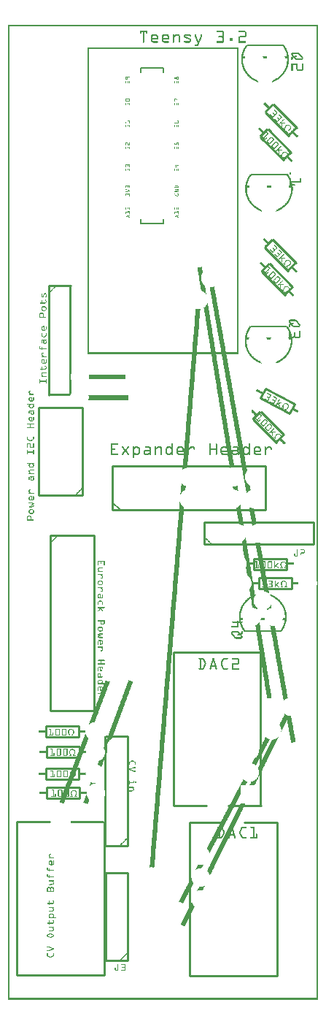
<source format=gto>
G04 MADE WITH FRITZING*
G04 WWW.FRITZING.ORG*
G04 DOUBLE SIDED*
G04 HOLES PLATED*
G04 CONTOUR ON CENTER OF CONTOUR VECTOR*
%ASAXBY*%
%FSLAX23Y23*%
%MOIN*%
%OFA0B0*%
%SFA1.0B1.0*%
%ADD10C,0.010000*%
%ADD11C,0.005000*%
%ADD12C,0.008000*%
%ADD13C,0.006944*%
%ADD14R,0.001000X0.001000*%
%LNSILK1*%
G90*
G70*
G54D10*
X187Y3260D02*
X187Y2760D01*
D02*
X287Y3260D02*
X187Y3260D01*
D02*
X478Y2235D02*
X1178Y2235D01*
D02*
X1178Y2235D02*
X1178Y2435D01*
D02*
X1178Y2435D02*
X478Y2435D01*
D02*
X478Y2435D02*
X478Y2235D01*
G54D11*
D02*
X513Y2235D02*
X478Y2270D01*
G54D10*
D02*
X195Y2119D02*
X195Y1319D01*
D02*
X195Y1319D02*
X395Y1319D01*
D02*
X395Y1319D02*
X395Y2119D01*
D02*
X395Y2119D02*
X195Y2119D01*
D02*
X39Y812D02*
X39Y112D01*
D02*
X39Y112D02*
X439Y112D01*
D02*
X439Y112D02*
X439Y812D01*
D02*
X39Y812D02*
X189Y812D01*
D02*
X342Y2301D02*
X342Y2701D01*
D02*
X142Y2701D02*
X142Y2301D01*
D02*
X142Y2301D02*
X342Y2301D01*
G54D12*
D02*
X1259Y4356D02*
X1094Y4356D01*
D02*
X1277Y3766D02*
X1112Y3766D01*
D02*
X1083Y1682D02*
X1248Y1682D01*
D02*
X1275Y3072D02*
X1110Y3072D01*
G54D10*
D02*
X1259Y3831D02*
X1153Y3937D01*
D02*
X1189Y3973D02*
X1295Y3867D01*
D02*
X1267Y3217D02*
X1161Y3323D01*
D02*
X1196Y3358D02*
X1302Y3252D01*
D02*
X1275Y1964D02*
X1125Y1964D01*
D02*
X1125Y1964D02*
X1125Y2014D01*
D02*
X1125Y2014D02*
X1275Y2014D01*
D02*
X1275Y2014D02*
X1275Y1964D01*
D02*
X1226Y2542D02*
X1120Y2648D01*
D02*
X1156Y2684D02*
X1262Y2578D01*
D02*
X1213Y4086D02*
X1319Y3980D01*
D02*
X1284Y3944D02*
X1178Y4050D01*
D02*
X1210Y3468D02*
X1316Y3362D01*
D02*
X1281Y3327D02*
X1175Y3433D01*
D02*
X1146Y1925D02*
X1296Y1925D01*
D02*
X1296Y1925D02*
X1296Y1875D01*
D02*
X1296Y1875D02*
X1146Y1875D01*
D02*
X1146Y1875D02*
X1146Y1925D01*
D02*
X1177Y2790D02*
X1310Y2720D01*
D02*
X1310Y2720D02*
X1287Y2676D01*
D02*
X1287Y2676D02*
X1154Y2745D01*
D02*
X1154Y2745D02*
X1177Y2790D01*
D02*
X328Y919D02*
X178Y919D01*
D02*
X178Y919D02*
X178Y969D01*
D02*
X178Y969D02*
X328Y969D01*
D02*
X328Y969D02*
X328Y919D01*
D02*
X325Y1006D02*
X175Y1006D01*
D02*
X175Y1006D02*
X175Y1056D01*
D02*
X175Y1056D02*
X325Y1056D01*
D02*
X325Y1056D02*
X325Y1006D01*
D02*
X327Y1105D02*
X177Y1105D01*
D02*
X177Y1105D02*
X177Y1155D01*
D02*
X177Y1155D02*
X327Y1155D01*
D02*
X327Y1155D02*
X327Y1105D01*
D02*
X323Y1199D02*
X173Y1199D01*
D02*
X173Y1199D02*
X173Y1249D01*
D02*
X173Y1249D02*
X323Y1249D01*
D02*
X323Y1249D02*
X323Y1199D01*
D02*
X1156Y1587D02*
X756Y1587D01*
D02*
X756Y1587D02*
X756Y887D01*
D02*
X1156Y887D02*
X1006Y887D01*
D02*
X906Y887D02*
X756Y887D01*
D02*
X832Y808D02*
X832Y108D01*
D02*
X832Y108D02*
X1232Y108D01*
D02*
X1232Y108D02*
X1232Y808D01*
D02*
X832Y808D02*
X982Y808D01*
D02*
X1082Y808D02*
X1232Y808D01*
D02*
X547Y178D02*
X547Y578D01*
D02*
X547Y578D02*
X447Y578D01*
D02*
X447Y578D02*
X447Y178D01*
D02*
X447Y178D02*
X547Y178D01*
D02*
X897Y2078D02*
X1397Y2078D01*
D02*
X1397Y2078D02*
X1397Y2178D01*
D02*
X1397Y2178D02*
X897Y2178D01*
D02*
X897Y2178D02*
X897Y2078D01*
D02*
X547Y703D02*
X547Y1203D01*
D02*
X547Y1203D02*
X447Y1203D01*
D02*
X447Y703D02*
X547Y703D01*
G54D13*
X710Y3561D02*
X710Y3543D01*
X608Y3543D01*
X608Y3561D01*
D02*
X608Y4233D02*
X608Y4253D01*
X710Y4253D01*
X710Y4233D01*
D02*
G54D14*
X0Y4450D02*
X1418Y4450D01*
X0Y4449D02*
X1418Y4449D01*
X0Y4448D02*
X1418Y4448D01*
X0Y4447D02*
X1418Y4447D01*
X0Y4446D02*
X1418Y4446D01*
X0Y4445D02*
X1418Y4445D01*
X0Y4444D02*
X1418Y4444D01*
X0Y4443D02*
X1418Y4443D01*
X0Y4442D02*
X7Y4442D01*
X1411Y4442D02*
X1418Y4442D01*
X0Y4441D02*
X7Y4441D01*
X1411Y4441D02*
X1418Y4441D01*
X0Y4440D02*
X7Y4440D01*
X1411Y4440D02*
X1418Y4440D01*
X0Y4439D02*
X7Y4439D01*
X1411Y4439D02*
X1418Y4439D01*
X0Y4438D02*
X7Y4438D01*
X1411Y4438D02*
X1418Y4438D01*
X0Y4437D02*
X7Y4437D01*
X1411Y4437D02*
X1418Y4437D01*
X0Y4436D02*
X7Y4436D01*
X1411Y4436D02*
X1418Y4436D01*
X0Y4435D02*
X7Y4435D01*
X1411Y4435D02*
X1418Y4435D01*
X0Y4434D02*
X7Y4434D01*
X1411Y4434D02*
X1418Y4434D01*
X0Y4433D02*
X7Y4433D01*
X1411Y4433D02*
X1418Y4433D01*
X0Y4432D02*
X7Y4432D01*
X1411Y4432D02*
X1418Y4432D01*
X0Y4431D02*
X7Y4431D01*
X1411Y4431D02*
X1418Y4431D01*
X0Y4430D02*
X7Y4430D01*
X1411Y4430D02*
X1418Y4430D01*
X0Y4429D02*
X7Y4429D01*
X1411Y4429D02*
X1418Y4429D01*
X0Y4428D02*
X7Y4428D01*
X1411Y4428D02*
X1418Y4428D01*
X0Y4427D02*
X7Y4427D01*
X1411Y4427D02*
X1418Y4427D01*
X0Y4426D02*
X7Y4426D01*
X1411Y4426D02*
X1418Y4426D01*
X0Y4425D02*
X7Y4425D01*
X1411Y4425D02*
X1418Y4425D01*
X0Y4424D02*
X7Y4424D01*
X1411Y4424D02*
X1418Y4424D01*
X0Y4423D02*
X7Y4423D01*
X1411Y4423D02*
X1418Y4423D01*
X0Y4422D02*
X7Y4422D01*
X1411Y4422D02*
X1418Y4422D01*
X0Y4421D02*
X7Y4421D01*
X603Y4421D02*
X637Y4421D01*
X956Y4421D02*
X984Y4421D01*
X1056Y4421D02*
X1084Y4421D01*
X1411Y4421D02*
X1418Y4421D01*
X0Y4420D02*
X7Y4420D01*
X603Y4420D02*
X637Y4420D01*
X955Y4420D02*
X986Y4420D01*
X1056Y4420D02*
X1086Y4420D01*
X1411Y4420D02*
X1418Y4420D01*
X0Y4419D02*
X7Y4419D01*
X603Y4419D02*
X637Y4419D01*
X955Y4419D02*
X987Y4419D01*
X1055Y4419D02*
X1087Y4419D01*
X1411Y4419D02*
X1418Y4419D01*
X0Y4418D02*
X7Y4418D01*
X603Y4418D02*
X637Y4418D01*
X955Y4418D02*
X987Y4418D01*
X1055Y4418D02*
X1088Y4418D01*
X1411Y4418D02*
X1418Y4418D01*
X0Y4417D02*
X7Y4417D01*
X603Y4417D02*
X637Y4417D01*
X955Y4417D02*
X988Y4417D01*
X1055Y4417D02*
X1088Y4417D01*
X1411Y4417D02*
X1418Y4417D01*
X0Y4416D02*
X7Y4416D01*
X603Y4416D02*
X637Y4416D01*
X955Y4416D02*
X988Y4416D01*
X1056Y4416D02*
X1088Y4416D01*
X1411Y4416D02*
X1418Y4416D01*
X0Y4415D02*
X7Y4415D01*
X603Y4415D02*
X637Y4415D01*
X957Y4415D02*
X988Y4415D01*
X1057Y4415D02*
X1089Y4415D01*
X1411Y4415D02*
X1418Y4415D01*
X0Y4414D02*
X7Y4414D01*
X603Y4414D02*
X609Y4414D01*
X617Y4414D02*
X623Y4414D01*
X631Y4414D02*
X637Y4414D01*
X982Y4414D02*
X988Y4414D01*
X1083Y4414D02*
X1089Y4414D01*
X1411Y4414D02*
X1418Y4414D01*
X0Y4413D02*
X7Y4413D01*
X603Y4413D02*
X609Y4413D01*
X617Y4413D02*
X623Y4413D01*
X631Y4413D02*
X637Y4413D01*
X982Y4413D02*
X988Y4413D01*
X1083Y4413D02*
X1089Y4413D01*
X1411Y4413D02*
X1418Y4413D01*
X0Y4412D02*
X7Y4412D01*
X603Y4412D02*
X609Y4412D01*
X617Y4412D02*
X623Y4412D01*
X631Y4412D02*
X637Y4412D01*
X982Y4412D02*
X988Y4412D01*
X1083Y4412D02*
X1089Y4412D01*
X1411Y4412D02*
X1418Y4412D01*
X0Y4411D02*
X7Y4411D01*
X603Y4411D02*
X609Y4411D01*
X617Y4411D02*
X623Y4411D01*
X631Y4411D02*
X636Y4411D01*
X982Y4411D02*
X988Y4411D01*
X1083Y4411D02*
X1089Y4411D01*
X1411Y4411D02*
X1418Y4411D01*
X0Y4410D02*
X7Y4410D01*
X604Y4410D02*
X608Y4410D01*
X617Y4410D02*
X623Y4410D01*
X632Y4410D02*
X636Y4410D01*
X982Y4410D02*
X988Y4410D01*
X1083Y4410D02*
X1089Y4410D01*
X1411Y4410D02*
X1418Y4410D01*
X0Y4409D02*
X7Y4409D01*
X606Y4409D02*
X607Y4409D01*
X617Y4409D02*
X623Y4409D01*
X633Y4409D02*
X634Y4409D01*
X982Y4409D02*
X988Y4409D01*
X1083Y4409D02*
X1089Y4409D01*
X1411Y4409D02*
X1418Y4409D01*
X0Y4408D02*
X7Y4408D01*
X617Y4408D02*
X623Y4408D01*
X982Y4408D02*
X988Y4408D01*
X1083Y4408D02*
X1089Y4408D01*
X1411Y4408D02*
X1418Y4408D01*
X0Y4407D02*
X7Y4407D01*
X617Y4407D02*
X623Y4407D01*
X666Y4407D02*
X674Y4407D01*
X717Y4407D02*
X724Y4407D01*
X773Y4407D02*
X776Y4407D01*
X814Y4407D02*
X827Y4407D01*
X982Y4407D02*
X988Y4407D01*
X1083Y4407D02*
X1089Y4407D01*
X1411Y4407D02*
X1418Y4407D01*
X0Y4406D02*
X7Y4406D01*
X617Y4406D02*
X623Y4406D01*
X662Y4406D02*
X678Y4406D01*
X712Y4406D02*
X729Y4406D01*
X755Y4406D02*
X759Y4406D01*
X769Y4406D02*
X780Y4406D01*
X810Y4406D02*
X832Y4406D01*
X855Y4406D02*
X859Y4406D01*
X883Y4406D02*
X887Y4406D01*
X982Y4406D02*
X988Y4406D01*
X1083Y4406D02*
X1089Y4406D01*
X1411Y4406D02*
X1418Y4406D01*
X0Y4405D02*
X7Y4405D01*
X617Y4405D02*
X623Y4405D01*
X660Y4405D02*
X680Y4405D01*
X710Y4405D02*
X730Y4405D01*
X754Y4405D02*
X759Y4405D01*
X767Y4405D02*
X782Y4405D01*
X808Y4405D02*
X834Y4405D01*
X855Y4405D02*
X860Y4405D01*
X882Y4405D02*
X887Y4405D01*
X982Y4405D02*
X988Y4405D01*
X1083Y4405D02*
X1089Y4405D01*
X1411Y4405D02*
X1418Y4405D01*
X0Y4404D02*
X7Y4404D01*
X617Y4404D02*
X623Y4404D01*
X659Y4404D02*
X681Y4404D01*
X709Y4404D02*
X732Y4404D01*
X754Y4404D02*
X760Y4404D01*
X765Y4404D02*
X783Y4404D01*
X807Y4404D02*
X835Y4404D01*
X854Y4404D02*
X860Y4404D01*
X882Y4404D02*
X888Y4404D01*
X982Y4404D02*
X988Y4404D01*
X1083Y4404D02*
X1089Y4404D01*
X1411Y4404D02*
X1418Y4404D01*
X0Y4403D02*
X7Y4403D01*
X617Y4403D02*
X623Y4403D01*
X658Y4403D02*
X683Y4403D01*
X708Y4403D02*
X733Y4403D01*
X754Y4403D02*
X760Y4403D01*
X764Y4403D02*
X784Y4403D01*
X806Y4403D02*
X836Y4403D01*
X854Y4403D02*
X860Y4403D01*
X882Y4403D02*
X888Y4403D01*
X982Y4403D02*
X988Y4403D01*
X1083Y4403D02*
X1089Y4403D01*
X1411Y4403D02*
X1418Y4403D01*
X0Y4402D02*
X7Y4402D01*
X617Y4402D02*
X623Y4402D01*
X657Y4402D02*
X684Y4402D01*
X707Y4402D02*
X734Y4402D01*
X754Y4402D02*
X760Y4402D01*
X762Y4402D02*
X785Y4402D01*
X806Y4402D02*
X836Y4402D01*
X854Y4402D02*
X860Y4402D01*
X882Y4402D02*
X888Y4402D01*
X982Y4402D02*
X988Y4402D01*
X1083Y4402D02*
X1089Y4402D01*
X1411Y4402D02*
X1418Y4402D01*
X0Y4401D02*
X7Y4401D01*
X617Y4401D02*
X623Y4401D01*
X656Y4401D02*
X685Y4401D01*
X706Y4401D02*
X735Y4401D01*
X754Y4401D02*
X785Y4401D01*
X805Y4401D02*
X837Y4401D01*
X854Y4401D02*
X860Y4401D01*
X882Y4401D02*
X888Y4401D01*
X982Y4401D02*
X988Y4401D01*
X1083Y4401D02*
X1089Y4401D01*
X1411Y4401D02*
X1418Y4401D01*
X0Y4400D02*
X7Y4400D01*
X617Y4400D02*
X623Y4400D01*
X655Y4400D02*
X685Y4400D01*
X705Y4400D02*
X735Y4400D01*
X754Y4400D02*
X786Y4400D01*
X805Y4400D02*
X837Y4400D01*
X854Y4400D02*
X860Y4400D01*
X882Y4400D02*
X888Y4400D01*
X982Y4400D02*
X988Y4400D01*
X1083Y4400D02*
X1089Y4400D01*
X1411Y4400D02*
X1418Y4400D01*
X0Y4399D02*
X7Y4399D01*
X617Y4399D02*
X623Y4399D01*
X655Y4399D02*
X663Y4399D01*
X678Y4399D02*
X686Y4399D01*
X705Y4399D02*
X713Y4399D01*
X728Y4399D02*
X736Y4399D01*
X754Y4399D02*
X770Y4399D01*
X779Y4399D02*
X786Y4399D01*
X805Y4399D02*
X811Y4399D01*
X831Y4399D02*
X836Y4399D01*
X854Y4399D02*
X860Y4399D01*
X882Y4399D02*
X888Y4399D01*
X981Y4399D02*
X988Y4399D01*
X1083Y4399D02*
X1089Y4399D01*
X1411Y4399D02*
X1418Y4399D01*
X0Y4398D02*
X7Y4398D01*
X617Y4398D02*
X623Y4398D01*
X654Y4398D02*
X662Y4398D01*
X679Y4398D02*
X686Y4398D01*
X704Y4398D02*
X712Y4398D01*
X729Y4398D02*
X737Y4398D01*
X754Y4398D02*
X768Y4398D01*
X780Y4398D02*
X786Y4398D01*
X805Y4398D02*
X811Y4398D01*
X832Y4398D02*
X836Y4398D01*
X854Y4398D02*
X860Y4398D01*
X882Y4398D02*
X888Y4398D01*
X964Y4398D02*
X987Y4398D01*
X1061Y4398D02*
X1089Y4398D01*
X1411Y4398D02*
X1418Y4398D01*
X0Y4397D02*
X7Y4397D01*
X617Y4397D02*
X623Y4397D01*
X654Y4397D02*
X661Y4397D01*
X680Y4397D02*
X687Y4397D01*
X704Y4397D02*
X711Y4397D01*
X730Y4397D02*
X737Y4397D01*
X754Y4397D02*
X766Y4397D01*
X780Y4397D02*
X786Y4397D01*
X805Y4397D02*
X811Y4397D01*
X854Y4397D02*
X861Y4397D01*
X881Y4397D02*
X888Y4397D01*
X962Y4397D02*
X987Y4397D01*
X1058Y4397D02*
X1088Y4397D01*
X1411Y4397D02*
X1418Y4397D01*
X0Y4396D02*
X7Y4396D01*
X617Y4396D02*
X623Y4396D01*
X654Y4396D02*
X660Y4396D01*
X681Y4396D02*
X687Y4396D01*
X704Y4396D02*
X710Y4396D01*
X731Y4396D02*
X737Y4396D01*
X754Y4396D02*
X765Y4396D01*
X780Y4396D02*
X786Y4396D01*
X805Y4396D02*
X813Y4396D01*
X855Y4396D02*
X861Y4396D01*
X881Y4396D02*
X887Y4396D01*
X962Y4396D02*
X986Y4396D01*
X1057Y4396D02*
X1088Y4396D01*
X1411Y4396D02*
X1418Y4396D01*
X0Y4395D02*
X7Y4395D01*
X617Y4395D02*
X623Y4395D01*
X653Y4395D02*
X660Y4395D01*
X681Y4395D02*
X687Y4395D01*
X704Y4395D02*
X710Y4395D01*
X731Y4395D02*
X737Y4395D01*
X754Y4395D02*
X763Y4395D01*
X781Y4395D02*
X787Y4395D01*
X805Y4395D02*
X815Y4395D01*
X855Y4395D02*
X862Y4395D01*
X880Y4395D02*
X887Y4395D01*
X962Y4395D02*
X986Y4395D01*
X1056Y4395D02*
X1088Y4395D01*
X1411Y4395D02*
X1418Y4395D01*
X0Y4394D02*
X7Y4394D01*
X617Y4394D02*
X623Y4394D01*
X653Y4394D02*
X659Y4394D01*
X681Y4394D02*
X687Y4394D01*
X704Y4394D02*
X710Y4394D01*
X731Y4394D02*
X737Y4394D01*
X754Y4394D02*
X762Y4394D01*
X781Y4394D02*
X787Y4394D01*
X806Y4394D02*
X817Y4394D01*
X855Y4394D02*
X862Y4394D01*
X880Y4394D02*
X886Y4394D01*
X962Y4394D02*
X986Y4394D01*
X1056Y4394D02*
X1087Y4394D01*
X1411Y4394D02*
X1418Y4394D01*
X0Y4393D02*
X7Y4393D01*
X617Y4393D02*
X623Y4393D01*
X653Y4393D02*
X659Y4393D01*
X681Y4393D02*
X687Y4393D01*
X704Y4393D02*
X710Y4393D01*
X731Y4393D02*
X737Y4393D01*
X754Y4393D02*
X760Y4393D01*
X781Y4393D02*
X787Y4393D01*
X807Y4393D02*
X820Y4393D01*
X856Y4393D02*
X863Y4393D01*
X879Y4393D02*
X886Y4393D01*
X962Y4393D02*
X987Y4393D01*
X1055Y4393D02*
X1086Y4393D01*
X1411Y4393D02*
X1418Y4393D01*
X0Y4392D02*
X7Y4392D01*
X617Y4392D02*
X623Y4392D01*
X653Y4392D02*
X659Y4392D01*
X681Y4392D02*
X687Y4392D01*
X704Y4392D02*
X710Y4392D01*
X731Y4392D02*
X737Y4392D01*
X754Y4392D02*
X760Y4392D01*
X781Y4392D02*
X787Y4392D01*
X807Y4392D02*
X822Y4392D01*
X856Y4392D02*
X863Y4392D01*
X879Y4392D02*
X886Y4392D01*
X963Y4392D02*
X987Y4392D01*
X1055Y4392D02*
X1085Y4392D01*
X1411Y4392D02*
X1418Y4392D01*
X0Y4391D02*
X7Y4391D01*
X617Y4391D02*
X623Y4391D01*
X653Y4391D02*
X659Y4391D01*
X681Y4391D02*
X687Y4391D01*
X704Y4391D02*
X710Y4391D01*
X731Y4391D02*
X737Y4391D01*
X754Y4391D02*
X760Y4391D01*
X781Y4391D02*
X787Y4391D01*
X808Y4391D02*
X824Y4391D01*
X857Y4391D02*
X863Y4391D01*
X878Y4391D02*
X885Y4391D01*
X979Y4391D02*
X988Y4391D01*
X1055Y4391D02*
X1061Y4391D01*
X1411Y4391D02*
X1418Y4391D01*
X0Y4390D02*
X7Y4390D01*
X617Y4390D02*
X623Y4390D01*
X653Y4390D02*
X659Y4390D01*
X681Y4390D02*
X687Y4390D01*
X704Y4390D02*
X710Y4390D01*
X731Y4390D02*
X737Y4390D01*
X754Y4390D02*
X760Y4390D01*
X781Y4390D02*
X787Y4390D01*
X810Y4390D02*
X826Y4390D01*
X857Y4390D02*
X864Y4390D01*
X878Y4390D02*
X885Y4390D01*
X981Y4390D02*
X988Y4390D01*
X1055Y4390D02*
X1061Y4390D01*
X1411Y4390D02*
X1418Y4390D01*
X0Y4389D02*
X7Y4389D01*
X617Y4389D02*
X623Y4389D01*
X653Y4389D02*
X687Y4389D01*
X704Y4389D02*
X737Y4389D01*
X754Y4389D02*
X760Y4389D01*
X781Y4389D02*
X787Y4389D01*
X812Y4389D02*
X829Y4389D01*
X858Y4389D02*
X864Y4389D01*
X878Y4389D02*
X884Y4389D01*
X982Y4389D02*
X988Y4389D01*
X1017Y4389D02*
X1026Y4389D01*
X1055Y4389D02*
X1061Y4389D01*
X1411Y4389D02*
X1418Y4389D01*
X0Y4388D02*
X7Y4388D01*
X617Y4388D02*
X623Y4388D01*
X653Y4388D02*
X687Y4388D01*
X704Y4388D02*
X737Y4388D01*
X754Y4388D02*
X760Y4388D01*
X781Y4388D02*
X787Y4388D01*
X814Y4388D02*
X831Y4388D01*
X858Y4388D02*
X865Y4388D01*
X877Y4388D02*
X884Y4388D01*
X982Y4388D02*
X988Y4388D01*
X1016Y4388D02*
X1027Y4388D01*
X1055Y4388D02*
X1061Y4388D01*
X1411Y4388D02*
X1418Y4388D01*
X0Y4387D02*
X7Y4387D01*
X617Y4387D02*
X623Y4387D01*
X653Y4387D02*
X687Y4387D01*
X704Y4387D02*
X737Y4387D01*
X754Y4387D02*
X760Y4387D01*
X781Y4387D02*
X787Y4387D01*
X817Y4387D02*
X833Y4387D01*
X858Y4387D02*
X865Y4387D01*
X877Y4387D02*
X883Y4387D01*
X982Y4387D02*
X988Y4387D01*
X1015Y4387D02*
X1028Y4387D01*
X1055Y4387D02*
X1061Y4387D01*
X1411Y4387D02*
X1418Y4387D01*
X0Y4386D02*
X7Y4386D01*
X617Y4386D02*
X623Y4386D01*
X653Y4386D02*
X687Y4386D01*
X704Y4386D02*
X737Y4386D01*
X754Y4386D02*
X760Y4386D01*
X781Y4386D02*
X787Y4386D01*
X819Y4386D02*
X834Y4386D01*
X859Y4386D02*
X866Y4386D01*
X876Y4386D02*
X883Y4386D01*
X982Y4386D02*
X988Y4386D01*
X1015Y4386D02*
X1028Y4386D01*
X1055Y4386D02*
X1061Y4386D01*
X1411Y4386D02*
X1418Y4386D01*
X0Y4385D02*
X7Y4385D01*
X617Y4385D02*
X623Y4385D01*
X653Y4385D02*
X687Y4385D01*
X704Y4385D02*
X737Y4385D01*
X754Y4385D02*
X760Y4385D01*
X781Y4385D02*
X787Y4385D01*
X821Y4385D02*
X835Y4385D01*
X859Y4385D02*
X866Y4385D01*
X876Y4385D02*
X883Y4385D01*
X982Y4385D02*
X988Y4385D01*
X1015Y4385D02*
X1028Y4385D01*
X1055Y4385D02*
X1061Y4385D01*
X1411Y4385D02*
X1418Y4385D01*
X0Y4384D02*
X7Y4384D01*
X617Y4384D02*
X623Y4384D01*
X653Y4384D02*
X686Y4384D01*
X704Y4384D02*
X737Y4384D01*
X754Y4384D02*
X760Y4384D01*
X781Y4384D02*
X787Y4384D01*
X824Y4384D02*
X836Y4384D01*
X860Y4384D02*
X866Y4384D01*
X875Y4384D02*
X882Y4384D01*
X982Y4384D02*
X988Y4384D01*
X1015Y4384D02*
X1028Y4384D01*
X1055Y4384D02*
X1061Y4384D01*
X1411Y4384D02*
X1418Y4384D01*
X0Y4383D02*
X7Y4383D01*
X617Y4383D02*
X623Y4383D01*
X653Y4383D02*
X685Y4383D01*
X704Y4383D02*
X736Y4383D01*
X754Y4383D02*
X760Y4383D01*
X781Y4383D02*
X787Y4383D01*
X826Y4383D02*
X836Y4383D01*
X860Y4383D02*
X867Y4383D01*
X875Y4383D02*
X882Y4383D01*
X982Y4383D02*
X988Y4383D01*
X1015Y4383D02*
X1028Y4383D01*
X1055Y4383D02*
X1061Y4383D01*
X1411Y4383D02*
X1418Y4383D01*
X0Y4382D02*
X7Y4382D01*
X617Y4382D02*
X623Y4382D01*
X653Y4382D02*
X660Y4382D01*
X704Y4382D02*
X710Y4382D01*
X754Y4382D02*
X760Y4382D01*
X781Y4382D02*
X787Y4382D01*
X828Y4382D02*
X837Y4382D01*
X861Y4382D02*
X867Y4382D01*
X874Y4382D02*
X881Y4382D01*
X982Y4382D02*
X988Y4382D01*
X1015Y4382D02*
X1028Y4382D01*
X1055Y4382D02*
X1061Y4382D01*
X1411Y4382D02*
X1418Y4382D01*
X0Y4381D02*
X7Y4381D01*
X617Y4381D02*
X623Y4381D01*
X653Y4381D02*
X659Y4381D01*
X704Y4381D02*
X710Y4381D01*
X754Y4381D02*
X760Y4381D01*
X781Y4381D02*
X787Y4381D01*
X830Y4381D02*
X837Y4381D01*
X861Y4381D02*
X868Y4381D01*
X874Y4381D02*
X881Y4381D01*
X982Y4381D02*
X988Y4381D01*
X1015Y4381D02*
X1028Y4381D01*
X1055Y4381D02*
X1061Y4381D01*
X1411Y4381D02*
X1418Y4381D01*
X0Y4380D02*
X7Y4380D01*
X617Y4380D02*
X623Y4380D01*
X653Y4380D02*
X659Y4380D01*
X704Y4380D02*
X710Y4380D01*
X754Y4380D02*
X760Y4380D01*
X781Y4380D02*
X787Y4380D01*
X831Y4380D02*
X837Y4380D01*
X862Y4380D02*
X868Y4380D01*
X874Y4380D02*
X880Y4380D01*
X982Y4380D02*
X988Y4380D01*
X1015Y4380D02*
X1028Y4380D01*
X1055Y4380D02*
X1061Y4380D01*
X1411Y4380D02*
X1418Y4380D01*
X0Y4379D02*
X7Y4379D01*
X617Y4379D02*
X623Y4379D01*
X653Y4379D02*
X660Y4379D01*
X704Y4379D02*
X710Y4379D01*
X754Y4379D02*
X760Y4379D01*
X781Y4379D02*
X787Y4379D01*
X831Y4379D02*
X837Y4379D01*
X862Y4379D02*
X869Y4379D01*
X873Y4379D02*
X880Y4379D01*
X982Y4379D02*
X988Y4379D01*
X1015Y4379D02*
X1028Y4379D01*
X1055Y4379D02*
X1061Y4379D01*
X1411Y4379D02*
X1418Y4379D01*
X0Y4378D02*
X7Y4378D01*
X617Y4378D02*
X623Y4378D01*
X654Y4378D02*
X660Y4378D01*
X704Y4378D02*
X710Y4378D01*
X754Y4378D02*
X760Y4378D01*
X781Y4378D02*
X787Y4378D01*
X831Y4378D02*
X837Y4378D01*
X862Y4378D02*
X869Y4378D01*
X873Y4378D02*
X879Y4378D01*
X982Y4378D02*
X988Y4378D01*
X1016Y4378D02*
X1027Y4378D01*
X1055Y4378D02*
X1061Y4378D01*
X1411Y4378D02*
X1418Y4378D01*
X0Y4377D02*
X7Y4377D01*
X617Y4377D02*
X623Y4377D01*
X654Y4377D02*
X661Y4377D01*
X704Y4377D02*
X711Y4377D01*
X754Y4377D02*
X760Y4377D01*
X781Y4377D02*
X787Y4377D01*
X806Y4377D02*
X808Y4377D01*
X831Y4377D02*
X837Y4377D01*
X863Y4377D02*
X879Y4377D01*
X982Y4377D02*
X988Y4377D01*
X1017Y4377D02*
X1026Y4377D01*
X1055Y4377D02*
X1061Y4377D01*
X1411Y4377D02*
X1418Y4377D01*
X0Y4376D02*
X7Y4376D01*
X617Y4376D02*
X623Y4376D01*
X654Y4376D02*
X662Y4376D01*
X704Y4376D02*
X713Y4376D01*
X754Y4376D02*
X760Y4376D01*
X781Y4376D02*
X787Y4376D01*
X805Y4376D02*
X810Y4376D01*
X831Y4376D02*
X837Y4376D01*
X863Y4376D02*
X879Y4376D01*
X982Y4376D02*
X988Y4376D01*
X1055Y4376D02*
X1061Y4376D01*
X1411Y4376D02*
X1418Y4376D01*
X0Y4375D02*
X7Y4375D01*
X617Y4375D02*
X623Y4375D01*
X655Y4375D02*
X664Y4375D01*
X705Y4375D02*
X714Y4375D01*
X754Y4375D02*
X760Y4375D01*
X781Y4375D02*
X787Y4375D01*
X804Y4375D02*
X811Y4375D01*
X829Y4375D02*
X837Y4375D01*
X864Y4375D02*
X878Y4375D01*
X982Y4375D02*
X988Y4375D01*
X1055Y4375D02*
X1061Y4375D01*
X1411Y4375D02*
X1418Y4375D01*
X0Y4374D02*
X7Y4374D01*
X617Y4374D02*
X623Y4374D01*
X655Y4374D02*
X685Y4374D01*
X706Y4374D02*
X735Y4374D01*
X754Y4374D02*
X760Y4374D01*
X781Y4374D02*
X787Y4374D01*
X804Y4374D02*
X837Y4374D01*
X864Y4374D02*
X878Y4374D01*
X956Y4374D02*
X988Y4374D01*
X1055Y4374D02*
X1087Y4374D01*
X1411Y4374D02*
X1418Y4374D01*
X0Y4373D02*
X7Y4373D01*
X617Y4373D02*
X623Y4373D01*
X656Y4373D02*
X686Y4373D01*
X706Y4373D02*
X736Y4373D01*
X754Y4373D02*
X760Y4373D01*
X781Y4373D02*
X787Y4373D01*
X804Y4373D02*
X836Y4373D01*
X865Y4373D02*
X877Y4373D01*
X955Y4373D02*
X988Y4373D01*
X1055Y4373D02*
X1088Y4373D01*
X1411Y4373D02*
X1418Y4373D01*
X0Y4372D02*
X7Y4372D01*
X617Y4372D02*
X623Y4372D01*
X657Y4372D02*
X687Y4372D01*
X707Y4372D02*
X737Y4372D01*
X754Y4372D02*
X760Y4372D01*
X781Y4372D02*
X787Y4372D01*
X805Y4372D02*
X835Y4372D01*
X865Y4372D02*
X877Y4372D01*
X955Y4372D02*
X988Y4372D01*
X1055Y4372D02*
X1088Y4372D01*
X1411Y4372D02*
X1418Y4372D01*
X0Y4371D02*
X7Y4371D01*
X617Y4371D02*
X623Y4371D01*
X658Y4371D02*
X687Y4371D01*
X709Y4371D02*
X737Y4371D01*
X754Y4371D02*
X760Y4371D01*
X781Y4371D02*
X787Y4371D01*
X806Y4371D02*
X835Y4371D01*
X866Y4371D02*
X876Y4371D01*
X955Y4371D02*
X987Y4371D01*
X1055Y4371D02*
X1088Y4371D01*
X1411Y4371D02*
X1418Y4371D01*
X0Y4370D02*
X7Y4370D01*
X617Y4370D02*
X623Y4370D01*
X660Y4370D02*
X687Y4370D01*
X710Y4370D02*
X737Y4370D01*
X754Y4370D02*
X760Y4370D01*
X782Y4370D02*
X787Y4370D01*
X807Y4370D02*
X834Y4370D01*
X869Y4370D02*
X876Y4370D01*
X955Y4370D02*
X986Y4370D01*
X1055Y4370D02*
X1088Y4370D01*
X1411Y4370D02*
X1418Y4370D01*
X0Y4369D02*
X7Y4369D01*
X618Y4369D02*
X622Y4369D01*
X661Y4369D02*
X686Y4369D01*
X711Y4369D02*
X736Y4369D01*
X755Y4369D02*
X759Y4369D01*
X782Y4369D02*
X787Y4369D01*
X809Y4369D02*
X832Y4369D01*
X869Y4369D02*
X876Y4369D01*
X955Y4369D02*
X985Y4369D01*
X1055Y4369D02*
X1088Y4369D01*
X1411Y4369D02*
X1418Y4369D01*
X0Y4368D02*
X7Y4368D01*
X619Y4368D02*
X621Y4368D01*
X663Y4368D02*
X685Y4368D01*
X713Y4368D02*
X735Y4368D01*
X756Y4368D02*
X758Y4368D01*
X783Y4368D02*
X785Y4368D01*
X811Y4368D02*
X830Y4368D01*
X868Y4368D02*
X875Y4368D01*
X956Y4368D02*
X983Y4368D01*
X1055Y4368D02*
X1087Y4368D01*
X1411Y4368D02*
X1418Y4368D01*
X0Y4367D02*
X7Y4367D01*
X868Y4367D02*
X875Y4367D01*
X1411Y4367D02*
X1418Y4367D01*
X0Y4366D02*
X7Y4366D01*
X867Y4366D02*
X874Y4366D01*
X1411Y4366D02*
X1418Y4366D01*
X0Y4365D02*
X7Y4365D01*
X867Y4365D02*
X874Y4365D01*
X1411Y4365D02*
X1418Y4365D01*
X0Y4364D02*
X7Y4364D01*
X867Y4364D02*
X873Y4364D01*
X1411Y4364D02*
X1418Y4364D01*
X0Y4363D02*
X7Y4363D01*
X866Y4363D02*
X873Y4363D01*
X1411Y4363D02*
X1418Y4363D01*
X0Y4362D02*
X7Y4362D01*
X866Y4362D02*
X872Y4362D01*
X1411Y4362D02*
X1418Y4362D01*
X0Y4361D02*
X7Y4361D01*
X865Y4361D02*
X872Y4361D01*
X1411Y4361D02*
X1418Y4361D01*
X0Y4360D02*
X7Y4360D01*
X865Y4360D02*
X872Y4360D01*
X1411Y4360D02*
X1418Y4360D01*
X0Y4359D02*
X7Y4359D01*
X855Y4359D02*
X871Y4359D01*
X1411Y4359D02*
X1418Y4359D01*
X0Y4358D02*
X7Y4358D01*
X855Y4358D02*
X871Y4358D01*
X1090Y4358D02*
X1090Y4358D01*
X1260Y4358D02*
X1261Y4358D01*
X1411Y4358D02*
X1418Y4358D01*
X0Y4357D02*
X7Y4357D01*
X854Y4357D02*
X870Y4357D01*
X1089Y4357D02*
X1092Y4357D01*
X1259Y4357D02*
X1262Y4357D01*
X1411Y4357D02*
X1418Y4357D01*
X0Y4356D02*
X7Y4356D01*
X854Y4356D02*
X870Y4356D01*
X1088Y4356D02*
X1093Y4356D01*
X1258Y4356D02*
X1263Y4356D01*
X1411Y4356D02*
X1418Y4356D01*
X0Y4355D02*
X7Y4355D01*
X854Y4355D02*
X869Y4355D01*
X1087Y4355D02*
X1094Y4355D01*
X1257Y4355D02*
X1263Y4355D01*
X1411Y4355D02*
X1418Y4355D01*
X0Y4354D02*
X7Y4354D01*
X855Y4354D02*
X869Y4354D01*
X1087Y4354D02*
X1095Y4354D01*
X1255Y4354D02*
X1264Y4354D01*
X1411Y4354D02*
X1418Y4354D01*
X0Y4353D02*
X7Y4353D01*
X857Y4353D02*
X867Y4353D01*
X1086Y4353D02*
X1095Y4353D01*
X1256Y4353D02*
X1265Y4353D01*
X1411Y4353D02*
X1418Y4353D01*
X0Y4352D02*
X7Y4352D01*
X1085Y4352D02*
X1094Y4352D01*
X1257Y4352D02*
X1265Y4352D01*
X1411Y4352D02*
X1418Y4352D01*
X0Y4351D02*
X7Y4351D01*
X1085Y4351D02*
X1093Y4351D01*
X1257Y4351D02*
X1266Y4351D01*
X1411Y4351D02*
X1418Y4351D01*
X0Y4350D02*
X7Y4350D01*
X1084Y4350D02*
X1093Y4350D01*
X1258Y4350D02*
X1267Y4350D01*
X1411Y4350D02*
X1418Y4350D01*
X0Y4349D02*
X7Y4349D01*
X1083Y4349D02*
X1092Y4349D01*
X1259Y4349D02*
X1267Y4349D01*
X1411Y4349D02*
X1418Y4349D01*
X0Y4348D02*
X7Y4348D01*
X1083Y4348D02*
X1091Y4348D01*
X1260Y4348D02*
X1268Y4348D01*
X1411Y4348D02*
X1418Y4348D01*
X0Y4347D02*
X7Y4347D01*
X1082Y4347D02*
X1091Y4347D01*
X1260Y4347D02*
X1269Y4347D01*
X1411Y4347D02*
X1418Y4347D01*
X0Y4346D02*
X7Y4346D01*
X1082Y4346D02*
X1090Y4346D01*
X1261Y4346D02*
X1269Y4346D01*
X1411Y4346D02*
X1418Y4346D01*
X0Y4345D02*
X7Y4345D01*
X365Y4345D02*
X1053Y4345D01*
X1081Y4345D02*
X1089Y4345D01*
X1262Y4345D02*
X1270Y4345D01*
X1411Y4345D02*
X1418Y4345D01*
X0Y4344D02*
X7Y4344D01*
X364Y4344D02*
X1054Y4344D01*
X1081Y4344D02*
X1089Y4344D01*
X1262Y4344D02*
X1270Y4344D01*
X1411Y4344D02*
X1418Y4344D01*
X0Y4343D02*
X7Y4343D01*
X364Y4343D02*
X1054Y4343D01*
X1080Y4343D02*
X1088Y4343D01*
X1263Y4343D02*
X1271Y4343D01*
X1411Y4343D02*
X1418Y4343D01*
X0Y4342D02*
X7Y4342D01*
X364Y4342D02*
X1054Y4342D01*
X1079Y4342D02*
X1088Y4342D01*
X1263Y4342D02*
X1271Y4342D01*
X1411Y4342D02*
X1418Y4342D01*
X0Y4341D02*
X7Y4341D01*
X364Y4341D02*
X1054Y4341D01*
X1079Y4341D02*
X1087Y4341D01*
X1264Y4341D02*
X1272Y4341D01*
X1411Y4341D02*
X1418Y4341D01*
X0Y4340D02*
X7Y4340D01*
X364Y4340D02*
X1054Y4340D01*
X1078Y4340D02*
X1086Y4340D01*
X1264Y4340D02*
X1272Y4340D01*
X1411Y4340D02*
X1418Y4340D01*
X0Y4339D02*
X7Y4339D01*
X364Y4339D02*
X1054Y4339D01*
X1078Y4339D02*
X1086Y4339D01*
X1265Y4339D02*
X1273Y4339D01*
X1411Y4339D02*
X1418Y4339D01*
X0Y4338D02*
X7Y4338D01*
X364Y4338D02*
X371Y4338D01*
X1047Y4338D02*
X1054Y4338D01*
X1077Y4338D02*
X1085Y4338D01*
X1266Y4338D02*
X1273Y4338D01*
X1411Y4338D02*
X1418Y4338D01*
X0Y4337D02*
X7Y4337D01*
X364Y4337D02*
X370Y4337D01*
X1048Y4337D02*
X1054Y4337D01*
X1077Y4337D02*
X1085Y4337D01*
X1266Y4337D02*
X1274Y4337D01*
X1411Y4337D02*
X1418Y4337D01*
X0Y4336D02*
X7Y4336D01*
X364Y4336D02*
X370Y4336D01*
X1048Y4336D02*
X1054Y4336D01*
X1077Y4336D02*
X1084Y4336D01*
X1267Y4336D02*
X1274Y4336D01*
X1411Y4336D02*
X1418Y4336D01*
X0Y4335D02*
X7Y4335D01*
X364Y4335D02*
X370Y4335D01*
X1048Y4335D02*
X1054Y4335D01*
X1076Y4335D02*
X1084Y4335D01*
X1267Y4335D02*
X1275Y4335D01*
X1411Y4335D02*
X1418Y4335D01*
X0Y4334D02*
X7Y4334D01*
X364Y4334D02*
X370Y4334D01*
X1048Y4334D02*
X1054Y4334D01*
X1076Y4334D02*
X1083Y4334D01*
X1268Y4334D02*
X1275Y4334D01*
X1411Y4334D02*
X1418Y4334D01*
X0Y4333D02*
X7Y4333D01*
X364Y4333D02*
X370Y4333D01*
X1048Y4333D02*
X1054Y4333D01*
X1075Y4333D02*
X1083Y4333D01*
X1268Y4333D02*
X1276Y4333D01*
X1411Y4333D02*
X1418Y4333D01*
X0Y4332D02*
X7Y4332D01*
X364Y4332D02*
X370Y4332D01*
X1048Y4332D02*
X1054Y4332D01*
X1075Y4332D02*
X1082Y4332D01*
X1268Y4332D02*
X1276Y4332D01*
X1411Y4332D02*
X1418Y4332D01*
X0Y4331D02*
X7Y4331D01*
X364Y4331D02*
X370Y4331D01*
X1048Y4331D02*
X1054Y4331D01*
X1074Y4331D02*
X1082Y4331D01*
X1269Y4331D02*
X1276Y4331D01*
X1411Y4331D02*
X1418Y4331D01*
X0Y4330D02*
X7Y4330D01*
X364Y4330D02*
X370Y4330D01*
X1048Y4330D02*
X1054Y4330D01*
X1074Y4330D02*
X1082Y4330D01*
X1269Y4330D02*
X1277Y4330D01*
X1411Y4330D02*
X1418Y4330D01*
X0Y4329D02*
X7Y4329D01*
X364Y4329D02*
X370Y4329D01*
X1048Y4329D02*
X1054Y4329D01*
X1074Y4329D02*
X1081Y4329D01*
X1270Y4329D02*
X1277Y4329D01*
X1411Y4329D02*
X1418Y4329D01*
X0Y4328D02*
X7Y4328D01*
X364Y4328D02*
X370Y4328D01*
X1048Y4328D02*
X1054Y4328D01*
X1073Y4328D02*
X1081Y4328D01*
X1270Y4328D02*
X1277Y4328D01*
X1411Y4328D02*
X1418Y4328D01*
X0Y4327D02*
X7Y4327D01*
X364Y4327D02*
X370Y4327D01*
X1048Y4327D02*
X1054Y4327D01*
X1073Y4327D02*
X1080Y4327D01*
X1271Y4327D02*
X1278Y4327D01*
X1411Y4327D02*
X1418Y4327D01*
X0Y4326D02*
X7Y4326D01*
X364Y4326D02*
X370Y4326D01*
X1048Y4326D02*
X1054Y4326D01*
X1073Y4326D02*
X1080Y4326D01*
X1271Y4326D02*
X1278Y4326D01*
X1411Y4326D02*
X1418Y4326D01*
X0Y4325D02*
X7Y4325D01*
X364Y4325D02*
X370Y4325D01*
X1048Y4325D02*
X1054Y4325D01*
X1072Y4325D02*
X1080Y4325D01*
X1271Y4325D02*
X1278Y4325D01*
X1411Y4325D02*
X1418Y4325D01*
X0Y4324D02*
X7Y4324D01*
X364Y4324D02*
X370Y4324D01*
X1048Y4324D02*
X1054Y4324D01*
X1072Y4324D02*
X1079Y4324D01*
X1272Y4324D02*
X1279Y4324D01*
X1411Y4324D02*
X1418Y4324D01*
X0Y4323D02*
X7Y4323D01*
X364Y4323D02*
X370Y4323D01*
X1048Y4323D02*
X1054Y4323D01*
X1072Y4323D02*
X1079Y4323D01*
X1272Y4323D02*
X1279Y4323D01*
X1302Y4323D02*
X1327Y4323D01*
X1411Y4323D02*
X1418Y4323D01*
X0Y4322D02*
X7Y4322D01*
X364Y4322D02*
X370Y4322D01*
X1048Y4322D02*
X1054Y4322D01*
X1071Y4322D02*
X1079Y4322D01*
X1272Y4322D02*
X1279Y4322D01*
X1300Y4322D02*
X1329Y4322D01*
X1411Y4322D02*
X1418Y4322D01*
X0Y4321D02*
X7Y4321D01*
X364Y4321D02*
X370Y4321D01*
X1048Y4321D02*
X1054Y4321D01*
X1071Y4321D02*
X1078Y4321D01*
X1273Y4321D02*
X1280Y4321D01*
X1298Y4321D02*
X1331Y4321D01*
X1411Y4321D02*
X1418Y4321D01*
X0Y4320D02*
X7Y4320D01*
X364Y4320D02*
X370Y4320D01*
X1048Y4320D02*
X1054Y4320D01*
X1071Y4320D02*
X1078Y4320D01*
X1273Y4320D02*
X1280Y4320D01*
X1298Y4320D02*
X1332Y4320D01*
X1411Y4320D02*
X1418Y4320D01*
X0Y4319D02*
X7Y4319D01*
X364Y4319D02*
X370Y4319D01*
X1048Y4319D02*
X1054Y4319D01*
X1071Y4319D02*
X1078Y4319D01*
X1273Y4319D02*
X1280Y4319D01*
X1297Y4319D02*
X1333Y4319D01*
X1411Y4319D02*
X1418Y4319D01*
X0Y4318D02*
X7Y4318D01*
X364Y4318D02*
X370Y4318D01*
X1048Y4318D02*
X1054Y4318D01*
X1070Y4318D02*
X1077Y4318D01*
X1273Y4318D02*
X1280Y4318D01*
X1296Y4318D02*
X1334Y4318D01*
X1411Y4318D02*
X1418Y4318D01*
X0Y4317D02*
X7Y4317D01*
X364Y4317D02*
X370Y4317D01*
X1048Y4317D02*
X1054Y4317D01*
X1070Y4317D02*
X1077Y4317D01*
X1274Y4317D02*
X1281Y4317D01*
X1296Y4317D02*
X1335Y4317D01*
X1411Y4317D02*
X1418Y4317D01*
X0Y4316D02*
X7Y4316D01*
X364Y4316D02*
X370Y4316D01*
X1048Y4316D02*
X1054Y4316D01*
X1070Y4316D02*
X1077Y4316D01*
X1274Y4316D02*
X1281Y4316D01*
X1296Y4316D02*
X1302Y4316D01*
X1327Y4316D02*
X1336Y4316D01*
X1411Y4316D02*
X1418Y4316D01*
X0Y4315D02*
X7Y4315D01*
X364Y4315D02*
X370Y4315D01*
X1048Y4315D02*
X1054Y4315D01*
X1070Y4315D02*
X1077Y4315D01*
X1274Y4315D02*
X1281Y4315D01*
X1296Y4315D02*
X1302Y4315D01*
X1328Y4315D02*
X1337Y4315D01*
X1411Y4315D02*
X1418Y4315D01*
X0Y4314D02*
X7Y4314D01*
X364Y4314D02*
X370Y4314D01*
X1048Y4314D02*
X1054Y4314D01*
X1069Y4314D02*
X1076Y4314D01*
X1274Y4314D02*
X1281Y4314D01*
X1296Y4314D02*
X1302Y4314D01*
X1329Y4314D02*
X1338Y4314D01*
X1411Y4314D02*
X1418Y4314D01*
X0Y4313D02*
X7Y4313D01*
X364Y4313D02*
X370Y4313D01*
X1048Y4313D02*
X1054Y4313D01*
X1069Y4313D02*
X1076Y4313D01*
X1275Y4313D02*
X1282Y4313D01*
X1296Y4313D02*
X1303Y4313D01*
X1330Y4313D02*
X1338Y4313D01*
X1411Y4313D02*
X1418Y4313D01*
X0Y4312D02*
X7Y4312D01*
X364Y4312D02*
X370Y4312D01*
X1048Y4312D02*
X1054Y4312D01*
X1069Y4312D02*
X1076Y4312D01*
X1275Y4312D02*
X1282Y4312D01*
X1296Y4312D02*
X1304Y4312D01*
X1331Y4312D02*
X1339Y4312D01*
X1411Y4312D02*
X1418Y4312D01*
X0Y4311D02*
X7Y4311D01*
X364Y4311D02*
X370Y4311D01*
X1048Y4311D02*
X1054Y4311D01*
X1069Y4311D02*
X1076Y4311D01*
X1275Y4311D02*
X1282Y4311D01*
X1297Y4311D02*
X1305Y4311D01*
X1332Y4311D02*
X1340Y4311D01*
X1411Y4311D02*
X1418Y4311D01*
X0Y4310D02*
X7Y4310D01*
X364Y4310D02*
X370Y4310D01*
X1048Y4310D02*
X1054Y4310D01*
X1069Y4310D02*
X1076Y4310D01*
X1275Y4310D02*
X1282Y4310D01*
X1298Y4310D02*
X1306Y4310D01*
X1333Y4310D02*
X1341Y4310D01*
X1411Y4310D02*
X1418Y4310D01*
X0Y4309D02*
X7Y4309D01*
X364Y4309D02*
X370Y4309D01*
X1048Y4309D02*
X1054Y4309D01*
X1069Y4309D02*
X1075Y4309D01*
X1275Y4309D02*
X1282Y4309D01*
X1298Y4309D02*
X1306Y4309D01*
X1314Y4309D02*
X1318Y4309D01*
X1334Y4309D02*
X1342Y4309D01*
X1411Y4309D02*
X1418Y4309D01*
X0Y4308D02*
X7Y4308D01*
X364Y4308D02*
X370Y4308D01*
X1048Y4308D02*
X1054Y4308D01*
X1068Y4308D02*
X1075Y4308D01*
X1276Y4308D02*
X1282Y4308D01*
X1299Y4308D02*
X1307Y4308D01*
X1312Y4308D02*
X1319Y4308D01*
X1334Y4308D02*
X1343Y4308D01*
X1411Y4308D02*
X1418Y4308D01*
X0Y4307D02*
X7Y4307D01*
X364Y4307D02*
X370Y4307D01*
X1048Y4307D02*
X1054Y4307D01*
X1068Y4307D02*
X1075Y4307D01*
X1276Y4307D02*
X1283Y4307D01*
X1300Y4307D02*
X1319Y4307D01*
X1335Y4307D02*
X1343Y4307D01*
X1411Y4307D02*
X1418Y4307D01*
X0Y4306D02*
X7Y4306D01*
X364Y4306D02*
X370Y4306D01*
X1048Y4306D02*
X1054Y4306D01*
X1068Y4306D02*
X1075Y4306D01*
X1276Y4306D02*
X1283Y4306D01*
X1301Y4306D02*
X1319Y4306D01*
X1336Y4306D02*
X1344Y4306D01*
X1411Y4306D02*
X1418Y4306D01*
X0Y4305D02*
X7Y4305D01*
X364Y4305D02*
X370Y4305D01*
X1048Y4305D02*
X1054Y4305D01*
X1068Y4305D02*
X1085Y4305D01*
X1166Y4305D02*
X1185Y4305D01*
X1266Y4305D02*
X1283Y4305D01*
X1302Y4305D02*
X1319Y4305D01*
X1337Y4305D02*
X1345Y4305D01*
X1411Y4305D02*
X1418Y4305D01*
X0Y4304D02*
X7Y4304D01*
X364Y4304D02*
X370Y4304D01*
X1048Y4304D02*
X1054Y4304D01*
X1068Y4304D02*
X1085Y4304D01*
X1166Y4304D02*
X1185Y4304D01*
X1266Y4304D02*
X1283Y4304D01*
X1302Y4304D02*
X1319Y4304D01*
X1338Y4304D02*
X1346Y4304D01*
X1411Y4304D02*
X1418Y4304D01*
X0Y4303D02*
X7Y4303D01*
X364Y4303D02*
X370Y4303D01*
X1048Y4303D02*
X1054Y4303D01*
X1068Y4303D02*
X1085Y4303D01*
X1166Y4303D02*
X1185Y4303D01*
X1266Y4303D02*
X1283Y4303D01*
X1299Y4303D02*
X1317Y4303D01*
X1339Y4303D02*
X1347Y4303D01*
X1411Y4303D02*
X1418Y4303D01*
X0Y4302D02*
X7Y4302D01*
X364Y4302D02*
X370Y4302D01*
X1048Y4302D02*
X1054Y4302D01*
X1068Y4302D02*
X1084Y4302D01*
X1166Y4302D02*
X1184Y4302D01*
X1266Y4302D02*
X1283Y4302D01*
X1296Y4302D02*
X1315Y4302D01*
X1339Y4302D02*
X1348Y4302D01*
X1411Y4302D02*
X1418Y4302D01*
X0Y4301D02*
X7Y4301D01*
X364Y4301D02*
X370Y4301D01*
X1048Y4301D02*
X1054Y4301D01*
X1068Y4301D02*
X1084Y4301D01*
X1167Y4301D02*
X1184Y4301D01*
X1267Y4301D02*
X1283Y4301D01*
X1296Y4301D02*
X1313Y4301D01*
X1340Y4301D02*
X1348Y4301D01*
X1411Y4301D02*
X1418Y4301D01*
X0Y4300D02*
X7Y4300D01*
X364Y4300D02*
X370Y4300D01*
X1048Y4300D02*
X1054Y4300D01*
X1067Y4300D02*
X1084Y4300D01*
X1167Y4300D02*
X1184Y4300D01*
X1267Y4300D02*
X1283Y4300D01*
X1296Y4300D02*
X1314Y4300D01*
X1341Y4300D02*
X1349Y4300D01*
X1411Y4300D02*
X1418Y4300D01*
X0Y4299D02*
X7Y4299D01*
X364Y4299D02*
X370Y4299D01*
X1048Y4299D02*
X1054Y4299D01*
X1067Y4299D02*
X1084Y4299D01*
X1167Y4299D02*
X1184Y4299D01*
X1267Y4299D02*
X1284Y4299D01*
X1296Y4299D02*
X1315Y4299D01*
X1342Y4299D02*
X1349Y4299D01*
X1411Y4299D02*
X1418Y4299D01*
X0Y4298D02*
X7Y4298D01*
X364Y4298D02*
X370Y4298D01*
X1048Y4298D02*
X1054Y4298D01*
X1067Y4298D02*
X1084Y4298D01*
X1167Y4298D02*
X1184Y4298D01*
X1267Y4298D02*
X1284Y4298D01*
X1296Y4298D02*
X1304Y4298D01*
X1308Y4298D02*
X1316Y4298D01*
X1343Y4298D02*
X1349Y4298D01*
X1411Y4298D02*
X1418Y4298D01*
X0Y4297D02*
X7Y4297D01*
X364Y4297D02*
X370Y4297D01*
X1048Y4297D02*
X1054Y4297D01*
X1067Y4297D02*
X1074Y4297D01*
X1277Y4297D02*
X1284Y4297D01*
X1296Y4297D02*
X1302Y4297D01*
X1308Y4297D02*
X1317Y4297D01*
X1343Y4297D02*
X1349Y4297D01*
X1411Y4297D02*
X1418Y4297D01*
X0Y4296D02*
X7Y4296D01*
X364Y4296D02*
X370Y4296D01*
X1048Y4296D02*
X1054Y4296D01*
X1067Y4296D02*
X1074Y4296D01*
X1277Y4296D02*
X1284Y4296D01*
X1296Y4296D02*
X1302Y4296D01*
X1309Y4296D02*
X1320Y4296D01*
X1342Y4296D02*
X1349Y4296D01*
X1411Y4296D02*
X1418Y4296D01*
X0Y4295D02*
X7Y4295D01*
X364Y4295D02*
X370Y4295D01*
X1048Y4295D02*
X1054Y4295D01*
X1067Y4295D02*
X1074Y4295D01*
X1277Y4295D02*
X1284Y4295D01*
X1296Y4295D02*
X1302Y4295D01*
X1310Y4295D02*
X1349Y4295D01*
X1411Y4295D02*
X1418Y4295D01*
X0Y4294D02*
X7Y4294D01*
X364Y4294D02*
X370Y4294D01*
X1048Y4294D02*
X1054Y4294D01*
X1067Y4294D02*
X1074Y4294D01*
X1277Y4294D02*
X1284Y4294D01*
X1296Y4294D02*
X1302Y4294D01*
X1311Y4294D02*
X1348Y4294D01*
X1411Y4294D02*
X1418Y4294D01*
X0Y4293D02*
X7Y4293D01*
X364Y4293D02*
X370Y4293D01*
X1048Y4293D02*
X1054Y4293D01*
X1067Y4293D02*
X1074Y4293D01*
X1277Y4293D02*
X1284Y4293D01*
X1296Y4293D02*
X1302Y4293D01*
X1312Y4293D02*
X1348Y4293D01*
X1411Y4293D02*
X1418Y4293D01*
X0Y4292D02*
X7Y4292D01*
X364Y4292D02*
X370Y4292D01*
X1048Y4292D02*
X1054Y4292D01*
X1067Y4292D02*
X1074Y4292D01*
X1277Y4292D02*
X1284Y4292D01*
X1296Y4292D02*
X1302Y4292D01*
X1313Y4292D02*
X1347Y4292D01*
X1411Y4292D02*
X1418Y4292D01*
X0Y4291D02*
X7Y4291D01*
X364Y4291D02*
X370Y4291D01*
X1048Y4291D02*
X1054Y4291D01*
X1067Y4291D02*
X1074Y4291D01*
X1277Y4291D02*
X1284Y4291D01*
X1296Y4291D02*
X1301Y4291D01*
X1315Y4291D02*
X1346Y4291D01*
X1411Y4291D02*
X1418Y4291D01*
X0Y4290D02*
X7Y4290D01*
X364Y4290D02*
X370Y4290D01*
X1048Y4290D02*
X1054Y4290D01*
X1067Y4290D02*
X1074Y4290D01*
X1277Y4290D02*
X1284Y4290D01*
X1297Y4290D02*
X1301Y4290D01*
X1316Y4290D02*
X1344Y4290D01*
X1411Y4290D02*
X1418Y4290D01*
X0Y4289D02*
X7Y4289D01*
X364Y4289D02*
X370Y4289D01*
X1048Y4289D02*
X1054Y4289D01*
X1067Y4289D02*
X1074Y4289D01*
X1277Y4289D02*
X1284Y4289D01*
X1299Y4289D02*
X1299Y4289D01*
X1321Y4289D02*
X1342Y4289D01*
X1411Y4289D02*
X1418Y4289D01*
X0Y4288D02*
X7Y4288D01*
X364Y4288D02*
X370Y4288D01*
X1048Y4288D02*
X1054Y4288D01*
X1067Y4288D02*
X1074Y4288D01*
X1277Y4288D02*
X1284Y4288D01*
X1411Y4288D02*
X1418Y4288D01*
X0Y4287D02*
X7Y4287D01*
X364Y4287D02*
X370Y4287D01*
X1048Y4287D02*
X1054Y4287D01*
X1067Y4287D02*
X1074Y4287D01*
X1277Y4287D02*
X1284Y4287D01*
X1411Y4287D02*
X1418Y4287D01*
X0Y4286D02*
X7Y4286D01*
X364Y4286D02*
X370Y4286D01*
X1048Y4286D02*
X1054Y4286D01*
X1067Y4286D02*
X1074Y4286D01*
X1277Y4286D02*
X1284Y4286D01*
X1411Y4286D02*
X1418Y4286D01*
X0Y4285D02*
X7Y4285D01*
X364Y4285D02*
X370Y4285D01*
X1048Y4285D02*
X1054Y4285D01*
X1067Y4285D02*
X1074Y4285D01*
X1277Y4285D02*
X1284Y4285D01*
X1411Y4285D02*
X1418Y4285D01*
X0Y4284D02*
X7Y4284D01*
X364Y4284D02*
X370Y4284D01*
X1048Y4284D02*
X1054Y4284D01*
X1067Y4284D02*
X1074Y4284D01*
X1277Y4284D02*
X1284Y4284D01*
X1411Y4284D02*
X1418Y4284D01*
X0Y4283D02*
X7Y4283D01*
X364Y4283D02*
X370Y4283D01*
X1048Y4283D02*
X1054Y4283D01*
X1067Y4283D02*
X1074Y4283D01*
X1277Y4283D02*
X1283Y4283D01*
X1411Y4283D02*
X1418Y4283D01*
X0Y4282D02*
X7Y4282D01*
X364Y4282D02*
X370Y4282D01*
X1048Y4282D02*
X1054Y4282D01*
X1067Y4282D02*
X1074Y4282D01*
X1276Y4282D02*
X1283Y4282D01*
X1411Y4282D02*
X1418Y4282D01*
X0Y4281D02*
X7Y4281D01*
X364Y4281D02*
X370Y4281D01*
X1048Y4281D02*
X1054Y4281D01*
X1068Y4281D02*
X1074Y4281D01*
X1276Y4281D02*
X1283Y4281D01*
X1411Y4281D02*
X1418Y4281D01*
X0Y4280D02*
X7Y4280D01*
X364Y4280D02*
X370Y4280D01*
X1048Y4280D02*
X1054Y4280D01*
X1068Y4280D02*
X1075Y4280D01*
X1276Y4280D02*
X1283Y4280D01*
X1411Y4280D02*
X1418Y4280D01*
X0Y4279D02*
X7Y4279D01*
X364Y4279D02*
X370Y4279D01*
X1048Y4279D02*
X1054Y4279D01*
X1068Y4279D02*
X1075Y4279D01*
X1276Y4279D02*
X1283Y4279D01*
X1411Y4279D02*
X1418Y4279D01*
X0Y4278D02*
X7Y4278D01*
X364Y4278D02*
X370Y4278D01*
X1048Y4278D02*
X1054Y4278D01*
X1068Y4278D02*
X1075Y4278D01*
X1276Y4278D02*
X1283Y4278D01*
X1411Y4278D02*
X1418Y4278D01*
X0Y4277D02*
X7Y4277D01*
X364Y4277D02*
X370Y4277D01*
X1048Y4277D02*
X1054Y4277D01*
X1068Y4277D02*
X1075Y4277D01*
X1276Y4277D02*
X1283Y4277D01*
X1411Y4277D02*
X1418Y4277D01*
X0Y4276D02*
X7Y4276D01*
X364Y4276D02*
X370Y4276D01*
X1048Y4276D02*
X1054Y4276D01*
X1068Y4276D02*
X1075Y4276D01*
X1276Y4276D02*
X1283Y4276D01*
X1411Y4276D02*
X1418Y4276D01*
X0Y4275D02*
X7Y4275D01*
X364Y4275D02*
X370Y4275D01*
X1048Y4275D02*
X1054Y4275D01*
X1068Y4275D02*
X1075Y4275D01*
X1276Y4275D02*
X1283Y4275D01*
X1411Y4275D02*
X1418Y4275D01*
X0Y4274D02*
X7Y4274D01*
X364Y4274D02*
X370Y4274D01*
X1048Y4274D02*
X1054Y4274D01*
X1068Y4274D02*
X1075Y4274D01*
X1275Y4274D02*
X1282Y4274D01*
X1411Y4274D02*
X1418Y4274D01*
X0Y4273D02*
X7Y4273D01*
X364Y4273D02*
X370Y4273D01*
X1048Y4273D02*
X1054Y4273D01*
X1069Y4273D02*
X1076Y4273D01*
X1275Y4273D02*
X1282Y4273D01*
X1296Y4273D02*
X1320Y4273D01*
X1345Y4273D02*
X1347Y4273D01*
X1411Y4273D02*
X1418Y4273D01*
X0Y4272D02*
X7Y4272D01*
X364Y4272D02*
X370Y4272D01*
X1048Y4272D02*
X1054Y4272D01*
X1069Y4272D02*
X1076Y4272D01*
X1275Y4272D02*
X1282Y4272D01*
X1296Y4272D02*
X1322Y4272D01*
X1344Y4272D02*
X1348Y4272D01*
X1411Y4272D02*
X1418Y4272D01*
X0Y4271D02*
X7Y4271D01*
X364Y4271D02*
X370Y4271D01*
X1048Y4271D02*
X1054Y4271D01*
X1069Y4271D02*
X1076Y4271D01*
X1275Y4271D02*
X1282Y4271D01*
X1296Y4271D02*
X1323Y4271D01*
X1343Y4271D02*
X1349Y4271D01*
X1411Y4271D02*
X1418Y4271D01*
X0Y4270D02*
X7Y4270D01*
X364Y4270D02*
X370Y4270D01*
X1048Y4270D02*
X1054Y4270D01*
X1069Y4270D02*
X1076Y4270D01*
X1275Y4270D02*
X1282Y4270D01*
X1296Y4270D02*
X1324Y4270D01*
X1343Y4270D02*
X1349Y4270D01*
X1411Y4270D02*
X1418Y4270D01*
X0Y4269D02*
X7Y4269D01*
X364Y4269D02*
X370Y4269D01*
X1048Y4269D02*
X1054Y4269D01*
X1069Y4269D02*
X1076Y4269D01*
X1274Y4269D02*
X1282Y4269D01*
X1296Y4269D02*
X1325Y4269D01*
X1343Y4269D02*
X1349Y4269D01*
X1411Y4269D02*
X1418Y4269D01*
X0Y4268D02*
X7Y4268D01*
X364Y4268D02*
X370Y4268D01*
X1048Y4268D02*
X1054Y4268D01*
X1070Y4268D02*
X1077Y4268D01*
X1274Y4268D02*
X1281Y4268D01*
X1296Y4268D02*
X1325Y4268D01*
X1343Y4268D02*
X1349Y4268D01*
X1411Y4268D02*
X1418Y4268D01*
X0Y4267D02*
X7Y4267D01*
X364Y4267D02*
X370Y4267D01*
X1048Y4267D02*
X1054Y4267D01*
X1070Y4267D02*
X1077Y4267D01*
X1274Y4267D02*
X1281Y4267D01*
X1296Y4267D02*
X1325Y4267D01*
X1343Y4267D02*
X1349Y4267D01*
X1411Y4267D02*
X1418Y4267D01*
X0Y4266D02*
X7Y4266D01*
X364Y4266D02*
X370Y4266D01*
X1048Y4266D02*
X1054Y4266D01*
X1070Y4266D02*
X1077Y4266D01*
X1274Y4266D02*
X1281Y4266D01*
X1296Y4266D02*
X1302Y4266D01*
X1319Y4266D02*
X1325Y4266D01*
X1343Y4266D02*
X1349Y4266D01*
X1411Y4266D02*
X1418Y4266D01*
X0Y4265D02*
X7Y4265D01*
X364Y4265D02*
X370Y4265D01*
X1048Y4265D02*
X1054Y4265D01*
X1070Y4265D02*
X1078Y4265D01*
X1273Y4265D02*
X1281Y4265D01*
X1296Y4265D02*
X1302Y4265D01*
X1319Y4265D02*
X1325Y4265D01*
X1343Y4265D02*
X1349Y4265D01*
X1411Y4265D02*
X1418Y4265D01*
X0Y4264D02*
X7Y4264D01*
X364Y4264D02*
X370Y4264D01*
X1048Y4264D02*
X1054Y4264D01*
X1070Y4264D02*
X1078Y4264D01*
X1273Y4264D02*
X1280Y4264D01*
X1296Y4264D02*
X1302Y4264D01*
X1319Y4264D02*
X1325Y4264D01*
X1343Y4264D02*
X1349Y4264D01*
X1411Y4264D02*
X1418Y4264D01*
X0Y4263D02*
X7Y4263D01*
X364Y4263D02*
X370Y4263D01*
X1048Y4263D02*
X1054Y4263D01*
X1071Y4263D02*
X1078Y4263D01*
X1273Y4263D02*
X1280Y4263D01*
X1296Y4263D02*
X1302Y4263D01*
X1319Y4263D02*
X1325Y4263D01*
X1343Y4263D02*
X1349Y4263D01*
X1411Y4263D02*
X1418Y4263D01*
X0Y4262D02*
X7Y4262D01*
X364Y4262D02*
X370Y4262D01*
X1048Y4262D02*
X1054Y4262D01*
X1071Y4262D02*
X1078Y4262D01*
X1272Y4262D02*
X1280Y4262D01*
X1296Y4262D02*
X1302Y4262D01*
X1319Y4262D02*
X1325Y4262D01*
X1343Y4262D02*
X1349Y4262D01*
X1411Y4262D02*
X1418Y4262D01*
X0Y4261D02*
X7Y4261D01*
X364Y4261D02*
X370Y4261D01*
X1048Y4261D02*
X1054Y4261D01*
X1071Y4261D02*
X1079Y4261D01*
X1272Y4261D02*
X1280Y4261D01*
X1296Y4261D02*
X1302Y4261D01*
X1319Y4261D02*
X1325Y4261D01*
X1343Y4261D02*
X1349Y4261D01*
X1411Y4261D02*
X1418Y4261D01*
X0Y4260D02*
X7Y4260D01*
X364Y4260D02*
X370Y4260D01*
X1048Y4260D02*
X1054Y4260D01*
X1072Y4260D02*
X1079Y4260D01*
X1272Y4260D02*
X1279Y4260D01*
X1296Y4260D02*
X1302Y4260D01*
X1319Y4260D02*
X1325Y4260D01*
X1343Y4260D02*
X1349Y4260D01*
X1411Y4260D02*
X1418Y4260D01*
X0Y4259D02*
X7Y4259D01*
X364Y4259D02*
X370Y4259D01*
X1048Y4259D02*
X1054Y4259D01*
X1072Y4259D02*
X1079Y4259D01*
X1271Y4259D02*
X1279Y4259D01*
X1296Y4259D02*
X1302Y4259D01*
X1319Y4259D02*
X1325Y4259D01*
X1343Y4259D02*
X1349Y4259D01*
X1411Y4259D02*
X1418Y4259D01*
X0Y4258D02*
X7Y4258D01*
X364Y4258D02*
X370Y4258D01*
X1048Y4258D02*
X1054Y4258D01*
X1072Y4258D02*
X1080Y4258D01*
X1271Y4258D02*
X1279Y4258D01*
X1296Y4258D02*
X1302Y4258D01*
X1319Y4258D02*
X1325Y4258D01*
X1343Y4258D02*
X1349Y4258D01*
X1411Y4258D02*
X1418Y4258D01*
X0Y4257D02*
X7Y4257D01*
X364Y4257D02*
X370Y4257D01*
X1048Y4257D02*
X1054Y4257D01*
X1073Y4257D02*
X1080Y4257D01*
X1271Y4257D02*
X1278Y4257D01*
X1296Y4257D02*
X1302Y4257D01*
X1319Y4257D02*
X1325Y4257D01*
X1343Y4257D02*
X1349Y4257D01*
X1411Y4257D02*
X1418Y4257D01*
X0Y4256D02*
X7Y4256D01*
X364Y4256D02*
X370Y4256D01*
X1048Y4256D02*
X1054Y4256D01*
X1073Y4256D02*
X1080Y4256D01*
X1270Y4256D02*
X1278Y4256D01*
X1296Y4256D02*
X1302Y4256D01*
X1319Y4256D02*
X1325Y4256D01*
X1343Y4256D02*
X1349Y4256D01*
X1411Y4256D02*
X1418Y4256D01*
X0Y4255D02*
X7Y4255D01*
X364Y4255D02*
X370Y4255D01*
X1048Y4255D02*
X1054Y4255D01*
X1073Y4255D02*
X1081Y4255D01*
X1270Y4255D02*
X1278Y4255D01*
X1296Y4255D02*
X1302Y4255D01*
X1319Y4255D02*
X1325Y4255D01*
X1343Y4255D02*
X1349Y4255D01*
X1411Y4255D02*
X1418Y4255D01*
X0Y4254D02*
X7Y4254D01*
X364Y4254D02*
X370Y4254D01*
X1048Y4254D02*
X1054Y4254D01*
X1074Y4254D02*
X1081Y4254D01*
X1270Y4254D02*
X1277Y4254D01*
X1296Y4254D02*
X1302Y4254D01*
X1319Y4254D02*
X1325Y4254D01*
X1343Y4254D02*
X1349Y4254D01*
X1411Y4254D02*
X1418Y4254D01*
X0Y4253D02*
X7Y4253D01*
X364Y4253D02*
X370Y4253D01*
X1048Y4253D02*
X1054Y4253D01*
X1074Y4253D02*
X1082Y4253D01*
X1269Y4253D02*
X1277Y4253D01*
X1296Y4253D02*
X1302Y4253D01*
X1319Y4253D02*
X1325Y4253D01*
X1343Y4253D02*
X1349Y4253D01*
X1411Y4253D02*
X1418Y4253D01*
X0Y4252D02*
X7Y4252D01*
X364Y4252D02*
X370Y4252D01*
X1048Y4252D02*
X1054Y4252D01*
X1074Y4252D02*
X1082Y4252D01*
X1269Y4252D02*
X1276Y4252D01*
X1296Y4252D02*
X1302Y4252D01*
X1319Y4252D02*
X1325Y4252D01*
X1343Y4252D02*
X1349Y4252D01*
X1411Y4252D02*
X1418Y4252D01*
X0Y4251D02*
X7Y4251D01*
X364Y4251D02*
X370Y4251D01*
X1048Y4251D02*
X1054Y4251D01*
X1075Y4251D02*
X1082Y4251D01*
X1268Y4251D02*
X1276Y4251D01*
X1296Y4251D02*
X1302Y4251D01*
X1319Y4251D02*
X1325Y4251D01*
X1343Y4251D02*
X1349Y4251D01*
X1411Y4251D02*
X1418Y4251D01*
X0Y4250D02*
X7Y4250D01*
X364Y4250D02*
X370Y4250D01*
X1048Y4250D02*
X1054Y4250D01*
X1075Y4250D02*
X1083Y4250D01*
X1268Y4250D02*
X1276Y4250D01*
X1296Y4250D02*
X1302Y4250D01*
X1319Y4250D02*
X1325Y4250D01*
X1343Y4250D02*
X1349Y4250D01*
X1411Y4250D02*
X1418Y4250D01*
X0Y4249D02*
X7Y4249D01*
X364Y4249D02*
X370Y4249D01*
X1048Y4249D02*
X1054Y4249D01*
X1076Y4249D02*
X1083Y4249D01*
X1268Y4249D02*
X1275Y4249D01*
X1296Y4249D02*
X1302Y4249D01*
X1319Y4249D02*
X1325Y4249D01*
X1343Y4249D02*
X1349Y4249D01*
X1411Y4249D02*
X1418Y4249D01*
X0Y4248D02*
X7Y4248D01*
X364Y4248D02*
X370Y4248D01*
X1048Y4248D02*
X1054Y4248D01*
X1076Y4248D02*
X1084Y4248D01*
X1267Y4248D02*
X1275Y4248D01*
X1296Y4248D02*
X1302Y4248D01*
X1319Y4248D02*
X1325Y4248D01*
X1343Y4248D02*
X1349Y4248D01*
X1411Y4248D02*
X1418Y4248D01*
X0Y4247D02*
X7Y4247D01*
X364Y4247D02*
X370Y4247D01*
X1048Y4247D02*
X1054Y4247D01*
X1076Y4247D02*
X1084Y4247D01*
X1267Y4247D02*
X1274Y4247D01*
X1296Y4247D02*
X1302Y4247D01*
X1319Y4247D02*
X1325Y4247D01*
X1343Y4247D02*
X1349Y4247D01*
X1411Y4247D02*
X1418Y4247D01*
X0Y4246D02*
X7Y4246D01*
X364Y4246D02*
X370Y4246D01*
X1048Y4246D02*
X1054Y4246D01*
X1077Y4246D02*
X1085Y4246D01*
X1266Y4246D02*
X1274Y4246D01*
X1296Y4246D02*
X1302Y4246D01*
X1319Y4246D02*
X1325Y4246D01*
X1343Y4246D02*
X1349Y4246D01*
X1411Y4246D02*
X1418Y4246D01*
X0Y4245D02*
X7Y4245D01*
X364Y4245D02*
X370Y4245D01*
X1048Y4245D02*
X1054Y4245D01*
X1077Y4245D02*
X1085Y4245D01*
X1266Y4245D02*
X1273Y4245D01*
X1296Y4245D02*
X1302Y4245D01*
X1319Y4245D02*
X1349Y4245D01*
X1411Y4245D02*
X1418Y4245D01*
X0Y4244D02*
X7Y4244D01*
X364Y4244D02*
X370Y4244D01*
X1048Y4244D02*
X1054Y4244D01*
X1078Y4244D02*
X1086Y4244D01*
X1265Y4244D02*
X1273Y4244D01*
X1296Y4244D02*
X1302Y4244D01*
X1320Y4244D02*
X1349Y4244D01*
X1411Y4244D02*
X1418Y4244D01*
X0Y4243D02*
X7Y4243D01*
X364Y4243D02*
X370Y4243D01*
X1048Y4243D02*
X1054Y4243D01*
X1078Y4243D02*
X1086Y4243D01*
X1265Y4243D02*
X1272Y4243D01*
X1296Y4243D02*
X1302Y4243D01*
X1320Y4243D02*
X1348Y4243D01*
X1411Y4243D02*
X1418Y4243D01*
X0Y4242D02*
X7Y4242D01*
X364Y4242D02*
X370Y4242D01*
X1048Y4242D02*
X1054Y4242D01*
X1079Y4242D02*
X1087Y4242D01*
X1264Y4242D02*
X1272Y4242D01*
X1296Y4242D02*
X1302Y4242D01*
X1321Y4242D02*
X1348Y4242D01*
X1411Y4242D02*
X1418Y4242D01*
X0Y4241D02*
X7Y4241D01*
X364Y4241D02*
X370Y4241D01*
X1048Y4241D02*
X1054Y4241D01*
X1079Y4241D02*
X1087Y4241D01*
X1263Y4241D02*
X1271Y4241D01*
X1296Y4241D02*
X1302Y4241D01*
X1321Y4241D02*
X1347Y4241D01*
X1411Y4241D02*
X1418Y4241D01*
X0Y4240D02*
X7Y4240D01*
X364Y4240D02*
X370Y4240D01*
X1048Y4240D02*
X1054Y4240D01*
X1080Y4240D02*
X1088Y4240D01*
X1263Y4240D02*
X1271Y4240D01*
X1297Y4240D02*
X1301Y4240D01*
X1322Y4240D02*
X1346Y4240D01*
X1411Y4240D02*
X1418Y4240D01*
X0Y4239D02*
X7Y4239D01*
X364Y4239D02*
X370Y4239D01*
X1048Y4239D02*
X1054Y4239D01*
X1080Y4239D02*
X1089Y4239D01*
X1262Y4239D02*
X1270Y4239D01*
X1298Y4239D02*
X1300Y4239D01*
X1324Y4239D02*
X1344Y4239D01*
X1411Y4239D02*
X1418Y4239D01*
X0Y4238D02*
X7Y4238D01*
X364Y4238D02*
X370Y4238D01*
X1048Y4238D02*
X1054Y4238D01*
X1081Y4238D02*
X1089Y4238D01*
X1262Y4238D02*
X1270Y4238D01*
X1411Y4238D02*
X1418Y4238D01*
X0Y4237D02*
X7Y4237D01*
X364Y4237D02*
X370Y4237D01*
X1048Y4237D02*
X1054Y4237D01*
X1082Y4237D02*
X1090Y4237D01*
X1261Y4237D02*
X1269Y4237D01*
X1411Y4237D02*
X1418Y4237D01*
X0Y4236D02*
X7Y4236D01*
X364Y4236D02*
X370Y4236D01*
X1048Y4236D02*
X1054Y4236D01*
X1082Y4236D02*
X1090Y4236D01*
X1260Y4236D02*
X1269Y4236D01*
X1411Y4236D02*
X1418Y4236D01*
X0Y4235D02*
X7Y4235D01*
X364Y4235D02*
X370Y4235D01*
X1048Y4235D02*
X1054Y4235D01*
X1083Y4235D02*
X1091Y4235D01*
X1260Y4235D02*
X1268Y4235D01*
X1411Y4235D02*
X1418Y4235D01*
X0Y4234D02*
X7Y4234D01*
X364Y4234D02*
X370Y4234D01*
X1048Y4234D02*
X1054Y4234D01*
X1083Y4234D02*
X1092Y4234D01*
X1259Y4234D02*
X1267Y4234D01*
X1411Y4234D02*
X1418Y4234D01*
X0Y4233D02*
X7Y4233D01*
X364Y4233D02*
X370Y4233D01*
X1048Y4233D02*
X1054Y4233D01*
X1084Y4233D02*
X1092Y4233D01*
X1258Y4233D02*
X1267Y4233D01*
X1411Y4233D02*
X1418Y4233D01*
X0Y4232D02*
X7Y4232D01*
X364Y4232D02*
X370Y4232D01*
X1048Y4232D02*
X1054Y4232D01*
X1085Y4232D02*
X1093Y4232D01*
X1258Y4232D02*
X1266Y4232D01*
X1411Y4232D02*
X1418Y4232D01*
X0Y4231D02*
X7Y4231D01*
X364Y4231D02*
X370Y4231D01*
X1048Y4231D02*
X1054Y4231D01*
X1085Y4231D02*
X1094Y4231D01*
X1257Y4231D02*
X1265Y4231D01*
X1411Y4231D02*
X1418Y4231D01*
X0Y4230D02*
X7Y4230D01*
X364Y4230D02*
X370Y4230D01*
X1048Y4230D02*
X1054Y4230D01*
X1086Y4230D02*
X1095Y4230D01*
X1256Y4230D02*
X1265Y4230D01*
X1411Y4230D02*
X1418Y4230D01*
X0Y4229D02*
X7Y4229D01*
X364Y4229D02*
X370Y4229D01*
X1048Y4229D02*
X1054Y4229D01*
X1087Y4229D02*
X1095Y4229D01*
X1255Y4229D02*
X1264Y4229D01*
X1411Y4229D02*
X1418Y4229D01*
X0Y4228D02*
X7Y4228D01*
X364Y4228D02*
X370Y4228D01*
X1048Y4228D02*
X1054Y4228D01*
X1087Y4228D02*
X1096Y4228D01*
X1255Y4228D02*
X1263Y4228D01*
X1411Y4228D02*
X1418Y4228D01*
X0Y4227D02*
X7Y4227D01*
X364Y4227D02*
X370Y4227D01*
X1048Y4227D02*
X1054Y4227D01*
X1088Y4227D02*
X1097Y4227D01*
X1254Y4227D02*
X1263Y4227D01*
X1411Y4227D02*
X1418Y4227D01*
X0Y4226D02*
X7Y4226D01*
X364Y4226D02*
X370Y4226D01*
X1048Y4226D02*
X1054Y4226D01*
X1089Y4226D02*
X1098Y4226D01*
X1253Y4226D02*
X1262Y4226D01*
X1411Y4226D02*
X1418Y4226D01*
X0Y4225D02*
X7Y4225D01*
X364Y4225D02*
X370Y4225D01*
X1048Y4225D02*
X1054Y4225D01*
X1090Y4225D02*
X1099Y4225D01*
X1252Y4225D02*
X1261Y4225D01*
X1411Y4225D02*
X1418Y4225D01*
X0Y4224D02*
X7Y4224D01*
X364Y4224D02*
X370Y4224D01*
X1048Y4224D02*
X1054Y4224D01*
X1090Y4224D02*
X1100Y4224D01*
X1251Y4224D02*
X1260Y4224D01*
X1411Y4224D02*
X1418Y4224D01*
X0Y4223D02*
X7Y4223D01*
X364Y4223D02*
X370Y4223D01*
X1048Y4223D02*
X1054Y4223D01*
X1091Y4223D02*
X1101Y4223D01*
X1250Y4223D02*
X1260Y4223D01*
X1411Y4223D02*
X1418Y4223D01*
X0Y4222D02*
X7Y4222D01*
X364Y4222D02*
X370Y4222D01*
X1048Y4222D02*
X1054Y4222D01*
X1092Y4222D02*
X1102Y4222D01*
X1249Y4222D02*
X1259Y4222D01*
X1411Y4222D02*
X1418Y4222D01*
X0Y4221D02*
X7Y4221D01*
X364Y4221D02*
X370Y4221D01*
X1048Y4221D02*
X1054Y4221D01*
X1093Y4221D02*
X1102Y4221D01*
X1248Y4221D02*
X1258Y4221D01*
X1411Y4221D02*
X1418Y4221D01*
X0Y4220D02*
X7Y4220D01*
X364Y4220D02*
X370Y4220D01*
X1048Y4220D02*
X1054Y4220D01*
X1094Y4220D02*
X1103Y4220D01*
X1247Y4220D02*
X1257Y4220D01*
X1411Y4220D02*
X1418Y4220D01*
X0Y4219D02*
X7Y4219D01*
X364Y4219D02*
X370Y4219D01*
X1048Y4219D02*
X1054Y4219D01*
X1095Y4219D02*
X1104Y4219D01*
X1246Y4219D02*
X1256Y4219D01*
X1411Y4219D02*
X1418Y4219D01*
X0Y4218D02*
X7Y4218D01*
X364Y4218D02*
X370Y4218D01*
X1048Y4218D02*
X1054Y4218D01*
X1096Y4218D02*
X1106Y4218D01*
X1245Y4218D02*
X1255Y4218D01*
X1411Y4218D02*
X1418Y4218D01*
X0Y4217D02*
X7Y4217D01*
X364Y4217D02*
X370Y4217D01*
X1048Y4217D02*
X1054Y4217D01*
X1097Y4217D02*
X1107Y4217D01*
X1244Y4217D02*
X1254Y4217D01*
X1411Y4217D02*
X1418Y4217D01*
X0Y4216D02*
X7Y4216D01*
X364Y4216D02*
X370Y4216D01*
X1048Y4216D02*
X1054Y4216D01*
X1097Y4216D02*
X1108Y4216D01*
X1243Y4216D02*
X1253Y4216D01*
X1411Y4216D02*
X1418Y4216D01*
X0Y4215D02*
X7Y4215D01*
X364Y4215D02*
X370Y4215D01*
X1048Y4215D02*
X1054Y4215D01*
X1098Y4215D02*
X1109Y4215D01*
X1242Y4215D02*
X1252Y4215D01*
X1411Y4215D02*
X1418Y4215D01*
X0Y4214D02*
X7Y4214D01*
X364Y4214D02*
X370Y4214D01*
X1048Y4214D02*
X1054Y4214D01*
X1099Y4214D02*
X1110Y4214D01*
X1241Y4214D02*
X1251Y4214D01*
X1411Y4214D02*
X1418Y4214D01*
X0Y4213D02*
X7Y4213D01*
X364Y4213D02*
X370Y4213D01*
X1048Y4213D02*
X1054Y4213D01*
X1100Y4213D02*
X1111Y4213D01*
X1240Y4213D02*
X1250Y4213D01*
X1411Y4213D02*
X1418Y4213D01*
X0Y4212D02*
X7Y4212D01*
X364Y4212D02*
X370Y4212D01*
X1048Y4212D02*
X1054Y4212D01*
X1102Y4212D02*
X1112Y4212D01*
X1238Y4212D02*
X1249Y4212D01*
X1411Y4212D02*
X1418Y4212D01*
X0Y4211D02*
X7Y4211D01*
X364Y4211D02*
X370Y4211D01*
X539Y4211D02*
X557Y4211D01*
X772Y4211D02*
X780Y4211D01*
X1048Y4211D02*
X1054Y4211D01*
X1103Y4211D02*
X1114Y4211D01*
X1237Y4211D02*
X1248Y4211D01*
X1411Y4211D02*
X1418Y4211D01*
X0Y4210D02*
X7Y4210D01*
X364Y4210D02*
X370Y4210D01*
X539Y4210D02*
X557Y4210D01*
X771Y4210D02*
X781Y4210D01*
X1048Y4210D02*
X1054Y4210D01*
X1104Y4210D02*
X1115Y4210D01*
X1236Y4210D02*
X1247Y4210D01*
X1411Y4210D02*
X1418Y4210D01*
X0Y4209D02*
X7Y4209D01*
X364Y4209D02*
X370Y4209D01*
X539Y4209D02*
X540Y4209D01*
X545Y4209D02*
X547Y4209D01*
X556Y4209D02*
X557Y4209D01*
X763Y4209D02*
X772Y4209D01*
X779Y4209D02*
X781Y4209D01*
X1048Y4209D02*
X1054Y4209D01*
X1105Y4209D02*
X1117Y4209D01*
X1234Y4209D02*
X1246Y4209D01*
X1411Y4209D02*
X1418Y4209D01*
X0Y4208D02*
X7Y4208D01*
X364Y4208D02*
X370Y4208D01*
X539Y4208D02*
X540Y4208D01*
X545Y4208D02*
X547Y4208D01*
X762Y4208D02*
X772Y4208D01*
X779Y4208D02*
X781Y4208D01*
X1048Y4208D02*
X1054Y4208D01*
X1106Y4208D02*
X1118Y4208D01*
X1233Y4208D02*
X1245Y4208D01*
X1411Y4208D02*
X1418Y4208D01*
X0Y4207D02*
X7Y4207D01*
X364Y4207D02*
X370Y4207D01*
X539Y4207D02*
X540Y4207D01*
X545Y4207D02*
X547Y4207D01*
X762Y4207D02*
X772Y4207D01*
X779Y4207D02*
X781Y4207D01*
X1048Y4207D02*
X1054Y4207D01*
X1107Y4207D02*
X1119Y4207D01*
X1231Y4207D02*
X1244Y4207D01*
X1411Y4207D02*
X1418Y4207D01*
X0Y4206D02*
X7Y4206D01*
X364Y4206D02*
X370Y4206D01*
X539Y4206D02*
X540Y4206D01*
X545Y4206D02*
X547Y4206D01*
X762Y4206D02*
X764Y4206D01*
X771Y4206D02*
X772Y4206D01*
X779Y4206D02*
X781Y4206D01*
X1048Y4206D02*
X1054Y4206D01*
X1108Y4206D02*
X1121Y4206D01*
X1230Y4206D02*
X1242Y4206D01*
X1411Y4206D02*
X1418Y4206D01*
X0Y4205D02*
X7Y4205D01*
X364Y4205D02*
X370Y4205D01*
X539Y4205D02*
X540Y4205D01*
X545Y4205D02*
X547Y4205D01*
X762Y4205D02*
X764Y4205D01*
X771Y4205D02*
X772Y4205D01*
X779Y4205D02*
X781Y4205D01*
X1048Y4205D02*
X1054Y4205D01*
X1110Y4205D02*
X1123Y4205D01*
X1228Y4205D02*
X1241Y4205D01*
X1411Y4205D02*
X1418Y4205D01*
X0Y4204D02*
X7Y4204D01*
X364Y4204D02*
X370Y4204D01*
X539Y4204D02*
X540Y4204D01*
X545Y4204D02*
X547Y4204D01*
X762Y4204D02*
X772Y4204D01*
X779Y4204D02*
X781Y4204D01*
X1048Y4204D02*
X1054Y4204D01*
X1111Y4204D02*
X1124Y4204D01*
X1226Y4204D02*
X1240Y4204D01*
X1411Y4204D02*
X1418Y4204D01*
X0Y4203D02*
X7Y4203D01*
X364Y4203D02*
X370Y4203D01*
X539Y4203D02*
X540Y4203D01*
X545Y4203D02*
X547Y4203D01*
X762Y4203D02*
X772Y4203D01*
X779Y4203D02*
X781Y4203D01*
X1048Y4203D02*
X1054Y4203D01*
X1112Y4203D02*
X1126Y4203D01*
X1225Y4203D02*
X1238Y4203D01*
X1411Y4203D02*
X1418Y4203D01*
X0Y4202D02*
X7Y4202D01*
X364Y4202D02*
X370Y4202D01*
X539Y4202D02*
X541Y4202D01*
X545Y4202D02*
X547Y4202D01*
X764Y4202D02*
X773Y4202D01*
X779Y4202D02*
X781Y4202D01*
X1048Y4202D02*
X1054Y4202D01*
X1114Y4202D02*
X1128Y4202D01*
X1223Y4202D02*
X1237Y4202D01*
X1411Y4202D02*
X1418Y4202D01*
X0Y4201D02*
X7Y4201D01*
X364Y4201D02*
X370Y4201D01*
X539Y4201D02*
X547Y4201D01*
X771Y4201D02*
X781Y4201D01*
X1048Y4201D02*
X1054Y4201D01*
X1115Y4201D02*
X1130Y4201D01*
X1221Y4201D02*
X1236Y4201D01*
X1411Y4201D02*
X1418Y4201D01*
X0Y4200D02*
X7Y4200D01*
X364Y4200D02*
X370Y4200D01*
X539Y4200D02*
X546Y4200D01*
X772Y4200D02*
X780Y4200D01*
X1048Y4200D02*
X1054Y4200D01*
X1117Y4200D02*
X1132Y4200D01*
X1219Y4200D02*
X1234Y4200D01*
X1411Y4200D02*
X1418Y4200D01*
X0Y4199D02*
X7Y4199D01*
X364Y4199D02*
X370Y4199D01*
X1048Y4199D02*
X1054Y4199D01*
X1118Y4199D02*
X1134Y4199D01*
X1217Y4199D02*
X1232Y4199D01*
X1411Y4199D02*
X1418Y4199D01*
X0Y4198D02*
X7Y4198D01*
X364Y4198D02*
X370Y4198D01*
X1048Y4198D02*
X1054Y4198D01*
X1120Y4198D02*
X1137Y4198D01*
X1214Y4198D02*
X1231Y4198D01*
X1411Y4198D02*
X1418Y4198D01*
X0Y4197D02*
X7Y4197D01*
X364Y4197D02*
X370Y4197D01*
X1048Y4197D02*
X1054Y4197D01*
X1122Y4197D02*
X1138Y4197D01*
X1213Y4197D02*
X1229Y4197D01*
X1411Y4197D02*
X1418Y4197D01*
X0Y4196D02*
X7Y4196D01*
X364Y4196D02*
X370Y4196D01*
X1048Y4196D02*
X1054Y4196D01*
X1123Y4196D02*
X1138Y4196D01*
X1213Y4196D02*
X1227Y4196D01*
X1411Y4196D02*
X1418Y4196D01*
X0Y4195D02*
X7Y4195D01*
X364Y4195D02*
X370Y4195D01*
X1048Y4195D02*
X1054Y4195D01*
X1125Y4195D02*
X1139Y4195D01*
X1212Y4195D02*
X1226Y4195D01*
X1411Y4195D02*
X1418Y4195D01*
X0Y4194D02*
X7Y4194D01*
X364Y4194D02*
X370Y4194D01*
X1048Y4194D02*
X1054Y4194D01*
X1127Y4194D02*
X1140Y4194D01*
X1211Y4194D02*
X1224Y4194D01*
X1411Y4194D02*
X1418Y4194D01*
X0Y4193D02*
X7Y4193D01*
X364Y4193D02*
X370Y4193D01*
X540Y4193D02*
X548Y4193D01*
X556Y4193D02*
X557Y4193D01*
X763Y4193D02*
X772Y4193D01*
X780Y4193D02*
X781Y4193D01*
X1048Y4193D02*
X1054Y4193D01*
X1129Y4193D02*
X1140Y4193D01*
X1211Y4193D02*
X1222Y4193D01*
X1411Y4193D02*
X1418Y4193D01*
X0Y4192D02*
X7Y4192D01*
X364Y4192D02*
X370Y4192D01*
X539Y4192D02*
X549Y4192D01*
X556Y4192D02*
X557Y4192D01*
X763Y4192D02*
X772Y4192D01*
X779Y4192D02*
X781Y4192D01*
X1048Y4192D02*
X1054Y4192D01*
X1131Y4192D02*
X1141Y4192D01*
X1210Y4192D02*
X1219Y4192D01*
X1411Y4192D02*
X1418Y4192D01*
X0Y4191D02*
X7Y4191D01*
X364Y4191D02*
X370Y4191D01*
X539Y4191D02*
X540Y4191D01*
X547Y4191D02*
X549Y4191D01*
X556Y4191D02*
X557Y4191D01*
X762Y4191D02*
X764Y4191D01*
X771Y4191D02*
X772Y4191D01*
X779Y4191D02*
X781Y4191D01*
X1048Y4191D02*
X1054Y4191D01*
X1134Y4191D02*
X1142Y4191D01*
X1209Y4191D02*
X1217Y4191D01*
X1411Y4191D02*
X1418Y4191D01*
X0Y4190D02*
X7Y4190D01*
X364Y4190D02*
X370Y4190D01*
X539Y4190D02*
X540Y4190D01*
X547Y4190D02*
X549Y4190D01*
X556Y4190D02*
X557Y4190D01*
X762Y4190D02*
X764Y4190D01*
X771Y4190D02*
X772Y4190D01*
X779Y4190D02*
X781Y4190D01*
X1048Y4190D02*
X1054Y4190D01*
X1136Y4190D02*
X1142Y4190D01*
X1208Y4190D02*
X1215Y4190D01*
X1411Y4190D02*
X1418Y4190D01*
X0Y4189D02*
X7Y4189D01*
X364Y4189D02*
X370Y4189D01*
X539Y4189D02*
X540Y4189D01*
X547Y4189D02*
X549Y4189D01*
X556Y4189D02*
X557Y4189D01*
X762Y4189D02*
X764Y4189D01*
X771Y4189D02*
X772Y4189D01*
X779Y4189D02*
X781Y4189D01*
X1048Y4189D02*
X1054Y4189D01*
X1139Y4189D02*
X1143Y4189D01*
X1208Y4189D02*
X1212Y4189D01*
X1411Y4189D02*
X1418Y4189D01*
X0Y4188D02*
X7Y4188D01*
X364Y4188D02*
X370Y4188D01*
X539Y4188D02*
X540Y4188D01*
X547Y4188D02*
X549Y4188D01*
X556Y4188D02*
X557Y4188D01*
X762Y4188D02*
X764Y4188D01*
X771Y4188D02*
X772Y4188D01*
X779Y4188D02*
X781Y4188D01*
X1048Y4188D02*
X1054Y4188D01*
X1142Y4188D02*
X1143Y4188D01*
X1208Y4188D02*
X1209Y4188D01*
X1411Y4188D02*
X1418Y4188D01*
X0Y4187D02*
X7Y4187D01*
X364Y4187D02*
X370Y4187D01*
X539Y4187D02*
X540Y4187D01*
X547Y4187D02*
X549Y4187D01*
X556Y4187D02*
X557Y4187D01*
X762Y4187D02*
X764Y4187D01*
X771Y4187D02*
X772Y4187D01*
X779Y4187D02*
X781Y4187D01*
X1048Y4187D02*
X1054Y4187D01*
X1411Y4187D02*
X1418Y4187D01*
X0Y4186D02*
X7Y4186D01*
X364Y4186D02*
X370Y4186D01*
X539Y4186D02*
X540Y4186D01*
X547Y4186D02*
X549Y4186D01*
X556Y4186D02*
X557Y4186D01*
X762Y4186D02*
X764Y4186D01*
X771Y4186D02*
X772Y4186D01*
X779Y4186D02*
X781Y4186D01*
X1048Y4186D02*
X1054Y4186D01*
X1411Y4186D02*
X1418Y4186D01*
X0Y4185D02*
X7Y4185D01*
X364Y4185D02*
X370Y4185D01*
X539Y4185D02*
X540Y4185D01*
X547Y4185D02*
X549Y4185D01*
X556Y4185D02*
X557Y4185D01*
X762Y4185D02*
X764Y4185D01*
X771Y4185D02*
X772Y4185D01*
X779Y4185D02*
X781Y4185D01*
X1048Y4185D02*
X1054Y4185D01*
X1411Y4185D02*
X1418Y4185D01*
X0Y4184D02*
X7Y4184D01*
X364Y4184D02*
X370Y4184D01*
X539Y4184D02*
X540Y4184D01*
X547Y4184D02*
X549Y4184D01*
X555Y4184D02*
X557Y4184D01*
X762Y4184D02*
X764Y4184D01*
X771Y4184D02*
X773Y4184D01*
X779Y4184D02*
X781Y4184D01*
X1048Y4184D02*
X1054Y4184D01*
X1411Y4184D02*
X1418Y4184D01*
X0Y4183D02*
X7Y4183D01*
X364Y4183D02*
X370Y4183D01*
X539Y4183D02*
X540Y4183D01*
X547Y4183D02*
X557Y4183D01*
X762Y4183D02*
X764Y4183D01*
X771Y4183D02*
X781Y4183D01*
X1048Y4183D02*
X1054Y4183D01*
X1411Y4183D02*
X1418Y4183D01*
X0Y4182D02*
X7Y4182D01*
X364Y4182D02*
X370Y4182D01*
X539Y4182D02*
X540Y4182D01*
X548Y4182D02*
X557Y4182D01*
X763Y4182D02*
X764Y4182D01*
X772Y4182D02*
X781Y4182D01*
X1048Y4182D02*
X1054Y4182D01*
X1411Y4182D02*
X1418Y4182D01*
X0Y4181D02*
X7Y4181D01*
X364Y4181D02*
X370Y4181D01*
X1048Y4181D02*
X1054Y4181D01*
X1411Y4181D02*
X1418Y4181D01*
X0Y4180D02*
X7Y4180D01*
X364Y4180D02*
X370Y4180D01*
X1048Y4180D02*
X1054Y4180D01*
X1411Y4180D02*
X1418Y4180D01*
X0Y4179D02*
X7Y4179D01*
X364Y4179D02*
X370Y4179D01*
X1048Y4179D02*
X1054Y4179D01*
X1411Y4179D02*
X1418Y4179D01*
X0Y4178D02*
X7Y4178D01*
X364Y4178D02*
X370Y4178D01*
X1048Y4178D02*
X1054Y4178D01*
X1411Y4178D02*
X1418Y4178D01*
X0Y4177D02*
X7Y4177D01*
X364Y4177D02*
X370Y4177D01*
X1048Y4177D02*
X1054Y4177D01*
X1411Y4177D02*
X1418Y4177D01*
X0Y4176D02*
X7Y4176D01*
X364Y4176D02*
X370Y4176D01*
X1048Y4176D02*
X1054Y4176D01*
X1411Y4176D02*
X1418Y4176D01*
X0Y4175D02*
X7Y4175D01*
X364Y4175D02*
X370Y4175D01*
X1048Y4175D02*
X1054Y4175D01*
X1411Y4175D02*
X1418Y4175D01*
X0Y4174D02*
X7Y4174D01*
X364Y4174D02*
X370Y4174D01*
X1048Y4174D02*
X1054Y4174D01*
X1411Y4174D02*
X1418Y4174D01*
X0Y4173D02*
X7Y4173D01*
X364Y4173D02*
X370Y4173D01*
X1048Y4173D02*
X1054Y4173D01*
X1411Y4173D02*
X1418Y4173D01*
X0Y4172D02*
X7Y4172D01*
X364Y4172D02*
X370Y4172D01*
X1048Y4172D02*
X1054Y4172D01*
X1411Y4172D02*
X1418Y4172D01*
X0Y4171D02*
X7Y4171D01*
X364Y4171D02*
X370Y4171D01*
X1048Y4171D02*
X1054Y4171D01*
X1411Y4171D02*
X1418Y4171D01*
X0Y4170D02*
X7Y4170D01*
X364Y4170D02*
X370Y4170D01*
X1048Y4170D02*
X1054Y4170D01*
X1411Y4170D02*
X1418Y4170D01*
X0Y4169D02*
X7Y4169D01*
X364Y4169D02*
X370Y4169D01*
X1048Y4169D02*
X1054Y4169D01*
X1411Y4169D02*
X1418Y4169D01*
X0Y4168D02*
X7Y4168D01*
X364Y4168D02*
X370Y4168D01*
X1048Y4168D02*
X1054Y4168D01*
X1411Y4168D02*
X1418Y4168D01*
X0Y4167D02*
X7Y4167D01*
X364Y4167D02*
X370Y4167D01*
X1048Y4167D02*
X1054Y4167D01*
X1411Y4167D02*
X1418Y4167D01*
X0Y4166D02*
X7Y4166D01*
X364Y4166D02*
X370Y4166D01*
X1048Y4166D02*
X1054Y4166D01*
X1411Y4166D02*
X1418Y4166D01*
X0Y4165D02*
X7Y4165D01*
X364Y4165D02*
X370Y4165D01*
X1048Y4165D02*
X1054Y4165D01*
X1411Y4165D02*
X1418Y4165D01*
X0Y4164D02*
X7Y4164D01*
X364Y4164D02*
X370Y4164D01*
X1048Y4164D02*
X1054Y4164D01*
X1411Y4164D02*
X1418Y4164D01*
X0Y4163D02*
X7Y4163D01*
X364Y4163D02*
X370Y4163D01*
X1048Y4163D02*
X1054Y4163D01*
X1411Y4163D02*
X1418Y4163D01*
X0Y4162D02*
X7Y4162D01*
X364Y4162D02*
X370Y4162D01*
X1048Y4162D02*
X1054Y4162D01*
X1411Y4162D02*
X1418Y4162D01*
X0Y4161D02*
X7Y4161D01*
X364Y4161D02*
X370Y4161D01*
X1048Y4161D02*
X1054Y4161D01*
X1411Y4161D02*
X1418Y4161D01*
X0Y4160D02*
X7Y4160D01*
X364Y4160D02*
X370Y4160D01*
X1048Y4160D02*
X1054Y4160D01*
X1411Y4160D02*
X1418Y4160D01*
X0Y4159D02*
X7Y4159D01*
X364Y4159D02*
X370Y4159D01*
X1048Y4159D02*
X1054Y4159D01*
X1411Y4159D02*
X1418Y4159D01*
X0Y4158D02*
X7Y4158D01*
X364Y4158D02*
X370Y4158D01*
X1048Y4158D02*
X1054Y4158D01*
X1411Y4158D02*
X1418Y4158D01*
X0Y4157D02*
X7Y4157D01*
X364Y4157D02*
X370Y4157D01*
X1048Y4157D02*
X1054Y4157D01*
X1411Y4157D02*
X1418Y4157D01*
X0Y4156D02*
X7Y4156D01*
X364Y4156D02*
X370Y4156D01*
X1048Y4156D02*
X1054Y4156D01*
X1411Y4156D02*
X1418Y4156D01*
X0Y4155D02*
X7Y4155D01*
X364Y4155D02*
X370Y4155D01*
X1048Y4155D02*
X1054Y4155D01*
X1411Y4155D02*
X1418Y4155D01*
X0Y4154D02*
X7Y4154D01*
X364Y4154D02*
X370Y4154D01*
X1048Y4154D02*
X1054Y4154D01*
X1411Y4154D02*
X1418Y4154D01*
X0Y4153D02*
X7Y4153D01*
X364Y4153D02*
X370Y4153D01*
X1048Y4153D02*
X1054Y4153D01*
X1411Y4153D02*
X1418Y4153D01*
X0Y4152D02*
X7Y4152D01*
X364Y4152D02*
X370Y4152D01*
X1048Y4152D02*
X1054Y4152D01*
X1411Y4152D02*
X1418Y4152D01*
X0Y4151D02*
X7Y4151D01*
X364Y4151D02*
X370Y4151D01*
X1048Y4151D02*
X1054Y4151D01*
X1411Y4151D02*
X1418Y4151D01*
X0Y4150D02*
X7Y4150D01*
X364Y4150D02*
X370Y4150D01*
X1048Y4150D02*
X1054Y4150D01*
X1411Y4150D02*
X1418Y4150D01*
X0Y4149D02*
X7Y4149D01*
X364Y4149D02*
X370Y4149D01*
X1048Y4149D02*
X1054Y4149D01*
X1411Y4149D02*
X1418Y4149D01*
X0Y4148D02*
X7Y4148D01*
X364Y4148D02*
X370Y4148D01*
X1048Y4148D02*
X1054Y4148D01*
X1411Y4148D02*
X1418Y4148D01*
X0Y4147D02*
X7Y4147D01*
X364Y4147D02*
X370Y4147D01*
X1048Y4147D02*
X1054Y4147D01*
X1411Y4147D02*
X1418Y4147D01*
X0Y4146D02*
X7Y4146D01*
X364Y4146D02*
X370Y4146D01*
X1048Y4146D02*
X1054Y4146D01*
X1411Y4146D02*
X1418Y4146D01*
X0Y4145D02*
X7Y4145D01*
X364Y4145D02*
X370Y4145D01*
X1048Y4145D02*
X1054Y4145D01*
X1411Y4145D02*
X1418Y4145D01*
X0Y4144D02*
X7Y4144D01*
X364Y4144D02*
X370Y4144D01*
X1048Y4144D02*
X1054Y4144D01*
X1411Y4144D02*
X1418Y4144D01*
X0Y4143D02*
X7Y4143D01*
X364Y4143D02*
X370Y4143D01*
X1048Y4143D02*
X1054Y4143D01*
X1411Y4143D02*
X1418Y4143D01*
X0Y4142D02*
X7Y4142D01*
X364Y4142D02*
X370Y4142D01*
X1048Y4142D02*
X1054Y4142D01*
X1411Y4142D02*
X1418Y4142D01*
X0Y4141D02*
X7Y4141D01*
X364Y4141D02*
X370Y4141D01*
X1048Y4141D02*
X1054Y4141D01*
X1411Y4141D02*
X1418Y4141D01*
X0Y4140D02*
X7Y4140D01*
X364Y4140D02*
X370Y4140D01*
X1048Y4140D02*
X1054Y4140D01*
X1411Y4140D02*
X1418Y4140D01*
X0Y4139D02*
X7Y4139D01*
X364Y4139D02*
X370Y4139D01*
X1048Y4139D02*
X1054Y4139D01*
X1411Y4139D02*
X1418Y4139D01*
X0Y4138D02*
X7Y4138D01*
X364Y4138D02*
X370Y4138D01*
X1048Y4138D02*
X1054Y4138D01*
X1411Y4138D02*
X1418Y4138D01*
X0Y4137D02*
X7Y4137D01*
X364Y4137D02*
X370Y4137D01*
X1048Y4137D02*
X1054Y4137D01*
X1411Y4137D02*
X1418Y4137D01*
X0Y4136D02*
X7Y4136D01*
X364Y4136D02*
X370Y4136D01*
X1048Y4136D02*
X1054Y4136D01*
X1411Y4136D02*
X1418Y4136D01*
X0Y4135D02*
X7Y4135D01*
X364Y4135D02*
X370Y4135D01*
X1048Y4135D02*
X1054Y4135D01*
X1411Y4135D02*
X1418Y4135D01*
X0Y4134D02*
X7Y4134D01*
X364Y4134D02*
X370Y4134D01*
X1048Y4134D02*
X1054Y4134D01*
X1411Y4134D02*
X1418Y4134D01*
X0Y4133D02*
X7Y4133D01*
X364Y4133D02*
X370Y4133D01*
X1048Y4133D02*
X1054Y4133D01*
X1411Y4133D02*
X1418Y4133D01*
X0Y4132D02*
X7Y4132D01*
X364Y4132D02*
X370Y4132D01*
X1048Y4132D02*
X1054Y4132D01*
X1411Y4132D02*
X1418Y4132D01*
X0Y4131D02*
X7Y4131D01*
X364Y4131D02*
X370Y4131D01*
X1048Y4131D02*
X1054Y4131D01*
X1411Y4131D02*
X1418Y4131D01*
X0Y4130D02*
X7Y4130D01*
X364Y4130D02*
X370Y4130D01*
X1048Y4130D02*
X1054Y4130D01*
X1411Y4130D02*
X1418Y4130D01*
X0Y4129D02*
X7Y4129D01*
X364Y4129D02*
X370Y4129D01*
X1048Y4129D02*
X1054Y4129D01*
X1411Y4129D02*
X1418Y4129D01*
X0Y4128D02*
X7Y4128D01*
X364Y4128D02*
X370Y4128D01*
X1048Y4128D02*
X1054Y4128D01*
X1411Y4128D02*
X1418Y4128D01*
X0Y4127D02*
X7Y4127D01*
X364Y4127D02*
X370Y4127D01*
X1048Y4127D02*
X1054Y4127D01*
X1411Y4127D02*
X1418Y4127D01*
X0Y4126D02*
X7Y4126D01*
X364Y4126D02*
X370Y4126D01*
X1048Y4126D02*
X1054Y4126D01*
X1411Y4126D02*
X1418Y4126D01*
X0Y4125D02*
X7Y4125D01*
X364Y4125D02*
X370Y4125D01*
X1048Y4125D02*
X1054Y4125D01*
X1411Y4125D02*
X1418Y4125D01*
X0Y4124D02*
X7Y4124D01*
X364Y4124D02*
X370Y4124D01*
X1048Y4124D02*
X1054Y4124D01*
X1411Y4124D02*
X1418Y4124D01*
X0Y4123D02*
X7Y4123D01*
X364Y4123D02*
X370Y4123D01*
X1048Y4123D02*
X1054Y4123D01*
X1411Y4123D02*
X1418Y4123D01*
X0Y4122D02*
X7Y4122D01*
X364Y4122D02*
X370Y4122D01*
X1048Y4122D02*
X1054Y4122D01*
X1411Y4122D02*
X1418Y4122D01*
X0Y4121D02*
X7Y4121D01*
X364Y4121D02*
X370Y4121D01*
X1048Y4121D02*
X1054Y4121D01*
X1411Y4121D02*
X1418Y4121D01*
X0Y4120D02*
X7Y4120D01*
X364Y4120D02*
X370Y4120D01*
X1048Y4120D02*
X1054Y4120D01*
X1411Y4120D02*
X1418Y4120D01*
X0Y4119D02*
X7Y4119D01*
X364Y4119D02*
X370Y4119D01*
X1048Y4119D02*
X1054Y4119D01*
X1411Y4119D02*
X1418Y4119D01*
X0Y4118D02*
X7Y4118D01*
X364Y4118D02*
X370Y4118D01*
X1048Y4118D02*
X1054Y4118D01*
X1411Y4118D02*
X1418Y4118D01*
X0Y4117D02*
X7Y4117D01*
X364Y4117D02*
X370Y4117D01*
X1048Y4117D02*
X1054Y4117D01*
X1411Y4117D02*
X1418Y4117D01*
X0Y4116D02*
X7Y4116D01*
X364Y4116D02*
X370Y4116D01*
X1048Y4116D02*
X1054Y4116D01*
X1411Y4116D02*
X1418Y4116D01*
X0Y4115D02*
X7Y4115D01*
X364Y4115D02*
X370Y4115D01*
X1048Y4115D02*
X1054Y4115D01*
X1411Y4115D02*
X1418Y4115D01*
X0Y4114D02*
X7Y4114D01*
X364Y4114D02*
X370Y4114D01*
X1048Y4114D02*
X1054Y4114D01*
X1411Y4114D02*
X1418Y4114D01*
X0Y4113D02*
X7Y4113D01*
X364Y4113D02*
X370Y4113D01*
X1048Y4113D02*
X1054Y4113D01*
X1411Y4113D02*
X1418Y4113D01*
X0Y4112D02*
X7Y4112D01*
X364Y4112D02*
X370Y4112D01*
X1048Y4112D02*
X1054Y4112D01*
X1411Y4112D02*
X1418Y4112D01*
X0Y4111D02*
X7Y4111D01*
X364Y4111D02*
X370Y4111D01*
X539Y4111D02*
X557Y4111D01*
X762Y4111D02*
X770Y4111D01*
X1048Y4111D02*
X1054Y4111D01*
X1411Y4111D02*
X1418Y4111D01*
X0Y4110D02*
X7Y4110D01*
X364Y4110D02*
X370Y4110D01*
X539Y4110D02*
X557Y4110D01*
X762Y4110D02*
X771Y4110D01*
X1048Y4110D02*
X1054Y4110D01*
X1411Y4110D02*
X1418Y4110D01*
X0Y4109D02*
X7Y4109D01*
X364Y4109D02*
X370Y4109D01*
X539Y4109D02*
X540Y4109D01*
X556Y4109D02*
X557Y4109D01*
X762Y4109D02*
X764Y4109D01*
X770Y4109D02*
X772Y4109D01*
X1048Y4109D02*
X1054Y4109D01*
X1411Y4109D02*
X1418Y4109D01*
X0Y4108D02*
X7Y4108D01*
X364Y4108D02*
X370Y4108D01*
X539Y4108D02*
X540Y4108D01*
X556Y4108D02*
X557Y4108D01*
X762Y4108D02*
X764Y4108D01*
X771Y4108D02*
X773Y4108D01*
X1048Y4108D02*
X1054Y4108D01*
X1411Y4108D02*
X1418Y4108D01*
X0Y4107D02*
X7Y4107D01*
X364Y4107D02*
X370Y4107D01*
X539Y4107D02*
X540Y4107D01*
X556Y4107D02*
X557Y4107D01*
X762Y4107D02*
X764Y4107D01*
X771Y4107D02*
X774Y4107D01*
X1048Y4107D02*
X1054Y4107D01*
X1411Y4107D02*
X1418Y4107D01*
X0Y4106D02*
X7Y4106D01*
X364Y4106D02*
X370Y4106D01*
X539Y4106D02*
X540Y4106D01*
X556Y4106D02*
X557Y4106D01*
X762Y4106D02*
X764Y4106D01*
X772Y4106D02*
X781Y4106D01*
X1048Y4106D02*
X1054Y4106D01*
X1411Y4106D02*
X1418Y4106D01*
X0Y4105D02*
X7Y4105D01*
X364Y4105D02*
X370Y4105D01*
X539Y4105D02*
X540Y4105D01*
X556Y4105D02*
X557Y4105D01*
X762Y4105D02*
X764Y4105D01*
X773Y4105D02*
X781Y4105D01*
X1048Y4105D02*
X1054Y4105D01*
X1411Y4105D02*
X1418Y4105D01*
X0Y4104D02*
X7Y4104D01*
X364Y4104D02*
X370Y4104D01*
X539Y4104D02*
X540Y4104D01*
X556Y4104D02*
X557Y4104D01*
X762Y4104D02*
X764Y4104D01*
X1048Y4104D02*
X1054Y4104D01*
X1411Y4104D02*
X1418Y4104D01*
X0Y4103D02*
X7Y4103D01*
X364Y4103D02*
X370Y4103D01*
X539Y4103D02*
X540Y4103D01*
X556Y4103D02*
X557Y4103D01*
X762Y4103D02*
X764Y4103D01*
X1048Y4103D02*
X1054Y4103D01*
X1411Y4103D02*
X1418Y4103D01*
X0Y4102D02*
X7Y4102D01*
X364Y4102D02*
X370Y4102D01*
X539Y4102D02*
X541Y4102D01*
X555Y4102D02*
X557Y4102D01*
X762Y4102D02*
X764Y4102D01*
X1048Y4102D02*
X1054Y4102D01*
X1411Y4102D02*
X1418Y4102D01*
X0Y4101D02*
X7Y4101D01*
X364Y4101D02*
X370Y4101D01*
X539Y4101D02*
X557Y4101D01*
X762Y4101D02*
X765Y4101D01*
X1048Y4101D02*
X1054Y4101D01*
X1411Y4101D02*
X1418Y4101D01*
X0Y4100D02*
X7Y4100D01*
X364Y4100D02*
X370Y4100D01*
X540Y4100D02*
X556Y4100D01*
X763Y4100D02*
X765Y4100D01*
X1048Y4100D02*
X1054Y4100D01*
X1411Y4100D02*
X1418Y4100D01*
X0Y4099D02*
X7Y4099D01*
X364Y4099D02*
X370Y4099D01*
X1048Y4099D02*
X1054Y4099D01*
X1411Y4099D02*
X1418Y4099D01*
X0Y4098D02*
X7Y4098D01*
X364Y4098D02*
X370Y4098D01*
X1048Y4098D02*
X1054Y4098D01*
X1411Y4098D02*
X1418Y4098D01*
X0Y4097D02*
X7Y4097D01*
X364Y4097D02*
X370Y4097D01*
X1048Y4097D02*
X1054Y4097D01*
X1411Y4097D02*
X1418Y4097D01*
X0Y4096D02*
X7Y4096D01*
X364Y4096D02*
X370Y4096D01*
X1048Y4096D02*
X1054Y4096D01*
X1411Y4096D02*
X1418Y4096D01*
X0Y4095D02*
X7Y4095D01*
X364Y4095D02*
X370Y4095D01*
X1048Y4095D02*
X1054Y4095D01*
X1411Y4095D02*
X1418Y4095D01*
X0Y4094D02*
X7Y4094D01*
X364Y4094D02*
X370Y4094D01*
X1048Y4094D02*
X1054Y4094D01*
X1175Y4094D02*
X1176Y4094D01*
X1411Y4094D02*
X1418Y4094D01*
X0Y4093D02*
X7Y4093D01*
X364Y4093D02*
X370Y4093D01*
X539Y4093D02*
X547Y4093D01*
X549Y4093D02*
X556Y4093D01*
X763Y4093D02*
X772Y4093D01*
X780Y4093D02*
X781Y4093D01*
X1048Y4093D02*
X1054Y4093D01*
X1174Y4093D02*
X1177Y4093D01*
X1411Y4093D02*
X1418Y4093D01*
X0Y4092D02*
X7Y4092D01*
X364Y4092D02*
X370Y4092D01*
X539Y4092D02*
X557Y4092D01*
X763Y4092D02*
X772Y4092D01*
X779Y4092D02*
X781Y4092D01*
X1048Y4092D02*
X1054Y4092D01*
X1173Y4092D02*
X1178Y4092D01*
X1411Y4092D02*
X1418Y4092D01*
X0Y4091D02*
X7Y4091D01*
X364Y4091D02*
X370Y4091D01*
X539Y4091D02*
X540Y4091D01*
X547Y4091D02*
X549Y4091D01*
X556Y4091D02*
X557Y4091D01*
X762Y4091D02*
X764Y4091D01*
X771Y4091D02*
X772Y4091D01*
X779Y4091D02*
X781Y4091D01*
X1048Y4091D02*
X1054Y4091D01*
X1172Y4091D02*
X1179Y4091D01*
X1411Y4091D02*
X1418Y4091D01*
X0Y4090D02*
X7Y4090D01*
X364Y4090D02*
X370Y4090D01*
X539Y4090D02*
X540Y4090D01*
X547Y4090D02*
X549Y4090D01*
X556Y4090D02*
X557Y4090D01*
X762Y4090D02*
X764Y4090D01*
X771Y4090D02*
X772Y4090D01*
X779Y4090D02*
X781Y4090D01*
X1048Y4090D02*
X1054Y4090D01*
X1171Y4090D02*
X1180Y4090D01*
X1411Y4090D02*
X1418Y4090D01*
X0Y4089D02*
X7Y4089D01*
X364Y4089D02*
X370Y4089D01*
X539Y4089D02*
X540Y4089D01*
X547Y4089D02*
X549Y4089D01*
X556Y4089D02*
X557Y4089D01*
X762Y4089D02*
X764Y4089D01*
X771Y4089D02*
X772Y4089D01*
X779Y4089D02*
X781Y4089D01*
X1048Y4089D02*
X1054Y4089D01*
X1170Y4089D02*
X1181Y4089D01*
X1209Y4089D02*
X1209Y4089D01*
X1411Y4089D02*
X1418Y4089D01*
X0Y4088D02*
X7Y4088D01*
X364Y4088D02*
X370Y4088D01*
X539Y4088D02*
X540Y4088D01*
X547Y4088D02*
X549Y4088D01*
X556Y4088D02*
X557Y4088D01*
X762Y4088D02*
X764Y4088D01*
X771Y4088D02*
X772Y4088D01*
X779Y4088D02*
X781Y4088D01*
X1048Y4088D02*
X1054Y4088D01*
X1169Y4088D02*
X1182Y4088D01*
X1208Y4088D02*
X1210Y4088D01*
X1411Y4088D02*
X1418Y4088D01*
X0Y4087D02*
X7Y4087D01*
X364Y4087D02*
X370Y4087D01*
X539Y4087D02*
X540Y4087D01*
X547Y4087D02*
X549Y4087D01*
X556Y4087D02*
X557Y4087D01*
X762Y4087D02*
X764Y4087D01*
X771Y4087D02*
X772Y4087D01*
X779Y4087D02*
X781Y4087D01*
X1048Y4087D02*
X1054Y4087D01*
X1169Y4087D02*
X1183Y4087D01*
X1207Y4087D02*
X1211Y4087D01*
X1411Y4087D02*
X1418Y4087D01*
X0Y4086D02*
X7Y4086D01*
X364Y4086D02*
X370Y4086D01*
X539Y4086D02*
X540Y4086D01*
X547Y4086D02*
X549Y4086D01*
X556Y4086D02*
X557Y4086D01*
X762Y4086D02*
X764Y4086D01*
X771Y4086D02*
X772Y4086D01*
X779Y4086D02*
X781Y4086D01*
X1048Y4086D02*
X1054Y4086D01*
X1170Y4086D02*
X1184Y4086D01*
X1206Y4086D02*
X1212Y4086D01*
X1411Y4086D02*
X1418Y4086D01*
X0Y4085D02*
X7Y4085D01*
X364Y4085D02*
X370Y4085D01*
X539Y4085D02*
X540Y4085D01*
X547Y4085D02*
X549Y4085D01*
X556Y4085D02*
X557Y4085D01*
X762Y4085D02*
X764Y4085D01*
X771Y4085D02*
X772Y4085D01*
X779Y4085D02*
X781Y4085D01*
X1048Y4085D02*
X1054Y4085D01*
X1171Y4085D02*
X1185Y4085D01*
X1205Y4085D02*
X1213Y4085D01*
X1411Y4085D02*
X1418Y4085D01*
X0Y4084D02*
X7Y4084D01*
X364Y4084D02*
X370Y4084D01*
X539Y4084D02*
X540Y4084D01*
X548Y4084D02*
X548Y4084D01*
X556Y4084D02*
X557Y4084D01*
X762Y4084D02*
X764Y4084D01*
X771Y4084D02*
X773Y4084D01*
X779Y4084D02*
X781Y4084D01*
X1048Y4084D02*
X1054Y4084D01*
X1172Y4084D02*
X1186Y4084D01*
X1204Y4084D02*
X1214Y4084D01*
X1411Y4084D02*
X1418Y4084D01*
X0Y4083D02*
X7Y4083D01*
X364Y4083D02*
X370Y4083D01*
X539Y4083D02*
X540Y4083D01*
X556Y4083D02*
X557Y4083D01*
X762Y4083D02*
X764Y4083D01*
X771Y4083D02*
X781Y4083D01*
X1048Y4083D02*
X1054Y4083D01*
X1173Y4083D02*
X1187Y4083D01*
X1203Y4083D02*
X1215Y4083D01*
X1411Y4083D02*
X1418Y4083D01*
X0Y4082D02*
X7Y4082D01*
X364Y4082D02*
X370Y4082D01*
X539Y4082D02*
X540Y4082D01*
X556Y4082D02*
X557Y4082D01*
X763Y4082D02*
X764Y4082D01*
X772Y4082D02*
X781Y4082D01*
X1048Y4082D02*
X1054Y4082D01*
X1174Y4082D02*
X1188Y4082D01*
X1202Y4082D02*
X1215Y4082D01*
X1411Y4082D02*
X1418Y4082D01*
X0Y4081D02*
X7Y4081D01*
X364Y4081D02*
X370Y4081D01*
X1048Y4081D02*
X1054Y4081D01*
X1175Y4081D02*
X1189Y4081D01*
X1201Y4081D02*
X1214Y4081D01*
X1411Y4081D02*
X1418Y4081D01*
X0Y4080D02*
X7Y4080D01*
X364Y4080D02*
X370Y4080D01*
X1048Y4080D02*
X1054Y4080D01*
X1176Y4080D02*
X1190Y4080D01*
X1200Y4080D02*
X1213Y4080D01*
X1411Y4080D02*
X1418Y4080D01*
X0Y4079D02*
X7Y4079D01*
X364Y4079D02*
X370Y4079D01*
X1048Y4079D02*
X1054Y4079D01*
X1177Y4079D02*
X1191Y4079D01*
X1199Y4079D02*
X1212Y4079D01*
X1411Y4079D02*
X1418Y4079D01*
X0Y4078D02*
X7Y4078D01*
X364Y4078D02*
X370Y4078D01*
X1048Y4078D02*
X1054Y4078D01*
X1178Y4078D02*
X1192Y4078D01*
X1198Y4078D02*
X1211Y4078D01*
X1411Y4078D02*
X1418Y4078D01*
X0Y4077D02*
X7Y4077D01*
X364Y4077D02*
X370Y4077D01*
X1048Y4077D02*
X1054Y4077D01*
X1179Y4077D02*
X1193Y4077D01*
X1197Y4077D02*
X1210Y4077D01*
X1411Y4077D02*
X1418Y4077D01*
X0Y4076D02*
X7Y4076D01*
X364Y4076D02*
X370Y4076D01*
X1048Y4076D02*
X1054Y4076D01*
X1180Y4076D02*
X1194Y4076D01*
X1196Y4076D02*
X1209Y4076D01*
X1411Y4076D02*
X1418Y4076D01*
X0Y4075D02*
X7Y4075D01*
X364Y4075D02*
X370Y4075D01*
X1048Y4075D02*
X1054Y4075D01*
X1181Y4075D02*
X1208Y4075D01*
X1411Y4075D02*
X1418Y4075D01*
X0Y4074D02*
X7Y4074D01*
X364Y4074D02*
X370Y4074D01*
X1048Y4074D02*
X1054Y4074D01*
X1182Y4074D02*
X1207Y4074D01*
X1411Y4074D02*
X1418Y4074D01*
X0Y4073D02*
X7Y4073D01*
X364Y4073D02*
X370Y4073D01*
X1048Y4073D02*
X1054Y4073D01*
X1183Y4073D02*
X1206Y4073D01*
X1411Y4073D02*
X1418Y4073D01*
X0Y4072D02*
X7Y4072D01*
X364Y4072D02*
X370Y4072D01*
X1048Y4072D02*
X1054Y4072D01*
X1184Y4072D02*
X1205Y4072D01*
X1411Y4072D02*
X1418Y4072D01*
X0Y4071D02*
X7Y4071D01*
X364Y4071D02*
X370Y4071D01*
X1048Y4071D02*
X1054Y4071D01*
X1185Y4071D02*
X1204Y4071D01*
X1411Y4071D02*
X1418Y4071D01*
X0Y4070D02*
X7Y4070D01*
X364Y4070D02*
X370Y4070D01*
X1048Y4070D02*
X1054Y4070D01*
X1186Y4070D02*
X1203Y4070D01*
X1411Y4070D02*
X1418Y4070D01*
X0Y4069D02*
X7Y4069D01*
X364Y4069D02*
X370Y4069D01*
X1048Y4069D02*
X1054Y4069D01*
X1187Y4069D02*
X1202Y4069D01*
X1411Y4069D02*
X1418Y4069D01*
X0Y4068D02*
X7Y4068D01*
X364Y4068D02*
X370Y4068D01*
X1048Y4068D02*
X1054Y4068D01*
X1188Y4068D02*
X1201Y4068D01*
X1411Y4068D02*
X1418Y4068D01*
X0Y4067D02*
X7Y4067D01*
X364Y4067D02*
X370Y4067D01*
X1048Y4067D02*
X1054Y4067D01*
X1187Y4067D02*
X1200Y4067D01*
X1411Y4067D02*
X1418Y4067D01*
X0Y4066D02*
X7Y4066D01*
X364Y4066D02*
X370Y4066D01*
X1048Y4066D02*
X1054Y4066D01*
X1186Y4066D02*
X1199Y4066D01*
X1411Y4066D02*
X1418Y4066D01*
X0Y4065D02*
X7Y4065D01*
X364Y4065D02*
X370Y4065D01*
X1048Y4065D02*
X1054Y4065D01*
X1185Y4065D02*
X1198Y4065D01*
X1411Y4065D02*
X1418Y4065D01*
X0Y4064D02*
X7Y4064D01*
X364Y4064D02*
X370Y4064D01*
X1048Y4064D02*
X1054Y4064D01*
X1184Y4064D02*
X1197Y4064D01*
X1411Y4064D02*
X1418Y4064D01*
X0Y4063D02*
X7Y4063D01*
X364Y4063D02*
X370Y4063D01*
X1048Y4063D02*
X1054Y4063D01*
X1183Y4063D02*
X1196Y4063D01*
X1411Y4063D02*
X1418Y4063D01*
X0Y4062D02*
X7Y4062D01*
X364Y4062D02*
X370Y4062D01*
X1048Y4062D02*
X1054Y4062D01*
X1182Y4062D02*
X1195Y4062D01*
X1411Y4062D02*
X1418Y4062D01*
X0Y4061D02*
X7Y4061D01*
X364Y4061D02*
X370Y4061D01*
X1048Y4061D02*
X1054Y4061D01*
X1181Y4061D02*
X1194Y4061D01*
X1217Y4061D02*
X1219Y4061D01*
X1411Y4061D02*
X1418Y4061D01*
X0Y4060D02*
X7Y4060D01*
X364Y4060D02*
X370Y4060D01*
X1048Y4060D02*
X1054Y4060D01*
X1180Y4060D02*
X1193Y4060D01*
X1217Y4060D02*
X1221Y4060D01*
X1411Y4060D02*
X1418Y4060D01*
X0Y4059D02*
X7Y4059D01*
X364Y4059D02*
X370Y4059D01*
X1048Y4059D02*
X1054Y4059D01*
X1179Y4059D02*
X1192Y4059D01*
X1217Y4059D02*
X1222Y4059D01*
X1411Y4059D02*
X1418Y4059D01*
X0Y4058D02*
X7Y4058D01*
X364Y4058D02*
X370Y4058D01*
X1048Y4058D02*
X1054Y4058D01*
X1178Y4058D02*
X1191Y4058D01*
X1218Y4058D02*
X1223Y4058D01*
X1411Y4058D02*
X1418Y4058D01*
X0Y4057D02*
X7Y4057D01*
X364Y4057D02*
X370Y4057D01*
X1048Y4057D02*
X1054Y4057D01*
X1177Y4057D02*
X1190Y4057D01*
X1219Y4057D02*
X1224Y4057D01*
X1411Y4057D02*
X1418Y4057D01*
X0Y4056D02*
X7Y4056D01*
X364Y4056D02*
X370Y4056D01*
X1048Y4056D02*
X1054Y4056D01*
X1176Y4056D02*
X1189Y4056D01*
X1220Y4056D02*
X1225Y4056D01*
X1411Y4056D02*
X1418Y4056D01*
X0Y4055D02*
X7Y4055D01*
X364Y4055D02*
X370Y4055D01*
X1048Y4055D02*
X1054Y4055D01*
X1175Y4055D02*
X1188Y4055D01*
X1221Y4055D02*
X1226Y4055D01*
X1411Y4055D02*
X1418Y4055D01*
X0Y4054D02*
X7Y4054D01*
X364Y4054D02*
X370Y4054D01*
X1048Y4054D02*
X1054Y4054D01*
X1174Y4054D02*
X1187Y4054D01*
X1222Y4054D02*
X1227Y4054D01*
X1411Y4054D02*
X1418Y4054D01*
X0Y4053D02*
X7Y4053D01*
X364Y4053D02*
X370Y4053D01*
X1048Y4053D02*
X1054Y4053D01*
X1175Y4053D02*
X1186Y4053D01*
X1223Y4053D02*
X1228Y4053D01*
X1411Y4053D02*
X1418Y4053D01*
X0Y4052D02*
X7Y4052D01*
X364Y4052D02*
X370Y4052D01*
X1048Y4052D02*
X1054Y4052D01*
X1176Y4052D02*
X1185Y4052D01*
X1224Y4052D02*
X1229Y4052D01*
X1411Y4052D02*
X1418Y4052D01*
X0Y4051D02*
X7Y4051D01*
X364Y4051D02*
X370Y4051D01*
X1048Y4051D02*
X1054Y4051D01*
X1177Y4051D02*
X1184Y4051D01*
X1225Y4051D02*
X1229Y4051D01*
X1411Y4051D02*
X1418Y4051D01*
X0Y4050D02*
X7Y4050D01*
X364Y4050D02*
X370Y4050D01*
X1048Y4050D02*
X1054Y4050D01*
X1178Y4050D02*
X1183Y4050D01*
X1226Y4050D02*
X1230Y4050D01*
X1411Y4050D02*
X1418Y4050D01*
X0Y4049D02*
X7Y4049D01*
X364Y4049D02*
X370Y4049D01*
X1048Y4049D02*
X1054Y4049D01*
X1179Y4049D02*
X1182Y4049D01*
X1227Y4049D02*
X1231Y4049D01*
X1411Y4049D02*
X1418Y4049D01*
X0Y4048D02*
X7Y4048D01*
X364Y4048D02*
X370Y4048D01*
X1048Y4048D02*
X1054Y4048D01*
X1180Y4048D02*
X1181Y4048D01*
X1210Y4048D02*
X1213Y4048D01*
X1227Y4048D02*
X1231Y4048D01*
X1411Y4048D02*
X1418Y4048D01*
X0Y4047D02*
X7Y4047D01*
X364Y4047D02*
X370Y4047D01*
X1048Y4047D02*
X1054Y4047D01*
X1210Y4047D02*
X1214Y4047D01*
X1227Y4047D02*
X1231Y4047D01*
X1411Y4047D02*
X1418Y4047D01*
X0Y4046D02*
X7Y4046D01*
X364Y4046D02*
X370Y4046D01*
X1048Y4046D02*
X1054Y4046D01*
X1210Y4046D02*
X1215Y4046D01*
X1226Y4046D02*
X1230Y4046D01*
X1411Y4046D02*
X1418Y4046D01*
X0Y4045D02*
X7Y4045D01*
X364Y4045D02*
X370Y4045D01*
X1048Y4045D02*
X1054Y4045D01*
X1211Y4045D02*
X1216Y4045D01*
X1225Y4045D02*
X1230Y4045D01*
X1411Y4045D02*
X1418Y4045D01*
X0Y4044D02*
X7Y4044D01*
X364Y4044D02*
X370Y4044D01*
X1048Y4044D02*
X1054Y4044D01*
X1212Y4044D02*
X1217Y4044D01*
X1224Y4044D02*
X1229Y4044D01*
X1411Y4044D02*
X1418Y4044D01*
X0Y4043D02*
X7Y4043D01*
X364Y4043D02*
X370Y4043D01*
X1048Y4043D02*
X1054Y4043D01*
X1213Y4043D02*
X1218Y4043D01*
X1223Y4043D02*
X1228Y4043D01*
X1411Y4043D02*
X1418Y4043D01*
X0Y4042D02*
X7Y4042D01*
X364Y4042D02*
X370Y4042D01*
X1048Y4042D02*
X1054Y4042D01*
X1214Y4042D02*
X1219Y4042D01*
X1221Y4042D02*
X1227Y4042D01*
X1411Y4042D02*
X1418Y4042D01*
X0Y4041D02*
X7Y4041D01*
X364Y4041D02*
X370Y4041D01*
X1048Y4041D02*
X1054Y4041D01*
X1197Y4041D02*
X1199Y4041D01*
X1215Y4041D02*
X1226Y4041D01*
X1411Y4041D02*
X1418Y4041D01*
X0Y4040D02*
X7Y4040D01*
X364Y4040D02*
X370Y4040D01*
X1048Y4040D02*
X1054Y4040D01*
X1197Y4040D02*
X1201Y4040D01*
X1216Y4040D02*
X1225Y4040D01*
X1239Y4040D02*
X1240Y4040D01*
X1411Y4040D02*
X1418Y4040D01*
X0Y4039D02*
X7Y4039D01*
X364Y4039D02*
X370Y4039D01*
X1048Y4039D02*
X1054Y4039D01*
X1197Y4039D02*
X1201Y4039D01*
X1216Y4039D02*
X1224Y4039D01*
X1238Y4039D02*
X1242Y4039D01*
X1411Y4039D02*
X1418Y4039D01*
X0Y4038D02*
X7Y4038D01*
X364Y4038D02*
X370Y4038D01*
X1048Y4038D02*
X1054Y4038D01*
X1198Y4038D02*
X1202Y4038D01*
X1217Y4038D02*
X1222Y4038D01*
X1238Y4038D02*
X1243Y4038D01*
X1411Y4038D02*
X1418Y4038D01*
X0Y4037D02*
X7Y4037D01*
X364Y4037D02*
X370Y4037D01*
X1048Y4037D02*
X1054Y4037D01*
X1199Y4037D02*
X1203Y4037D01*
X1216Y4037D02*
X1220Y4037D01*
X1239Y4037D02*
X1244Y4037D01*
X1411Y4037D02*
X1418Y4037D01*
X0Y4036D02*
X7Y4036D01*
X364Y4036D02*
X370Y4036D01*
X1048Y4036D02*
X1054Y4036D01*
X1200Y4036D02*
X1204Y4036D01*
X1216Y4036D02*
X1220Y4036D01*
X1240Y4036D02*
X1245Y4036D01*
X1411Y4036D02*
X1418Y4036D01*
X0Y4035D02*
X7Y4035D01*
X364Y4035D02*
X370Y4035D01*
X1048Y4035D02*
X1054Y4035D01*
X1201Y4035D02*
X1205Y4035D01*
X1215Y4035D02*
X1219Y4035D01*
X1241Y4035D02*
X1246Y4035D01*
X1411Y4035D02*
X1418Y4035D01*
X0Y4034D02*
X7Y4034D01*
X364Y4034D02*
X370Y4034D01*
X1048Y4034D02*
X1054Y4034D01*
X1202Y4034D02*
X1206Y4034D01*
X1214Y4034D02*
X1219Y4034D01*
X1242Y4034D02*
X1247Y4034D01*
X1411Y4034D02*
X1418Y4034D01*
X0Y4033D02*
X7Y4033D01*
X364Y4033D02*
X370Y4033D01*
X1048Y4033D02*
X1054Y4033D01*
X1203Y4033D02*
X1207Y4033D01*
X1213Y4033D02*
X1218Y4033D01*
X1243Y4033D02*
X1248Y4033D01*
X1411Y4033D02*
X1418Y4033D01*
X0Y4032D02*
X7Y4032D01*
X364Y4032D02*
X370Y4032D01*
X1048Y4032D02*
X1054Y4032D01*
X1204Y4032D02*
X1208Y4032D01*
X1212Y4032D02*
X1217Y4032D01*
X1244Y4032D02*
X1249Y4032D01*
X1411Y4032D02*
X1418Y4032D01*
X0Y4031D02*
X7Y4031D01*
X364Y4031D02*
X370Y4031D01*
X1048Y4031D02*
X1054Y4031D01*
X1205Y4031D02*
X1216Y4031D01*
X1245Y4031D02*
X1250Y4031D01*
X1411Y4031D02*
X1418Y4031D01*
X0Y4030D02*
X7Y4030D01*
X364Y4030D02*
X370Y4030D01*
X1048Y4030D02*
X1054Y4030D01*
X1206Y4030D02*
X1215Y4030D01*
X1246Y4030D02*
X1251Y4030D01*
X1411Y4030D02*
X1418Y4030D01*
X0Y4029D02*
X7Y4029D01*
X364Y4029D02*
X370Y4029D01*
X1048Y4029D02*
X1054Y4029D01*
X1207Y4029D02*
X1214Y4029D01*
X1247Y4029D02*
X1251Y4029D01*
X1411Y4029D02*
X1418Y4029D01*
X0Y4028D02*
X7Y4028D01*
X364Y4028D02*
X370Y4028D01*
X1048Y4028D02*
X1054Y4028D01*
X1208Y4028D02*
X1213Y4028D01*
X1248Y4028D02*
X1252Y4028D01*
X1411Y4028D02*
X1418Y4028D01*
X0Y4027D02*
X7Y4027D01*
X364Y4027D02*
X370Y4027D01*
X1048Y4027D02*
X1054Y4027D01*
X1209Y4027D02*
X1211Y4027D01*
X1232Y4027D02*
X1233Y4027D01*
X1249Y4027D02*
X1252Y4027D01*
X1411Y4027D02*
X1418Y4027D01*
X0Y4026D02*
X7Y4026D01*
X364Y4026D02*
X370Y4026D01*
X1048Y4026D02*
X1054Y4026D01*
X1231Y4026D02*
X1235Y4026D01*
X1248Y4026D02*
X1252Y4026D01*
X1411Y4026D02*
X1418Y4026D01*
X0Y4025D02*
X7Y4025D01*
X364Y4025D02*
X370Y4025D01*
X1048Y4025D02*
X1054Y4025D01*
X1231Y4025D02*
X1236Y4025D01*
X1247Y4025D02*
X1252Y4025D01*
X1411Y4025D02*
X1418Y4025D01*
X0Y4024D02*
X7Y4024D01*
X364Y4024D02*
X370Y4024D01*
X1048Y4024D02*
X1054Y4024D01*
X1232Y4024D02*
X1237Y4024D01*
X1246Y4024D02*
X1251Y4024D01*
X1411Y4024D02*
X1418Y4024D01*
X0Y4023D02*
X7Y4023D01*
X364Y4023D02*
X370Y4023D01*
X1048Y4023D02*
X1054Y4023D01*
X1233Y4023D02*
X1238Y4023D01*
X1245Y4023D02*
X1250Y4023D01*
X1411Y4023D02*
X1418Y4023D01*
X0Y4022D02*
X7Y4022D01*
X364Y4022D02*
X370Y4022D01*
X1048Y4022D02*
X1054Y4022D01*
X1234Y4022D02*
X1239Y4022D01*
X1244Y4022D02*
X1249Y4022D01*
X1411Y4022D02*
X1418Y4022D01*
X0Y4021D02*
X7Y4021D01*
X364Y4021D02*
X370Y4021D01*
X1048Y4021D02*
X1054Y4021D01*
X1235Y4021D02*
X1240Y4021D01*
X1243Y4021D02*
X1248Y4021D01*
X1411Y4021D02*
X1418Y4021D01*
X0Y4020D02*
X7Y4020D01*
X364Y4020D02*
X370Y4020D01*
X1048Y4020D02*
X1054Y4020D01*
X1219Y4020D02*
X1220Y4020D01*
X1236Y4020D02*
X1247Y4020D01*
X1411Y4020D02*
X1418Y4020D01*
X0Y4019D02*
X7Y4019D01*
X364Y4019D02*
X370Y4019D01*
X1048Y4019D02*
X1054Y4019D01*
X1218Y4019D02*
X1221Y4019D01*
X1237Y4019D02*
X1246Y4019D01*
X1261Y4019D02*
X1261Y4019D01*
X1411Y4019D02*
X1418Y4019D01*
X0Y4018D02*
X7Y4018D01*
X364Y4018D02*
X370Y4018D01*
X1048Y4018D02*
X1054Y4018D01*
X1218Y4018D02*
X1222Y4018D01*
X1238Y4018D02*
X1245Y4018D01*
X1260Y4018D02*
X1262Y4018D01*
X1411Y4018D02*
X1418Y4018D01*
X0Y4017D02*
X7Y4017D01*
X364Y4017D02*
X370Y4017D01*
X1048Y4017D02*
X1054Y4017D01*
X1219Y4017D02*
X1223Y4017D01*
X1238Y4017D02*
X1244Y4017D01*
X1259Y4017D02*
X1263Y4017D01*
X1411Y4017D02*
X1418Y4017D01*
X0Y4016D02*
X7Y4016D01*
X364Y4016D02*
X370Y4016D01*
X1048Y4016D02*
X1054Y4016D01*
X1220Y4016D02*
X1224Y4016D01*
X1238Y4016D02*
X1241Y4016D01*
X1258Y4016D02*
X1262Y4016D01*
X1411Y4016D02*
X1418Y4016D01*
X0Y4015D02*
X7Y4015D01*
X364Y4015D02*
X370Y4015D01*
X1048Y4015D02*
X1054Y4015D01*
X1221Y4015D02*
X1225Y4015D01*
X1237Y4015D02*
X1241Y4015D01*
X1257Y4015D02*
X1261Y4015D01*
X1411Y4015D02*
X1418Y4015D01*
X0Y4014D02*
X7Y4014D01*
X364Y4014D02*
X370Y4014D01*
X1048Y4014D02*
X1054Y4014D01*
X1222Y4014D02*
X1226Y4014D01*
X1236Y4014D02*
X1241Y4014D01*
X1256Y4014D02*
X1260Y4014D01*
X1411Y4014D02*
X1418Y4014D01*
X0Y4013D02*
X7Y4013D01*
X364Y4013D02*
X370Y4013D01*
X1048Y4013D02*
X1054Y4013D01*
X1223Y4013D02*
X1227Y4013D01*
X1235Y4013D02*
X1240Y4013D01*
X1255Y4013D02*
X1259Y4013D01*
X1411Y4013D02*
X1418Y4013D01*
X0Y4012D02*
X7Y4012D01*
X364Y4012D02*
X370Y4012D01*
X1048Y4012D02*
X1054Y4012D01*
X1224Y4012D02*
X1228Y4012D01*
X1234Y4012D02*
X1239Y4012D01*
X1254Y4012D02*
X1258Y4012D01*
X1411Y4012D02*
X1418Y4012D01*
X0Y4011D02*
X7Y4011D01*
X364Y4011D02*
X370Y4011D01*
X549Y4011D02*
X557Y4011D01*
X773Y4011D02*
X781Y4011D01*
X1048Y4011D02*
X1054Y4011D01*
X1225Y4011D02*
X1229Y4011D01*
X1233Y4011D02*
X1238Y4011D01*
X1253Y4011D02*
X1257Y4011D01*
X1411Y4011D02*
X1418Y4011D01*
X0Y4010D02*
X7Y4010D01*
X364Y4010D02*
X370Y4010D01*
X550Y4010D02*
X557Y4010D01*
X773Y4010D02*
X781Y4010D01*
X1048Y4010D02*
X1054Y4010D01*
X1226Y4010D02*
X1230Y4010D01*
X1232Y4010D02*
X1237Y4010D01*
X1252Y4010D02*
X1256Y4010D01*
X1411Y4010D02*
X1418Y4010D01*
X0Y4009D02*
X7Y4009D01*
X364Y4009D02*
X370Y4009D01*
X556Y4009D02*
X557Y4009D01*
X773Y4009D02*
X775Y4009D01*
X779Y4009D02*
X781Y4009D01*
X1048Y4009D02*
X1054Y4009D01*
X1227Y4009D02*
X1236Y4009D01*
X1251Y4009D02*
X1255Y4009D01*
X1411Y4009D02*
X1418Y4009D01*
X0Y4008D02*
X7Y4008D01*
X364Y4008D02*
X370Y4008D01*
X556Y4008D02*
X557Y4008D01*
X773Y4008D02*
X775Y4008D01*
X779Y4008D02*
X781Y4008D01*
X1048Y4008D02*
X1054Y4008D01*
X1228Y4008D02*
X1235Y4008D01*
X1250Y4008D02*
X1254Y4008D01*
X1411Y4008D02*
X1418Y4008D01*
X0Y4007D02*
X7Y4007D01*
X364Y4007D02*
X370Y4007D01*
X555Y4007D02*
X557Y4007D01*
X773Y4007D02*
X775Y4007D01*
X779Y4007D02*
X781Y4007D01*
X1048Y4007D02*
X1054Y4007D01*
X1229Y4007D02*
X1234Y4007D01*
X1249Y4007D02*
X1253Y4007D01*
X1411Y4007D02*
X1418Y4007D01*
X0Y4006D02*
X7Y4006D01*
X364Y4006D02*
X370Y4006D01*
X539Y4006D02*
X557Y4006D01*
X773Y4006D02*
X775Y4006D01*
X779Y4006D02*
X781Y4006D01*
X1048Y4006D02*
X1054Y4006D01*
X1230Y4006D02*
X1233Y4006D01*
X1248Y4006D02*
X1252Y4006D01*
X1411Y4006D02*
X1418Y4006D01*
X0Y4005D02*
X7Y4005D01*
X364Y4005D02*
X370Y4005D01*
X539Y4005D02*
X557Y4005D01*
X773Y4005D02*
X775Y4005D01*
X779Y4005D02*
X781Y4005D01*
X1048Y4005D02*
X1054Y4005D01*
X1247Y4005D02*
X1251Y4005D01*
X1411Y4005D02*
X1418Y4005D01*
X0Y4004D02*
X7Y4004D01*
X364Y4004D02*
X370Y4004D01*
X539Y4004D02*
X540Y4004D01*
X556Y4004D02*
X557Y4004D01*
X773Y4004D02*
X775Y4004D01*
X779Y4004D02*
X781Y4004D01*
X1048Y4004D02*
X1054Y4004D01*
X1246Y4004D02*
X1251Y4004D01*
X1411Y4004D02*
X1418Y4004D01*
X0Y4003D02*
X7Y4003D01*
X364Y4003D02*
X370Y4003D01*
X539Y4003D02*
X540Y4003D01*
X556Y4003D02*
X557Y4003D01*
X763Y4003D02*
X763Y4003D01*
X773Y4003D02*
X775Y4003D01*
X779Y4003D02*
X781Y4003D01*
X1048Y4003D02*
X1054Y4003D01*
X1245Y4003D02*
X1260Y4003D01*
X1411Y4003D02*
X1418Y4003D01*
X0Y4002D02*
X7Y4002D01*
X364Y4002D02*
X370Y4002D01*
X539Y4002D02*
X540Y4002D01*
X556Y4002D02*
X557Y4002D01*
X762Y4002D02*
X764Y4002D01*
X773Y4002D02*
X775Y4002D01*
X779Y4002D02*
X781Y4002D01*
X1048Y4002D02*
X1054Y4002D01*
X1244Y4002D02*
X1266Y4002D01*
X1411Y4002D02*
X1418Y4002D01*
X0Y4001D02*
X7Y4001D01*
X364Y4001D02*
X370Y4001D01*
X539Y4001D02*
X540Y4001D01*
X556Y4001D02*
X557Y4001D01*
X762Y4001D02*
X781Y4001D01*
X1048Y4001D02*
X1054Y4001D01*
X1243Y4001D02*
X1266Y4001D01*
X1411Y4001D02*
X1418Y4001D01*
X0Y4000D02*
X7Y4000D01*
X364Y4000D02*
X370Y4000D01*
X539Y4000D02*
X540Y4000D01*
X556Y4000D02*
X557Y4000D01*
X763Y4000D02*
X780Y4000D01*
X1048Y4000D02*
X1054Y4000D01*
X1242Y4000D02*
X1266Y4000D01*
X1411Y4000D02*
X1418Y4000D01*
X0Y3999D02*
X7Y3999D01*
X364Y3999D02*
X370Y3999D01*
X1048Y3999D02*
X1054Y3999D01*
X1241Y3999D02*
X1245Y3999D01*
X1250Y3999D02*
X1253Y3999D01*
X1258Y3999D02*
X1266Y3999D01*
X1411Y3999D02*
X1418Y3999D01*
X0Y3998D02*
X7Y3998D01*
X364Y3998D02*
X370Y3998D01*
X1048Y3998D02*
X1054Y3998D01*
X1240Y3998D02*
X1244Y3998D01*
X1250Y3998D02*
X1253Y3998D01*
X1411Y3998D02*
X1418Y3998D01*
X0Y3997D02*
X7Y3997D01*
X364Y3997D02*
X370Y3997D01*
X1048Y3997D02*
X1054Y3997D01*
X1239Y3997D02*
X1243Y3997D01*
X1250Y3997D02*
X1253Y3997D01*
X1411Y3997D02*
X1418Y3997D01*
X0Y3996D02*
X7Y3996D01*
X364Y3996D02*
X370Y3996D01*
X1048Y3996D02*
X1054Y3996D01*
X1240Y3996D02*
X1242Y3996D01*
X1250Y3996D02*
X1253Y3996D01*
X1411Y3996D02*
X1418Y3996D01*
X0Y3995D02*
X7Y3995D01*
X364Y3995D02*
X370Y3995D01*
X1048Y3995D02*
X1054Y3995D01*
X1241Y3995D02*
X1241Y3995D01*
X1250Y3995D02*
X1254Y3995D01*
X1411Y3995D02*
X1418Y3995D01*
X0Y3994D02*
X7Y3994D01*
X364Y3994D02*
X370Y3994D01*
X1048Y3994D02*
X1054Y3994D01*
X1250Y3994D02*
X1254Y3994D01*
X1411Y3994D02*
X1418Y3994D01*
X0Y3993D02*
X7Y3993D01*
X364Y3993D02*
X370Y3993D01*
X539Y3993D02*
X547Y3993D01*
X549Y3993D02*
X556Y3993D01*
X763Y3993D02*
X772Y3993D01*
X780Y3993D02*
X781Y3993D01*
X1048Y3993D02*
X1054Y3993D01*
X1250Y3993D02*
X1254Y3993D01*
X1277Y3993D02*
X1283Y3993D01*
X1411Y3993D02*
X1418Y3993D01*
X0Y3992D02*
X7Y3992D01*
X364Y3992D02*
X370Y3992D01*
X539Y3992D02*
X557Y3992D01*
X763Y3992D02*
X772Y3992D01*
X779Y3992D02*
X781Y3992D01*
X1048Y3992D02*
X1054Y3992D01*
X1251Y3992D02*
X1254Y3992D01*
X1274Y3992D02*
X1285Y3992D01*
X1411Y3992D02*
X1418Y3992D01*
X0Y3991D02*
X7Y3991D01*
X364Y3991D02*
X370Y3991D01*
X539Y3991D02*
X540Y3991D01*
X547Y3991D02*
X549Y3991D01*
X556Y3991D02*
X557Y3991D01*
X762Y3991D02*
X764Y3991D01*
X771Y3991D02*
X772Y3991D01*
X779Y3991D02*
X781Y3991D01*
X1048Y3991D02*
X1054Y3991D01*
X1251Y3991D02*
X1254Y3991D01*
X1272Y3991D02*
X1287Y3991D01*
X1411Y3991D02*
X1418Y3991D01*
X0Y3990D02*
X7Y3990D01*
X364Y3990D02*
X370Y3990D01*
X539Y3990D02*
X540Y3990D01*
X547Y3990D02*
X549Y3990D01*
X556Y3990D02*
X557Y3990D01*
X762Y3990D02*
X764Y3990D01*
X771Y3990D02*
X772Y3990D01*
X779Y3990D02*
X781Y3990D01*
X1048Y3990D02*
X1054Y3990D01*
X1251Y3990D02*
X1254Y3990D01*
X1271Y3990D02*
X1288Y3990D01*
X1411Y3990D02*
X1418Y3990D01*
X0Y3989D02*
X7Y3989D01*
X364Y3989D02*
X370Y3989D01*
X539Y3989D02*
X540Y3989D01*
X547Y3989D02*
X549Y3989D01*
X556Y3989D02*
X557Y3989D01*
X762Y3989D02*
X764Y3989D01*
X771Y3989D02*
X772Y3989D01*
X779Y3989D02*
X781Y3989D01*
X1048Y3989D02*
X1054Y3989D01*
X1251Y3989D02*
X1254Y3989D01*
X1270Y3989D02*
X1277Y3989D01*
X1285Y3989D02*
X1289Y3989D01*
X1411Y3989D02*
X1418Y3989D01*
X0Y3988D02*
X7Y3988D01*
X364Y3988D02*
X370Y3988D01*
X539Y3988D02*
X540Y3988D01*
X547Y3988D02*
X549Y3988D01*
X556Y3988D02*
X557Y3988D01*
X762Y3988D02*
X764Y3988D01*
X771Y3988D02*
X772Y3988D01*
X779Y3988D02*
X781Y3988D01*
X1048Y3988D02*
X1054Y3988D01*
X1251Y3988D02*
X1254Y3988D01*
X1269Y3988D02*
X1275Y3988D01*
X1287Y3988D02*
X1290Y3988D01*
X1411Y3988D02*
X1418Y3988D01*
X0Y3987D02*
X7Y3987D01*
X364Y3987D02*
X370Y3987D01*
X539Y3987D02*
X540Y3987D01*
X547Y3987D02*
X549Y3987D01*
X556Y3987D02*
X557Y3987D01*
X762Y3987D02*
X764Y3987D01*
X771Y3987D02*
X772Y3987D01*
X779Y3987D02*
X781Y3987D01*
X1048Y3987D02*
X1054Y3987D01*
X1251Y3987D02*
X1254Y3987D01*
X1268Y3987D02*
X1274Y3987D01*
X1288Y3987D02*
X1291Y3987D01*
X1411Y3987D02*
X1418Y3987D01*
X0Y3986D02*
X7Y3986D01*
X364Y3986D02*
X370Y3986D01*
X539Y3986D02*
X540Y3986D01*
X547Y3986D02*
X549Y3986D01*
X556Y3986D02*
X557Y3986D01*
X762Y3986D02*
X764Y3986D01*
X771Y3986D02*
X772Y3986D01*
X779Y3986D02*
X781Y3986D01*
X1048Y3986D02*
X1054Y3986D01*
X1251Y3986D02*
X1254Y3986D01*
X1268Y3986D02*
X1272Y3986D01*
X1289Y3986D02*
X1291Y3986D01*
X1411Y3986D02*
X1418Y3986D01*
X0Y3985D02*
X7Y3985D01*
X364Y3985D02*
X370Y3985D01*
X539Y3985D02*
X540Y3985D01*
X547Y3985D02*
X549Y3985D01*
X556Y3985D02*
X557Y3985D01*
X762Y3985D02*
X764Y3985D01*
X771Y3985D02*
X772Y3985D01*
X779Y3985D02*
X781Y3985D01*
X1048Y3985D02*
X1054Y3985D01*
X1251Y3985D02*
X1254Y3985D01*
X1267Y3985D02*
X1271Y3985D01*
X1289Y3985D02*
X1292Y3985D01*
X1411Y3985D02*
X1418Y3985D01*
X0Y3984D02*
X7Y3984D01*
X364Y3984D02*
X370Y3984D01*
X539Y3984D02*
X540Y3984D01*
X548Y3984D02*
X548Y3984D01*
X556Y3984D02*
X557Y3984D01*
X762Y3984D02*
X764Y3984D01*
X771Y3984D02*
X773Y3984D01*
X779Y3984D02*
X781Y3984D01*
X1048Y3984D02*
X1054Y3984D01*
X1252Y3984D02*
X1254Y3984D01*
X1267Y3984D02*
X1271Y3984D01*
X1290Y3984D02*
X1292Y3984D01*
X1411Y3984D02*
X1418Y3984D01*
X0Y3983D02*
X7Y3983D01*
X364Y3983D02*
X370Y3983D01*
X539Y3983D02*
X540Y3983D01*
X556Y3983D02*
X557Y3983D01*
X762Y3983D02*
X764Y3983D01*
X771Y3983D02*
X781Y3983D01*
X1048Y3983D02*
X1054Y3983D01*
X1266Y3983D02*
X1270Y3983D01*
X1290Y3983D02*
X1293Y3983D01*
X1315Y3983D02*
X1315Y3983D01*
X1411Y3983D02*
X1418Y3983D01*
X0Y3982D02*
X7Y3982D01*
X364Y3982D02*
X370Y3982D01*
X539Y3982D02*
X540Y3982D01*
X556Y3982D02*
X557Y3982D01*
X763Y3982D02*
X764Y3982D01*
X772Y3982D02*
X781Y3982D01*
X1048Y3982D02*
X1054Y3982D01*
X1150Y3982D02*
X1150Y3982D01*
X1266Y3982D02*
X1269Y3982D01*
X1291Y3982D02*
X1293Y3982D01*
X1314Y3982D02*
X1316Y3982D01*
X1411Y3982D02*
X1418Y3982D01*
X0Y3981D02*
X7Y3981D01*
X364Y3981D02*
X370Y3981D01*
X1048Y3981D02*
X1054Y3981D01*
X1150Y3981D02*
X1151Y3981D01*
X1266Y3981D02*
X1269Y3981D01*
X1291Y3981D02*
X1293Y3981D01*
X1313Y3981D02*
X1317Y3981D01*
X1411Y3981D02*
X1418Y3981D01*
X0Y3980D02*
X7Y3980D01*
X364Y3980D02*
X370Y3980D01*
X1048Y3980D02*
X1054Y3980D01*
X1149Y3980D02*
X1152Y3980D01*
X1266Y3980D02*
X1268Y3980D01*
X1291Y3980D02*
X1293Y3980D01*
X1312Y3980D02*
X1318Y3980D01*
X1411Y3980D02*
X1418Y3980D01*
X0Y3979D02*
X7Y3979D01*
X364Y3979D02*
X370Y3979D01*
X1048Y3979D02*
X1054Y3979D01*
X1148Y3979D02*
X1153Y3979D01*
X1259Y3979D02*
X1260Y3979D01*
X1266Y3979D02*
X1268Y3979D01*
X1291Y3979D02*
X1293Y3979D01*
X1311Y3979D02*
X1319Y3979D01*
X1411Y3979D02*
X1418Y3979D01*
X0Y3978D02*
X7Y3978D01*
X364Y3978D02*
X370Y3978D01*
X1048Y3978D02*
X1054Y3978D01*
X1147Y3978D02*
X1154Y3978D01*
X1258Y3978D02*
X1261Y3978D01*
X1265Y3978D02*
X1268Y3978D01*
X1290Y3978D02*
X1293Y3978D01*
X1310Y3978D02*
X1320Y3978D01*
X1411Y3978D02*
X1418Y3978D01*
X0Y3977D02*
X7Y3977D01*
X364Y3977D02*
X370Y3977D01*
X1048Y3977D02*
X1054Y3977D01*
X1146Y3977D02*
X1155Y3977D01*
X1259Y3977D02*
X1262Y3977D01*
X1266Y3977D02*
X1268Y3977D01*
X1290Y3977D02*
X1293Y3977D01*
X1309Y3977D02*
X1321Y3977D01*
X1411Y3977D02*
X1418Y3977D01*
X0Y3976D02*
X7Y3976D01*
X364Y3976D02*
X370Y3976D01*
X1048Y3976D02*
X1054Y3976D01*
X1145Y3976D02*
X1156Y3976D01*
X1184Y3976D02*
X1185Y3976D01*
X1260Y3976D02*
X1263Y3976D01*
X1266Y3976D02*
X1267Y3976D01*
X1289Y3976D02*
X1293Y3976D01*
X1308Y3976D02*
X1321Y3976D01*
X1411Y3976D02*
X1418Y3976D01*
X0Y3975D02*
X7Y3975D01*
X364Y3975D02*
X370Y3975D01*
X1048Y3975D02*
X1054Y3975D01*
X1144Y3975D02*
X1157Y3975D01*
X1183Y3975D02*
X1186Y3975D01*
X1261Y3975D02*
X1267Y3975D01*
X1289Y3975D02*
X1293Y3975D01*
X1307Y3975D02*
X1320Y3975D01*
X1411Y3975D02*
X1418Y3975D01*
X0Y3974D02*
X7Y3974D01*
X364Y3974D02*
X370Y3974D01*
X1048Y3974D02*
X1054Y3974D01*
X1145Y3974D02*
X1158Y3974D01*
X1182Y3974D02*
X1187Y3974D01*
X1262Y3974D02*
X1267Y3974D01*
X1288Y3974D02*
X1292Y3974D01*
X1306Y3974D02*
X1319Y3974D01*
X1411Y3974D02*
X1418Y3974D01*
X0Y3973D02*
X7Y3973D01*
X364Y3973D02*
X370Y3973D01*
X1048Y3973D02*
X1054Y3973D01*
X1146Y3973D02*
X1159Y3973D01*
X1181Y3973D02*
X1188Y3973D01*
X1263Y3973D02*
X1267Y3973D01*
X1287Y3973D02*
X1292Y3973D01*
X1305Y3973D02*
X1318Y3973D01*
X1411Y3973D02*
X1418Y3973D01*
X0Y3972D02*
X7Y3972D01*
X364Y3972D02*
X370Y3972D01*
X1048Y3972D02*
X1054Y3972D01*
X1147Y3972D02*
X1160Y3972D01*
X1180Y3972D02*
X1189Y3972D01*
X1264Y3972D02*
X1268Y3972D01*
X1286Y3972D02*
X1291Y3972D01*
X1304Y3972D02*
X1317Y3972D01*
X1411Y3972D02*
X1418Y3972D01*
X0Y3971D02*
X7Y3971D01*
X364Y3971D02*
X370Y3971D01*
X1048Y3971D02*
X1054Y3971D01*
X1148Y3971D02*
X1161Y3971D01*
X1179Y3971D02*
X1190Y3971D01*
X1265Y3971D02*
X1267Y3971D01*
X1285Y3971D02*
X1291Y3971D01*
X1303Y3971D02*
X1316Y3971D01*
X1411Y3971D02*
X1418Y3971D01*
X0Y3970D02*
X7Y3970D01*
X364Y3970D02*
X370Y3970D01*
X1048Y3970D02*
X1054Y3970D01*
X1149Y3970D02*
X1162Y3970D01*
X1178Y3970D02*
X1191Y3970D01*
X1266Y3970D02*
X1266Y3970D01*
X1284Y3970D02*
X1290Y3970D01*
X1302Y3970D02*
X1315Y3970D01*
X1411Y3970D02*
X1418Y3970D01*
X0Y3969D02*
X7Y3969D01*
X364Y3969D02*
X370Y3969D01*
X1048Y3969D02*
X1054Y3969D01*
X1150Y3969D02*
X1163Y3969D01*
X1177Y3969D02*
X1191Y3969D01*
X1282Y3969D02*
X1289Y3969D01*
X1301Y3969D02*
X1314Y3969D01*
X1411Y3969D02*
X1418Y3969D01*
X0Y3968D02*
X7Y3968D01*
X364Y3968D02*
X370Y3968D01*
X1048Y3968D02*
X1054Y3968D01*
X1151Y3968D02*
X1164Y3968D01*
X1176Y3968D02*
X1190Y3968D01*
X1280Y3968D02*
X1288Y3968D01*
X1300Y3968D02*
X1313Y3968D01*
X1411Y3968D02*
X1418Y3968D01*
X0Y3967D02*
X7Y3967D01*
X364Y3967D02*
X370Y3967D01*
X1048Y3967D02*
X1054Y3967D01*
X1152Y3967D02*
X1165Y3967D01*
X1175Y3967D02*
X1189Y3967D01*
X1272Y3967D02*
X1286Y3967D01*
X1299Y3967D02*
X1312Y3967D01*
X1411Y3967D02*
X1418Y3967D01*
X0Y3966D02*
X7Y3966D01*
X364Y3966D02*
X370Y3966D01*
X1048Y3966D02*
X1054Y3966D01*
X1153Y3966D02*
X1166Y3966D01*
X1174Y3966D02*
X1188Y3966D01*
X1271Y3966D02*
X1284Y3966D01*
X1298Y3966D02*
X1311Y3966D01*
X1411Y3966D02*
X1418Y3966D01*
X0Y3965D02*
X7Y3965D01*
X364Y3965D02*
X370Y3965D01*
X1048Y3965D02*
X1054Y3965D01*
X1154Y3965D02*
X1167Y3965D01*
X1173Y3965D02*
X1187Y3965D01*
X1271Y3965D02*
X1281Y3965D01*
X1297Y3965D02*
X1310Y3965D01*
X1411Y3965D02*
X1418Y3965D01*
X0Y3964D02*
X7Y3964D01*
X364Y3964D02*
X370Y3964D01*
X1048Y3964D02*
X1054Y3964D01*
X1155Y3964D02*
X1168Y3964D01*
X1172Y3964D02*
X1186Y3964D01*
X1272Y3964D02*
X1275Y3964D01*
X1296Y3964D02*
X1309Y3964D01*
X1411Y3964D02*
X1418Y3964D01*
X0Y3963D02*
X7Y3963D01*
X364Y3963D02*
X370Y3963D01*
X1048Y3963D02*
X1054Y3963D01*
X1156Y3963D02*
X1169Y3963D01*
X1171Y3963D02*
X1185Y3963D01*
X1273Y3963D02*
X1276Y3963D01*
X1295Y3963D02*
X1308Y3963D01*
X1411Y3963D02*
X1418Y3963D01*
X0Y3962D02*
X7Y3962D01*
X364Y3962D02*
X370Y3962D01*
X1048Y3962D02*
X1054Y3962D01*
X1157Y3962D02*
X1184Y3962D01*
X1274Y3962D02*
X1277Y3962D01*
X1294Y3962D02*
X1307Y3962D01*
X1411Y3962D02*
X1418Y3962D01*
X0Y3961D02*
X7Y3961D01*
X364Y3961D02*
X370Y3961D01*
X1048Y3961D02*
X1054Y3961D01*
X1158Y3961D02*
X1183Y3961D01*
X1275Y3961D02*
X1278Y3961D01*
X1293Y3961D02*
X1308Y3961D01*
X1411Y3961D02*
X1418Y3961D01*
X0Y3960D02*
X7Y3960D01*
X364Y3960D02*
X370Y3960D01*
X1048Y3960D02*
X1054Y3960D01*
X1159Y3960D02*
X1184Y3960D01*
X1276Y3960D02*
X1279Y3960D01*
X1292Y3960D02*
X1309Y3960D01*
X1411Y3960D02*
X1418Y3960D01*
X0Y3959D02*
X7Y3959D01*
X364Y3959D02*
X370Y3959D01*
X1048Y3959D02*
X1054Y3959D01*
X1160Y3959D02*
X1185Y3959D01*
X1277Y3959D02*
X1280Y3959D01*
X1291Y3959D02*
X1310Y3959D01*
X1411Y3959D02*
X1418Y3959D01*
X0Y3958D02*
X7Y3958D01*
X364Y3958D02*
X370Y3958D01*
X1048Y3958D02*
X1054Y3958D01*
X1161Y3958D02*
X1180Y3958D01*
X1182Y3958D02*
X1186Y3958D01*
X1278Y3958D02*
X1279Y3958D01*
X1290Y3958D02*
X1311Y3958D01*
X1411Y3958D02*
X1418Y3958D01*
X0Y3957D02*
X7Y3957D01*
X364Y3957D02*
X370Y3957D01*
X1048Y3957D02*
X1054Y3957D01*
X1162Y3957D02*
X1179Y3957D01*
X1182Y3957D02*
X1187Y3957D01*
X1289Y3957D02*
X1312Y3957D01*
X1411Y3957D02*
X1418Y3957D01*
X0Y3956D02*
X7Y3956D01*
X364Y3956D02*
X370Y3956D01*
X1048Y3956D02*
X1054Y3956D01*
X1163Y3956D02*
X1178Y3956D01*
X1183Y3956D02*
X1188Y3956D01*
X1288Y3956D02*
X1313Y3956D01*
X1411Y3956D02*
X1418Y3956D01*
X0Y3955D02*
X7Y3955D01*
X364Y3955D02*
X370Y3955D01*
X1048Y3955D02*
X1054Y3955D01*
X1163Y3955D02*
X1177Y3955D01*
X1184Y3955D02*
X1189Y3955D01*
X1287Y3955D02*
X1314Y3955D01*
X1411Y3955D02*
X1418Y3955D01*
X0Y3954D02*
X7Y3954D01*
X364Y3954D02*
X370Y3954D01*
X1048Y3954D02*
X1054Y3954D01*
X1162Y3954D02*
X1176Y3954D01*
X1185Y3954D02*
X1190Y3954D01*
X1286Y3954D02*
X1299Y3954D01*
X1302Y3954D02*
X1315Y3954D01*
X1411Y3954D02*
X1418Y3954D01*
X0Y3953D02*
X7Y3953D01*
X364Y3953D02*
X370Y3953D01*
X1048Y3953D02*
X1054Y3953D01*
X1161Y3953D02*
X1175Y3953D01*
X1186Y3953D02*
X1191Y3953D01*
X1285Y3953D02*
X1298Y3953D01*
X1303Y3953D02*
X1316Y3953D01*
X1411Y3953D02*
X1418Y3953D01*
X0Y3952D02*
X7Y3952D01*
X364Y3952D02*
X370Y3952D01*
X1048Y3952D02*
X1054Y3952D01*
X1160Y3952D02*
X1174Y3952D01*
X1186Y3952D02*
X1191Y3952D01*
X1284Y3952D02*
X1297Y3952D01*
X1304Y3952D02*
X1317Y3952D01*
X1411Y3952D02*
X1418Y3952D01*
X0Y3951D02*
X7Y3951D01*
X364Y3951D02*
X370Y3951D01*
X1048Y3951D02*
X1054Y3951D01*
X1159Y3951D02*
X1173Y3951D01*
X1185Y3951D02*
X1190Y3951D01*
X1283Y3951D02*
X1296Y3951D01*
X1305Y3951D02*
X1318Y3951D01*
X1411Y3951D02*
X1418Y3951D01*
X0Y3950D02*
X7Y3950D01*
X364Y3950D02*
X370Y3950D01*
X1048Y3950D02*
X1054Y3950D01*
X1158Y3950D02*
X1172Y3950D01*
X1184Y3950D02*
X1189Y3950D01*
X1282Y3950D02*
X1295Y3950D01*
X1306Y3950D02*
X1319Y3950D01*
X1411Y3950D02*
X1418Y3950D01*
X0Y3949D02*
X7Y3949D01*
X364Y3949D02*
X370Y3949D01*
X1048Y3949D02*
X1054Y3949D01*
X1157Y3949D02*
X1171Y3949D01*
X1183Y3949D02*
X1188Y3949D01*
X1281Y3949D02*
X1294Y3949D01*
X1307Y3949D02*
X1320Y3949D01*
X1411Y3949D02*
X1418Y3949D01*
X0Y3948D02*
X7Y3948D01*
X364Y3948D02*
X370Y3948D01*
X1048Y3948D02*
X1054Y3948D01*
X1156Y3948D02*
X1170Y3948D01*
X1182Y3948D02*
X1187Y3948D01*
X1280Y3948D02*
X1293Y3948D01*
X1308Y3948D02*
X1321Y3948D01*
X1411Y3948D02*
X1418Y3948D01*
X0Y3947D02*
X7Y3947D01*
X364Y3947D02*
X370Y3947D01*
X1048Y3947D02*
X1054Y3947D01*
X1155Y3947D02*
X1169Y3947D01*
X1181Y3947D02*
X1186Y3947D01*
X1281Y3947D02*
X1292Y3947D01*
X1309Y3947D02*
X1322Y3947D01*
X1411Y3947D02*
X1418Y3947D01*
X0Y3946D02*
X7Y3946D01*
X364Y3946D02*
X370Y3946D01*
X1048Y3946D02*
X1054Y3946D01*
X1154Y3946D02*
X1168Y3946D01*
X1180Y3946D02*
X1185Y3946D01*
X1282Y3946D02*
X1291Y3946D01*
X1310Y3946D02*
X1324Y3946D01*
X1411Y3946D02*
X1418Y3946D01*
X0Y3945D02*
X7Y3945D01*
X364Y3945D02*
X370Y3945D01*
X1048Y3945D02*
X1054Y3945D01*
X1153Y3945D02*
X1167Y3945D01*
X1179Y3945D02*
X1184Y3945D01*
X1283Y3945D02*
X1290Y3945D01*
X1311Y3945D02*
X1325Y3945D01*
X1411Y3945D02*
X1418Y3945D01*
X0Y3944D02*
X7Y3944D01*
X364Y3944D02*
X370Y3944D01*
X1048Y3944D02*
X1054Y3944D01*
X1152Y3944D02*
X1166Y3944D01*
X1178Y3944D02*
X1183Y3944D01*
X1284Y3944D02*
X1289Y3944D01*
X1312Y3944D02*
X1326Y3944D01*
X1411Y3944D02*
X1418Y3944D01*
X0Y3943D02*
X7Y3943D01*
X364Y3943D02*
X370Y3943D01*
X1048Y3943D02*
X1054Y3943D01*
X1151Y3943D02*
X1165Y3943D01*
X1177Y3943D02*
X1182Y3943D01*
X1285Y3943D02*
X1288Y3943D01*
X1313Y3943D02*
X1327Y3943D01*
X1411Y3943D02*
X1418Y3943D01*
X0Y3942D02*
X7Y3942D01*
X364Y3942D02*
X370Y3942D01*
X1048Y3942D02*
X1054Y3942D01*
X1150Y3942D02*
X1164Y3942D01*
X1176Y3942D02*
X1181Y3942D01*
X1286Y3942D02*
X1287Y3942D01*
X1314Y3942D02*
X1327Y3942D01*
X1411Y3942D02*
X1418Y3942D01*
X0Y3941D02*
X7Y3941D01*
X364Y3941D02*
X370Y3941D01*
X1048Y3941D02*
X1054Y3941D01*
X1150Y3941D02*
X1163Y3941D01*
X1175Y3941D02*
X1180Y3941D01*
X1315Y3941D02*
X1326Y3941D01*
X1411Y3941D02*
X1418Y3941D01*
X0Y3940D02*
X7Y3940D01*
X364Y3940D02*
X370Y3940D01*
X1048Y3940D02*
X1054Y3940D01*
X1151Y3940D02*
X1164Y3940D01*
X1174Y3940D02*
X1179Y3940D01*
X1316Y3940D02*
X1325Y3940D01*
X1411Y3940D02*
X1418Y3940D01*
X0Y3939D02*
X7Y3939D01*
X364Y3939D02*
X370Y3939D01*
X1048Y3939D02*
X1054Y3939D01*
X1152Y3939D02*
X1165Y3939D01*
X1173Y3939D02*
X1178Y3939D01*
X1317Y3939D02*
X1324Y3939D01*
X1411Y3939D02*
X1418Y3939D01*
X0Y3938D02*
X7Y3938D01*
X364Y3938D02*
X370Y3938D01*
X1048Y3938D02*
X1054Y3938D01*
X1153Y3938D02*
X1160Y3938D01*
X1162Y3938D02*
X1166Y3938D01*
X1172Y3938D02*
X1177Y3938D01*
X1204Y3938D02*
X1205Y3938D01*
X1318Y3938D02*
X1323Y3938D01*
X1411Y3938D02*
X1418Y3938D01*
X0Y3937D02*
X7Y3937D01*
X364Y3937D02*
X370Y3937D01*
X1048Y3937D02*
X1054Y3937D01*
X1154Y3937D02*
X1159Y3937D01*
X1162Y3937D02*
X1167Y3937D01*
X1171Y3937D02*
X1176Y3937D01*
X1202Y3937D02*
X1207Y3937D01*
X1319Y3937D02*
X1322Y3937D01*
X1411Y3937D02*
X1418Y3937D01*
X0Y3936D02*
X7Y3936D01*
X364Y3936D02*
X370Y3936D01*
X1048Y3936D02*
X1054Y3936D01*
X1155Y3936D02*
X1158Y3936D01*
X1163Y3936D02*
X1168Y3936D01*
X1170Y3936D02*
X1175Y3936D01*
X1182Y3936D02*
X1183Y3936D01*
X1201Y3936D02*
X1208Y3936D01*
X1320Y3936D02*
X1321Y3936D01*
X1411Y3936D02*
X1418Y3936D01*
X0Y3935D02*
X7Y3935D01*
X364Y3935D02*
X370Y3935D01*
X1048Y3935D02*
X1054Y3935D01*
X1156Y3935D02*
X1157Y3935D01*
X1164Y3935D02*
X1174Y3935D01*
X1181Y3935D02*
X1184Y3935D01*
X1200Y3935D02*
X1209Y3935D01*
X1411Y3935D02*
X1418Y3935D01*
X0Y3934D02*
X7Y3934D01*
X364Y3934D02*
X370Y3934D01*
X1048Y3934D02*
X1054Y3934D01*
X1165Y3934D02*
X1173Y3934D01*
X1180Y3934D02*
X1184Y3934D01*
X1199Y3934D02*
X1210Y3934D01*
X1411Y3934D02*
X1418Y3934D01*
X0Y3933D02*
X7Y3933D01*
X364Y3933D02*
X370Y3933D01*
X1048Y3933D02*
X1054Y3933D01*
X1166Y3933D02*
X1172Y3933D01*
X1179Y3933D02*
X1184Y3933D01*
X1198Y3933D02*
X1203Y3933D01*
X1206Y3933D02*
X1211Y3933D01*
X1411Y3933D02*
X1418Y3933D01*
X0Y3932D02*
X7Y3932D01*
X364Y3932D02*
X370Y3932D01*
X1048Y3932D02*
X1054Y3932D01*
X1167Y3932D02*
X1172Y3932D01*
X1178Y3932D02*
X1183Y3932D01*
X1197Y3932D02*
X1202Y3932D01*
X1207Y3932D02*
X1212Y3932D01*
X1411Y3932D02*
X1418Y3932D01*
X0Y3931D02*
X7Y3931D01*
X364Y3931D02*
X370Y3931D01*
X1048Y3931D02*
X1054Y3931D01*
X1168Y3931D02*
X1173Y3931D01*
X1177Y3931D02*
X1182Y3931D01*
X1196Y3931D02*
X1201Y3931D01*
X1208Y3931D02*
X1213Y3931D01*
X1411Y3931D02*
X1418Y3931D01*
X0Y3930D02*
X7Y3930D01*
X364Y3930D02*
X370Y3930D01*
X1048Y3930D02*
X1054Y3930D01*
X1169Y3930D02*
X1174Y3930D01*
X1176Y3930D02*
X1181Y3930D01*
X1195Y3930D02*
X1200Y3930D01*
X1209Y3930D02*
X1214Y3930D01*
X1411Y3930D02*
X1418Y3930D01*
X0Y3929D02*
X7Y3929D01*
X364Y3929D02*
X370Y3929D01*
X1048Y3929D02*
X1054Y3929D01*
X1170Y3929D02*
X1180Y3929D01*
X1194Y3929D02*
X1199Y3929D01*
X1210Y3929D02*
X1215Y3929D01*
X1411Y3929D02*
X1418Y3929D01*
X0Y3928D02*
X7Y3928D01*
X364Y3928D02*
X370Y3928D01*
X1048Y3928D02*
X1054Y3928D01*
X1171Y3928D02*
X1179Y3928D01*
X1193Y3928D02*
X1198Y3928D01*
X1211Y3928D02*
X1216Y3928D01*
X1411Y3928D02*
X1418Y3928D01*
X0Y3927D02*
X7Y3927D01*
X364Y3927D02*
X370Y3927D01*
X1048Y3927D02*
X1054Y3927D01*
X1172Y3927D02*
X1178Y3927D01*
X1192Y3927D02*
X1197Y3927D01*
X1212Y3927D02*
X1217Y3927D01*
X1411Y3927D02*
X1418Y3927D01*
X0Y3926D02*
X7Y3926D01*
X364Y3926D02*
X370Y3926D01*
X1048Y3926D02*
X1054Y3926D01*
X1173Y3926D02*
X1177Y3926D01*
X1191Y3926D02*
X1196Y3926D01*
X1213Y3926D02*
X1217Y3926D01*
X1411Y3926D02*
X1418Y3926D01*
X0Y3925D02*
X7Y3925D01*
X364Y3925D02*
X370Y3925D01*
X1048Y3925D02*
X1054Y3925D01*
X1174Y3925D02*
X1176Y3925D01*
X1190Y3925D02*
X1195Y3925D01*
X1213Y3925D02*
X1217Y3925D01*
X1411Y3925D02*
X1418Y3925D01*
X0Y3924D02*
X7Y3924D01*
X364Y3924D02*
X370Y3924D01*
X1048Y3924D02*
X1054Y3924D01*
X1189Y3924D02*
X1194Y3924D01*
X1212Y3924D02*
X1217Y3924D01*
X1411Y3924D02*
X1418Y3924D01*
X0Y3923D02*
X7Y3923D01*
X364Y3923D02*
X370Y3923D01*
X1048Y3923D02*
X1054Y3923D01*
X1188Y3923D02*
X1193Y3923D01*
X1211Y3923D02*
X1216Y3923D01*
X1411Y3923D02*
X1418Y3923D01*
X0Y3922D02*
X7Y3922D01*
X364Y3922D02*
X370Y3922D01*
X1048Y3922D02*
X1054Y3922D01*
X1187Y3922D02*
X1192Y3922D01*
X1210Y3922D02*
X1215Y3922D01*
X1411Y3922D02*
X1418Y3922D01*
X0Y3921D02*
X7Y3921D01*
X364Y3921D02*
X370Y3921D01*
X1048Y3921D02*
X1054Y3921D01*
X1186Y3921D02*
X1191Y3921D01*
X1209Y3921D02*
X1214Y3921D01*
X1411Y3921D02*
X1418Y3921D01*
X0Y3920D02*
X7Y3920D01*
X364Y3920D02*
X370Y3920D01*
X1048Y3920D02*
X1054Y3920D01*
X1185Y3920D02*
X1190Y3920D01*
X1208Y3920D02*
X1213Y3920D01*
X1411Y3920D02*
X1418Y3920D01*
X0Y3919D02*
X7Y3919D01*
X364Y3919D02*
X370Y3919D01*
X1048Y3919D02*
X1054Y3919D01*
X1184Y3919D02*
X1189Y3919D01*
X1207Y3919D02*
X1212Y3919D01*
X1411Y3919D02*
X1418Y3919D01*
X0Y3918D02*
X7Y3918D01*
X364Y3918D02*
X370Y3918D01*
X1048Y3918D02*
X1054Y3918D01*
X1184Y3918D02*
X1188Y3918D01*
X1206Y3918D02*
X1211Y3918D01*
X1411Y3918D02*
X1418Y3918D01*
X0Y3917D02*
X7Y3917D01*
X364Y3917D02*
X370Y3917D01*
X1048Y3917D02*
X1054Y3917D01*
X1184Y3917D02*
X1187Y3917D01*
X1205Y3917D02*
X1210Y3917D01*
X1411Y3917D02*
X1418Y3917D01*
X0Y3916D02*
X7Y3916D01*
X364Y3916D02*
X370Y3916D01*
X1048Y3916D02*
X1054Y3916D01*
X1184Y3916D02*
X1188Y3916D01*
X1204Y3916D02*
X1209Y3916D01*
X1224Y3916D02*
X1228Y3916D01*
X1411Y3916D02*
X1418Y3916D01*
X0Y3915D02*
X7Y3915D01*
X364Y3915D02*
X370Y3915D01*
X1048Y3915D02*
X1054Y3915D01*
X1184Y3915D02*
X1189Y3915D01*
X1203Y3915D02*
X1208Y3915D01*
X1223Y3915D02*
X1229Y3915D01*
X1411Y3915D02*
X1418Y3915D01*
X0Y3914D02*
X7Y3914D01*
X364Y3914D02*
X370Y3914D01*
X1048Y3914D02*
X1054Y3914D01*
X1185Y3914D02*
X1190Y3914D01*
X1202Y3914D02*
X1207Y3914D01*
X1222Y3914D02*
X1230Y3914D01*
X1411Y3914D02*
X1418Y3914D01*
X0Y3913D02*
X7Y3913D01*
X364Y3913D02*
X370Y3913D01*
X1048Y3913D02*
X1054Y3913D01*
X1186Y3913D02*
X1191Y3913D01*
X1201Y3913D02*
X1206Y3913D01*
X1221Y3913D02*
X1231Y3913D01*
X1411Y3913D02*
X1418Y3913D01*
X0Y3912D02*
X7Y3912D01*
X364Y3912D02*
X370Y3912D01*
X1048Y3912D02*
X1054Y3912D01*
X1187Y3912D02*
X1192Y3912D01*
X1200Y3912D02*
X1205Y3912D01*
X1220Y3912D02*
X1225Y3912D01*
X1227Y3912D02*
X1232Y3912D01*
X1411Y3912D02*
X1418Y3912D01*
X0Y3911D02*
X7Y3911D01*
X364Y3911D02*
X370Y3911D01*
X539Y3911D02*
X548Y3911D01*
X556Y3911D02*
X557Y3911D01*
X763Y3911D02*
X764Y3911D01*
X772Y3911D02*
X780Y3911D01*
X1048Y3911D02*
X1054Y3911D01*
X1188Y3911D02*
X1193Y3911D01*
X1199Y3911D02*
X1204Y3911D01*
X1219Y3911D02*
X1224Y3911D01*
X1228Y3911D02*
X1233Y3911D01*
X1411Y3911D02*
X1418Y3911D01*
X0Y3910D02*
X7Y3910D01*
X364Y3910D02*
X370Y3910D01*
X539Y3910D02*
X549Y3910D01*
X556Y3910D02*
X557Y3910D01*
X762Y3910D02*
X764Y3910D01*
X771Y3910D02*
X781Y3910D01*
X1048Y3910D02*
X1054Y3910D01*
X1189Y3910D02*
X1194Y3910D01*
X1198Y3910D02*
X1203Y3910D01*
X1218Y3910D02*
X1223Y3910D01*
X1229Y3910D02*
X1234Y3910D01*
X1411Y3910D02*
X1418Y3910D01*
X0Y3909D02*
X7Y3909D01*
X364Y3909D02*
X370Y3909D01*
X539Y3909D02*
X540Y3909D01*
X547Y3909D02*
X549Y3909D01*
X556Y3909D02*
X557Y3909D01*
X762Y3909D02*
X764Y3909D01*
X771Y3909D02*
X772Y3909D01*
X779Y3909D02*
X781Y3909D01*
X1048Y3909D02*
X1054Y3909D01*
X1190Y3909D02*
X1195Y3909D01*
X1197Y3909D02*
X1202Y3909D01*
X1217Y3909D02*
X1222Y3909D01*
X1230Y3909D02*
X1235Y3909D01*
X1411Y3909D02*
X1418Y3909D01*
X0Y3908D02*
X7Y3908D01*
X364Y3908D02*
X370Y3908D01*
X539Y3908D02*
X540Y3908D01*
X547Y3908D02*
X549Y3908D01*
X556Y3908D02*
X557Y3908D01*
X762Y3908D02*
X764Y3908D01*
X771Y3908D02*
X772Y3908D01*
X779Y3908D02*
X781Y3908D01*
X1048Y3908D02*
X1054Y3908D01*
X1191Y3908D02*
X1201Y3908D01*
X1216Y3908D02*
X1221Y3908D01*
X1231Y3908D02*
X1236Y3908D01*
X1411Y3908D02*
X1418Y3908D01*
X0Y3907D02*
X7Y3907D01*
X364Y3907D02*
X370Y3907D01*
X539Y3907D02*
X540Y3907D01*
X547Y3907D02*
X549Y3907D01*
X556Y3907D02*
X557Y3907D01*
X762Y3907D02*
X764Y3907D01*
X771Y3907D02*
X772Y3907D01*
X779Y3907D02*
X781Y3907D01*
X1048Y3907D02*
X1054Y3907D01*
X1192Y3907D02*
X1200Y3907D01*
X1215Y3907D02*
X1220Y3907D01*
X1232Y3907D02*
X1237Y3907D01*
X1411Y3907D02*
X1418Y3907D01*
X0Y3906D02*
X7Y3906D01*
X364Y3906D02*
X370Y3906D01*
X539Y3906D02*
X540Y3906D01*
X547Y3906D02*
X549Y3906D01*
X556Y3906D02*
X557Y3906D01*
X762Y3906D02*
X764Y3906D01*
X771Y3906D02*
X772Y3906D01*
X779Y3906D02*
X781Y3906D01*
X1048Y3906D02*
X1054Y3906D01*
X1193Y3906D02*
X1199Y3906D01*
X1214Y3906D02*
X1219Y3906D01*
X1233Y3906D02*
X1238Y3906D01*
X1411Y3906D02*
X1418Y3906D01*
X0Y3905D02*
X7Y3905D01*
X364Y3905D02*
X370Y3905D01*
X539Y3905D02*
X540Y3905D01*
X547Y3905D02*
X549Y3905D01*
X556Y3905D02*
X557Y3905D01*
X762Y3905D02*
X764Y3905D01*
X771Y3905D02*
X772Y3905D01*
X779Y3905D02*
X781Y3905D01*
X1048Y3905D02*
X1054Y3905D01*
X1194Y3905D02*
X1198Y3905D01*
X1213Y3905D02*
X1218Y3905D01*
X1234Y3905D02*
X1238Y3905D01*
X1411Y3905D02*
X1418Y3905D01*
X0Y3904D02*
X7Y3904D01*
X364Y3904D02*
X370Y3904D01*
X539Y3904D02*
X540Y3904D01*
X547Y3904D02*
X549Y3904D01*
X556Y3904D02*
X557Y3904D01*
X762Y3904D02*
X772Y3904D01*
X779Y3904D02*
X781Y3904D01*
X1048Y3904D02*
X1054Y3904D01*
X1212Y3904D02*
X1217Y3904D01*
X1235Y3904D02*
X1238Y3904D01*
X1411Y3904D02*
X1418Y3904D01*
X0Y3903D02*
X7Y3903D01*
X364Y3903D02*
X370Y3903D01*
X539Y3903D02*
X540Y3903D01*
X547Y3903D02*
X549Y3903D01*
X556Y3903D02*
X557Y3903D01*
X762Y3903D02*
X772Y3903D01*
X779Y3903D02*
X781Y3903D01*
X1048Y3903D02*
X1054Y3903D01*
X1211Y3903D02*
X1216Y3903D01*
X1234Y3903D02*
X1238Y3903D01*
X1411Y3903D02*
X1418Y3903D01*
X0Y3902D02*
X7Y3902D01*
X364Y3902D02*
X370Y3902D01*
X539Y3902D02*
X540Y3902D01*
X547Y3902D02*
X549Y3902D01*
X555Y3902D02*
X557Y3902D01*
X763Y3902D02*
X772Y3902D01*
X779Y3902D02*
X781Y3902D01*
X1048Y3902D02*
X1054Y3902D01*
X1210Y3902D02*
X1215Y3902D01*
X1233Y3902D02*
X1238Y3902D01*
X1411Y3902D02*
X1418Y3902D01*
X0Y3901D02*
X7Y3901D01*
X364Y3901D02*
X370Y3901D01*
X539Y3901D02*
X540Y3901D01*
X547Y3901D02*
X557Y3901D01*
X778Y3901D02*
X780Y3901D01*
X1048Y3901D02*
X1054Y3901D01*
X1209Y3901D02*
X1214Y3901D01*
X1232Y3901D02*
X1237Y3901D01*
X1411Y3901D02*
X1418Y3901D01*
X0Y3900D02*
X7Y3900D01*
X364Y3900D02*
X370Y3900D01*
X539Y3900D02*
X540Y3900D01*
X548Y3900D02*
X557Y3900D01*
X779Y3900D02*
X780Y3900D01*
X1048Y3900D02*
X1054Y3900D01*
X1208Y3900D02*
X1213Y3900D01*
X1231Y3900D02*
X1236Y3900D01*
X1411Y3900D02*
X1418Y3900D01*
X0Y3899D02*
X7Y3899D01*
X364Y3899D02*
X370Y3899D01*
X1048Y3899D02*
X1054Y3899D01*
X1207Y3899D02*
X1212Y3899D01*
X1230Y3899D02*
X1235Y3899D01*
X1411Y3899D02*
X1418Y3899D01*
X0Y3898D02*
X7Y3898D01*
X364Y3898D02*
X370Y3898D01*
X1048Y3898D02*
X1054Y3898D01*
X1206Y3898D02*
X1211Y3898D01*
X1229Y3898D02*
X1234Y3898D01*
X1411Y3898D02*
X1418Y3898D01*
X0Y3897D02*
X7Y3897D01*
X364Y3897D02*
X370Y3897D01*
X1048Y3897D02*
X1054Y3897D01*
X1205Y3897D02*
X1210Y3897D01*
X1228Y3897D02*
X1233Y3897D01*
X1411Y3897D02*
X1418Y3897D01*
X0Y3896D02*
X7Y3896D01*
X364Y3896D02*
X370Y3896D01*
X1048Y3896D02*
X1054Y3896D01*
X1205Y3896D02*
X1209Y3896D01*
X1227Y3896D02*
X1232Y3896D01*
X1246Y3896D02*
X1248Y3896D01*
X1411Y3896D02*
X1418Y3896D01*
X0Y3895D02*
X7Y3895D01*
X364Y3895D02*
X370Y3895D01*
X1048Y3895D02*
X1054Y3895D01*
X1205Y3895D02*
X1209Y3895D01*
X1226Y3895D02*
X1231Y3895D01*
X1245Y3895D02*
X1249Y3895D01*
X1411Y3895D02*
X1418Y3895D01*
X0Y3894D02*
X7Y3894D01*
X364Y3894D02*
X370Y3894D01*
X1048Y3894D02*
X1054Y3894D01*
X1206Y3894D02*
X1210Y3894D01*
X1225Y3894D02*
X1230Y3894D01*
X1244Y3894D02*
X1249Y3894D01*
X1411Y3894D02*
X1418Y3894D01*
X0Y3893D02*
X7Y3893D01*
X364Y3893D02*
X370Y3893D01*
X539Y3893D02*
X547Y3893D01*
X549Y3893D02*
X556Y3893D01*
X763Y3893D02*
X772Y3893D01*
X780Y3893D02*
X781Y3893D01*
X1048Y3893D02*
X1054Y3893D01*
X1206Y3893D02*
X1211Y3893D01*
X1224Y3893D02*
X1229Y3893D01*
X1243Y3893D02*
X1248Y3893D01*
X1411Y3893D02*
X1418Y3893D01*
X0Y3892D02*
X7Y3892D01*
X364Y3892D02*
X370Y3892D01*
X539Y3892D02*
X557Y3892D01*
X763Y3892D02*
X772Y3892D01*
X779Y3892D02*
X781Y3892D01*
X1048Y3892D02*
X1054Y3892D01*
X1207Y3892D02*
X1212Y3892D01*
X1223Y3892D02*
X1228Y3892D01*
X1242Y3892D02*
X1247Y3892D01*
X1411Y3892D02*
X1418Y3892D01*
X0Y3891D02*
X7Y3891D01*
X364Y3891D02*
X370Y3891D01*
X539Y3891D02*
X540Y3891D01*
X547Y3891D02*
X549Y3891D01*
X556Y3891D02*
X557Y3891D01*
X762Y3891D02*
X764Y3891D01*
X771Y3891D02*
X772Y3891D01*
X779Y3891D02*
X781Y3891D01*
X1048Y3891D02*
X1054Y3891D01*
X1208Y3891D02*
X1213Y3891D01*
X1222Y3891D02*
X1227Y3891D01*
X1241Y3891D02*
X1246Y3891D01*
X1411Y3891D02*
X1418Y3891D01*
X0Y3890D02*
X7Y3890D01*
X364Y3890D02*
X370Y3890D01*
X539Y3890D02*
X540Y3890D01*
X547Y3890D02*
X549Y3890D01*
X556Y3890D02*
X557Y3890D01*
X762Y3890D02*
X764Y3890D01*
X771Y3890D02*
X772Y3890D01*
X779Y3890D02*
X781Y3890D01*
X1048Y3890D02*
X1054Y3890D01*
X1209Y3890D02*
X1214Y3890D01*
X1221Y3890D02*
X1226Y3890D01*
X1240Y3890D02*
X1245Y3890D01*
X1411Y3890D02*
X1418Y3890D01*
X0Y3889D02*
X7Y3889D01*
X364Y3889D02*
X370Y3889D01*
X539Y3889D02*
X540Y3889D01*
X547Y3889D02*
X549Y3889D01*
X556Y3889D02*
X557Y3889D01*
X762Y3889D02*
X764Y3889D01*
X771Y3889D02*
X772Y3889D01*
X779Y3889D02*
X781Y3889D01*
X1048Y3889D02*
X1054Y3889D01*
X1210Y3889D02*
X1215Y3889D01*
X1220Y3889D02*
X1225Y3889D01*
X1239Y3889D02*
X1244Y3889D01*
X1411Y3889D02*
X1418Y3889D01*
X0Y3888D02*
X7Y3888D01*
X364Y3888D02*
X370Y3888D01*
X539Y3888D02*
X540Y3888D01*
X547Y3888D02*
X549Y3888D01*
X556Y3888D02*
X557Y3888D01*
X762Y3888D02*
X764Y3888D01*
X771Y3888D02*
X772Y3888D01*
X779Y3888D02*
X781Y3888D01*
X1048Y3888D02*
X1054Y3888D01*
X1211Y3888D02*
X1216Y3888D01*
X1219Y3888D02*
X1224Y3888D01*
X1238Y3888D02*
X1243Y3888D01*
X1411Y3888D02*
X1418Y3888D01*
X0Y3887D02*
X7Y3887D01*
X364Y3887D02*
X370Y3887D01*
X539Y3887D02*
X540Y3887D01*
X547Y3887D02*
X549Y3887D01*
X556Y3887D02*
X557Y3887D01*
X762Y3887D02*
X764Y3887D01*
X771Y3887D02*
X772Y3887D01*
X779Y3887D02*
X781Y3887D01*
X1048Y3887D02*
X1054Y3887D01*
X1212Y3887D02*
X1223Y3887D01*
X1237Y3887D02*
X1242Y3887D01*
X1411Y3887D02*
X1418Y3887D01*
X0Y3886D02*
X7Y3886D01*
X364Y3886D02*
X370Y3886D01*
X539Y3886D02*
X540Y3886D01*
X547Y3886D02*
X549Y3886D01*
X556Y3886D02*
X557Y3886D01*
X762Y3886D02*
X764Y3886D01*
X771Y3886D02*
X772Y3886D01*
X779Y3886D02*
X781Y3886D01*
X1048Y3886D02*
X1054Y3886D01*
X1213Y3886D02*
X1222Y3886D01*
X1236Y3886D02*
X1241Y3886D01*
X1411Y3886D02*
X1418Y3886D01*
X0Y3885D02*
X7Y3885D01*
X364Y3885D02*
X370Y3885D01*
X539Y3885D02*
X540Y3885D01*
X547Y3885D02*
X549Y3885D01*
X556Y3885D02*
X557Y3885D01*
X762Y3885D02*
X764Y3885D01*
X771Y3885D02*
X772Y3885D01*
X779Y3885D02*
X781Y3885D01*
X1048Y3885D02*
X1054Y3885D01*
X1214Y3885D02*
X1221Y3885D01*
X1235Y3885D02*
X1240Y3885D01*
X1411Y3885D02*
X1418Y3885D01*
X0Y3884D02*
X7Y3884D01*
X364Y3884D02*
X370Y3884D01*
X539Y3884D02*
X540Y3884D01*
X548Y3884D02*
X548Y3884D01*
X556Y3884D02*
X557Y3884D01*
X762Y3884D02*
X764Y3884D01*
X771Y3884D02*
X773Y3884D01*
X779Y3884D02*
X781Y3884D01*
X1048Y3884D02*
X1054Y3884D01*
X1215Y3884D02*
X1220Y3884D01*
X1234Y3884D02*
X1239Y3884D01*
X1411Y3884D02*
X1418Y3884D01*
X0Y3883D02*
X7Y3883D01*
X364Y3883D02*
X370Y3883D01*
X539Y3883D02*
X540Y3883D01*
X556Y3883D02*
X557Y3883D01*
X762Y3883D02*
X764Y3883D01*
X771Y3883D02*
X781Y3883D01*
X1048Y3883D02*
X1054Y3883D01*
X1217Y3883D02*
X1218Y3883D01*
X1233Y3883D02*
X1238Y3883D01*
X1411Y3883D02*
X1418Y3883D01*
X0Y3882D02*
X7Y3882D01*
X364Y3882D02*
X370Y3882D01*
X539Y3882D02*
X540Y3882D01*
X556Y3882D02*
X557Y3882D01*
X763Y3882D02*
X764Y3882D01*
X772Y3882D02*
X781Y3882D01*
X1048Y3882D02*
X1054Y3882D01*
X1232Y3882D02*
X1237Y3882D01*
X1411Y3882D02*
X1418Y3882D01*
X0Y3881D02*
X7Y3881D01*
X364Y3881D02*
X370Y3881D01*
X1048Y3881D02*
X1054Y3881D01*
X1231Y3881D02*
X1239Y3881D01*
X1411Y3881D02*
X1418Y3881D01*
X0Y3880D02*
X7Y3880D01*
X364Y3880D02*
X370Y3880D01*
X1048Y3880D02*
X1054Y3880D01*
X1230Y3880D02*
X1251Y3880D01*
X1411Y3880D02*
X1418Y3880D01*
X0Y3879D02*
X7Y3879D01*
X364Y3879D02*
X370Y3879D01*
X1048Y3879D02*
X1054Y3879D01*
X1229Y3879D02*
X1252Y3879D01*
X1411Y3879D02*
X1418Y3879D01*
X0Y3878D02*
X7Y3878D01*
X364Y3878D02*
X370Y3878D01*
X1048Y3878D02*
X1054Y3878D01*
X1228Y3878D02*
X1253Y3878D01*
X1411Y3878D02*
X1418Y3878D01*
X0Y3877D02*
X7Y3877D01*
X364Y3877D02*
X370Y3877D01*
X1048Y3877D02*
X1054Y3877D01*
X1227Y3877D02*
X1232Y3877D01*
X1236Y3877D02*
X1252Y3877D01*
X1411Y3877D02*
X1418Y3877D01*
X0Y3876D02*
X7Y3876D01*
X364Y3876D02*
X370Y3876D01*
X1048Y3876D02*
X1054Y3876D01*
X1226Y3876D02*
X1231Y3876D01*
X1236Y3876D02*
X1239Y3876D01*
X1250Y3876D02*
X1251Y3876D01*
X1411Y3876D02*
X1418Y3876D01*
X0Y3875D02*
X7Y3875D01*
X364Y3875D02*
X370Y3875D01*
X1048Y3875D02*
X1054Y3875D01*
X1226Y3875D02*
X1230Y3875D01*
X1236Y3875D02*
X1240Y3875D01*
X1411Y3875D02*
X1418Y3875D01*
X0Y3874D02*
X7Y3874D01*
X364Y3874D02*
X370Y3874D01*
X1048Y3874D02*
X1054Y3874D01*
X1226Y3874D02*
X1229Y3874D01*
X1236Y3874D02*
X1240Y3874D01*
X1411Y3874D02*
X1418Y3874D01*
X0Y3873D02*
X7Y3873D01*
X364Y3873D02*
X370Y3873D01*
X1048Y3873D02*
X1054Y3873D01*
X1226Y3873D02*
X1228Y3873D01*
X1236Y3873D02*
X1240Y3873D01*
X1411Y3873D02*
X1418Y3873D01*
X0Y3872D02*
X7Y3872D01*
X364Y3872D02*
X370Y3872D01*
X1048Y3872D02*
X1054Y3872D01*
X1237Y3872D02*
X1240Y3872D01*
X1411Y3872D02*
X1418Y3872D01*
X0Y3871D02*
X7Y3871D01*
X364Y3871D02*
X370Y3871D01*
X1048Y3871D02*
X1054Y3871D01*
X1237Y3871D02*
X1240Y3871D01*
X1411Y3871D02*
X1418Y3871D01*
X0Y3870D02*
X7Y3870D01*
X364Y3870D02*
X370Y3870D01*
X1048Y3870D02*
X1054Y3870D01*
X1237Y3870D02*
X1240Y3870D01*
X1261Y3870D02*
X1270Y3870D01*
X1291Y3870D02*
X1291Y3870D01*
X1411Y3870D02*
X1418Y3870D01*
X0Y3869D02*
X7Y3869D01*
X364Y3869D02*
X370Y3869D01*
X1048Y3869D02*
X1054Y3869D01*
X1237Y3869D02*
X1240Y3869D01*
X1259Y3869D02*
X1272Y3869D01*
X1290Y3869D02*
X1292Y3869D01*
X1411Y3869D02*
X1418Y3869D01*
X0Y3868D02*
X7Y3868D01*
X364Y3868D02*
X370Y3868D01*
X1048Y3868D02*
X1054Y3868D01*
X1237Y3868D02*
X1240Y3868D01*
X1258Y3868D02*
X1274Y3868D01*
X1289Y3868D02*
X1293Y3868D01*
X1411Y3868D02*
X1418Y3868D01*
X0Y3867D02*
X7Y3867D01*
X364Y3867D02*
X370Y3867D01*
X1048Y3867D02*
X1054Y3867D01*
X1237Y3867D02*
X1240Y3867D01*
X1257Y3867D02*
X1265Y3867D01*
X1269Y3867D02*
X1275Y3867D01*
X1288Y3867D02*
X1294Y3867D01*
X1411Y3867D02*
X1418Y3867D01*
X0Y3866D02*
X7Y3866D01*
X364Y3866D02*
X370Y3866D01*
X1048Y3866D02*
X1054Y3866D01*
X1237Y3866D02*
X1240Y3866D01*
X1256Y3866D02*
X1262Y3866D01*
X1272Y3866D02*
X1276Y3866D01*
X1287Y3866D02*
X1295Y3866D01*
X1411Y3866D02*
X1418Y3866D01*
X0Y3865D02*
X7Y3865D01*
X364Y3865D02*
X370Y3865D01*
X1048Y3865D02*
X1054Y3865D01*
X1237Y3865D02*
X1240Y3865D01*
X1255Y3865D02*
X1260Y3865D01*
X1273Y3865D02*
X1277Y3865D01*
X1286Y3865D02*
X1296Y3865D01*
X1411Y3865D02*
X1418Y3865D01*
X0Y3864D02*
X7Y3864D01*
X364Y3864D02*
X370Y3864D01*
X1048Y3864D02*
X1054Y3864D01*
X1237Y3864D02*
X1240Y3864D01*
X1254Y3864D02*
X1259Y3864D01*
X1274Y3864D02*
X1277Y3864D01*
X1285Y3864D02*
X1297Y3864D01*
X1411Y3864D02*
X1418Y3864D01*
X0Y3863D02*
X7Y3863D01*
X364Y3863D02*
X370Y3863D01*
X1048Y3863D02*
X1054Y3863D01*
X1237Y3863D02*
X1240Y3863D01*
X1254Y3863D02*
X1258Y3863D01*
X1275Y3863D02*
X1278Y3863D01*
X1284Y3863D02*
X1297Y3863D01*
X1411Y3863D02*
X1418Y3863D01*
X0Y3862D02*
X7Y3862D01*
X364Y3862D02*
X370Y3862D01*
X1048Y3862D02*
X1054Y3862D01*
X1237Y3862D02*
X1240Y3862D01*
X1253Y3862D02*
X1257Y3862D01*
X1276Y3862D02*
X1278Y3862D01*
X1283Y3862D02*
X1296Y3862D01*
X1411Y3862D02*
X1418Y3862D01*
X0Y3861D02*
X7Y3861D01*
X364Y3861D02*
X370Y3861D01*
X1048Y3861D02*
X1054Y3861D01*
X1238Y3861D02*
X1239Y3861D01*
X1253Y3861D02*
X1256Y3861D01*
X1276Y3861D02*
X1279Y3861D01*
X1282Y3861D02*
X1295Y3861D01*
X1411Y3861D02*
X1418Y3861D01*
X0Y3860D02*
X7Y3860D01*
X364Y3860D02*
X370Y3860D01*
X1048Y3860D02*
X1054Y3860D01*
X1252Y3860D02*
X1256Y3860D01*
X1277Y3860D02*
X1279Y3860D01*
X1281Y3860D02*
X1294Y3860D01*
X1411Y3860D02*
X1418Y3860D01*
X0Y3859D02*
X7Y3859D01*
X364Y3859D02*
X370Y3859D01*
X1048Y3859D02*
X1054Y3859D01*
X1252Y3859D02*
X1255Y3859D01*
X1277Y3859D02*
X1293Y3859D01*
X1411Y3859D02*
X1418Y3859D01*
X0Y3858D02*
X7Y3858D01*
X364Y3858D02*
X370Y3858D01*
X1048Y3858D02*
X1054Y3858D01*
X1252Y3858D02*
X1255Y3858D01*
X1277Y3858D02*
X1292Y3858D01*
X1411Y3858D02*
X1418Y3858D01*
X0Y3857D02*
X7Y3857D01*
X364Y3857D02*
X370Y3857D01*
X1048Y3857D02*
X1054Y3857D01*
X1245Y3857D02*
X1246Y3857D01*
X1252Y3857D02*
X1254Y3857D01*
X1277Y3857D02*
X1291Y3857D01*
X1411Y3857D02*
X1418Y3857D01*
X0Y3856D02*
X7Y3856D01*
X364Y3856D02*
X370Y3856D01*
X1048Y3856D02*
X1054Y3856D01*
X1244Y3856D02*
X1247Y3856D01*
X1252Y3856D02*
X1254Y3856D01*
X1277Y3856D02*
X1290Y3856D01*
X1411Y3856D02*
X1418Y3856D01*
X0Y3855D02*
X7Y3855D01*
X364Y3855D02*
X370Y3855D01*
X1048Y3855D02*
X1054Y3855D01*
X1244Y3855D02*
X1248Y3855D01*
X1252Y3855D02*
X1254Y3855D01*
X1276Y3855D02*
X1289Y3855D01*
X1411Y3855D02*
X1418Y3855D01*
X0Y3854D02*
X7Y3854D01*
X364Y3854D02*
X370Y3854D01*
X1048Y3854D02*
X1054Y3854D01*
X1245Y3854D02*
X1249Y3854D01*
X1252Y3854D02*
X1254Y3854D01*
X1275Y3854D02*
X1288Y3854D01*
X1411Y3854D02*
X1418Y3854D01*
X0Y3853D02*
X7Y3853D01*
X364Y3853D02*
X370Y3853D01*
X1048Y3853D02*
X1054Y3853D01*
X1246Y3853D02*
X1250Y3853D01*
X1252Y3853D02*
X1253Y3853D01*
X1274Y3853D02*
X1287Y3853D01*
X1411Y3853D02*
X1418Y3853D01*
X0Y3852D02*
X7Y3852D01*
X364Y3852D02*
X370Y3852D01*
X1048Y3852D02*
X1054Y3852D01*
X1247Y3852D02*
X1254Y3852D01*
X1273Y3852D02*
X1286Y3852D01*
X1411Y3852D02*
X1418Y3852D01*
X0Y3851D02*
X7Y3851D01*
X364Y3851D02*
X370Y3851D01*
X1048Y3851D02*
X1054Y3851D01*
X1248Y3851D02*
X1254Y3851D01*
X1272Y3851D02*
X1285Y3851D01*
X1411Y3851D02*
X1418Y3851D01*
X0Y3850D02*
X7Y3850D01*
X364Y3850D02*
X370Y3850D01*
X1048Y3850D02*
X1054Y3850D01*
X1249Y3850D02*
X1254Y3850D01*
X1271Y3850D02*
X1284Y3850D01*
X1411Y3850D02*
X1418Y3850D01*
X0Y3849D02*
X7Y3849D01*
X364Y3849D02*
X370Y3849D01*
X1048Y3849D02*
X1054Y3849D01*
X1250Y3849D02*
X1254Y3849D01*
X1270Y3849D02*
X1283Y3849D01*
X1411Y3849D02*
X1418Y3849D01*
X0Y3848D02*
X7Y3848D01*
X364Y3848D02*
X370Y3848D01*
X1048Y3848D02*
X1054Y3848D01*
X1251Y3848D02*
X1253Y3848D01*
X1269Y3848D02*
X1284Y3848D01*
X1411Y3848D02*
X1418Y3848D01*
X0Y3847D02*
X7Y3847D01*
X364Y3847D02*
X370Y3847D01*
X1048Y3847D02*
X1054Y3847D01*
X1252Y3847D02*
X1252Y3847D01*
X1268Y3847D02*
X1285Y3847D01*
X1411Y3847D02*
X1418Y3847D01*
X0Y3846D02*
X7Y3846D01*
X364Y3846D02*
X370Y3846D01*
X1048Y3846D02*
X1054Y3846D01*
X1267Y3846D02*
X1286Y3846D01*
X1411Y3846D02*
X1418Y3846D01*
X0Y3845D02*
X7Y3845D01*
X364Y3845D02*
X370Y3845D01*
X1048Y3845D02*
X1054Y3845D01*
X1258Y3845D02*
X1259Y3845D01*
X1263Y3845D02*
X1287Y3845D01*
X1411Y3845D02*
X1418Y3845D01*
X0Y3844D02*
X7Y3844D01*
X364Y3844D02*
X370Y3844D01*
X1048Y3844D02*
X1054Y3844D01*
X1257Y3844D02*
X1288Y3844D01*
X1411Y3844D02*
X1418Y3844D01*
X0Y3843D02*
X7Y3843D01*
X364Y3843D02*
X370Y3843D01*
X1048Y3843D02*
X1054Y3843D01*
X1257Y3843D02*
X1289Y3843D01*
X1411Y3843D02*
X1418Y3843D01*
X0Y3842D02*
X7Y3842D01*
X364Y3842D02*
X370Y3842D01*
X1048Y3842D02*
X1054Y3842D01*
X1257Y3842D02*
X1261Y3842D01*
X1263Y3842D02*
X1290Y3842D01*
X1411Y3842D02*
X1418Y3842D01*
X0Y3841D02*
X7Y3841D01*
X364Y3841D02*
X370Y3841D01*
X1048Y3841D02*
X1054Y3841D01*
X1258Y3841D02*
X1275Y3841D01*
X1278Y3841D02*
X1291Y3841D01*
X1411Y3841D02*
X1418Y3841D01*
X0Y3840D02*
X7Y3840D01*
X364Y3840D02*
X370Y3840D01*
X1048Y3840D02*
X1054Y3840D01*
X1259Y3840D02*
X1274Y3840D01*
X1279Y3840D02*
X1292Y3840D01*
X1411Y3840D02*
X1418Y3840D01*
X0Y3839D02*
X7Y3839D01*
X364Y3839D02*
X370Y3839D01*
X1048Y3839D02*
X1054Y3839D01*
X1260Y3839D02*
X1273Y3839D01*
X1280Y3839D02*
X1293Y3839D01*
X1411Y3839D02*
X1418Y3839D01*
X0Y3838D02*
X7Y3838D01*
X364Y3838D02*
X370Y3838D01*
X1048Y3838D02*
X1054Y3838D01*
X1259Y3838D02*
X1272Y3838D01*
X1281Y3838D02*
X1294Y3838D01*
X1411Y3838D02*
X1418Y3838D01*
X0Y3837D02*
X7Y3837D01*
X364Y3837D02*
X370Y3837D01*
X1048Y3837D02*
X1054Y3837D01*
X1258Y3837D02*
X1271Y3837D01*
X1282Y3837D02*
X1295Y3837D01*
X1411Y3837D02*
X1418Y3837D01*
X0Y3836D02*
X7Y3836D01*
X364Y3836D02*
X370Y3836D01*
X1048Y3836D02*
X1054Y3836D01*
X1257Y3836D02*
X1270Y3836D01*
X1283Y3836D02*
X1296Y3836D01*
X1411Y3836D02*
X1418Y3836D01*
X0Y3835D02*
X7Y3835D01*
X364Y3835D02*
X370Y3835D01*
X1048Y3835D02*
X1054Y3835D01*
X1256Y3835D02*
X1269Y3835D01*
X1284Y3835D02*
X1297Y3835D01*
X1411Y3835D02*
X1418Y3835D01*
X0Y3834D02*
X7Y3834D01*
X364Y3834D02*
X370Y3834D01*
X1048Y3834D02*
X1054Y3834D01*
X1257Y3834D02*
X1268Y3834D01*
X1285Y3834D02*
X1298Y3834D01*
X1411Y3834D02*
X1418Y3834D01*
X0Y3833D02*
X7Y3833D01*
X364Y3833D02*
X370Y3833D01*
X1048Y3833D02*
X1054Y3833D01*
X1258Y3833D02*
X1267Y3833D01*
X1286Y3833D02*
X1299Y3833D01*
X1411Y3833D02*
X1418Y3833D01*
X0Y3832D02*
X7Y3832D01*
X364Y3832D02*
X370Y3832D01*
X1048Y3832D02*
X1054Y3832D01*
X1259Y3832D02*
X1266Y3832D01*
X1287Y3832D02*
X1300Y3832D01*
X1411Y3832D02*
X1418Y3832D01*
X0Y3831D02*
X7Y3831D01*
X364Y3831D02*
X370Y3831D01*
X1048Y3831D02*
X1054Y3831D01*
X1260Y3831D02*
X1265Y3831D01*
X1288Y3831D02*
X1301Y3831D01*
X1411Y3831D02*
X1418Y3831D01*
X0Y3830D02*
X7Y3830D01*
X364Y3830D02*
X370Y3830D01*
X1048Y3830D02*
X1054Y3830D01*
X1261Y3830D02*
X1264Y3830D01*
X1289Y3830D02*
X1302Y3830D01*
X1411Y3830D02*
X1418Y3830D01*
X0Y3829D02*
X7Y3829D01*
X364Y3829D02*
X370Y3829D01*
X1048Y3829D02*
X1054Y3829D01*
X1262Y3829D02*
X1263Y3829D01*
X1290Y3829D02*
X1301Y3829D01*
X1411Y3829D02*
X1418Y3829D01*
X0Y3828D02*
X7Y3828D01*
X364Y3828D02*
X370Y3828D01*
X1048Y3828D02*
X1054Y3828D01*
X1291Y3828D02*
X1300Y3828D01*
X1411Y3828D02*
X1418Y3828D01*
X0Y3827D02*
X7Y3827D01*
X364Y3827D02*
X370Y3827D01*
X1048Y3827D02*
X1054Y3827D01*
X1292Y3827D02*
X1299Y3827D01*
X1411Y3827D02*
X1418Y3827D01*
X0Y3826D02*
X7Y3826D01*
X364Y3826D02*
X370Y3826D01*
X1048Y3826D02*
X1054Y3826D01*
X1293Y3826D02*
X1298Y3826D01*
X1411Y3826D02*
X1418Y3826D01*
X0Y3825D02*
X7Y3825D01*
X364Y3825D02*
X370Y3825D01*
X1048Y3825D02*
X1054Y3825D01*
X1294Y3825D02*
X1297Y3825D01*
X1411Y3825D02*
X1418Y3825D01*
X0Y3824D02*
X7Y3824D01*
X364Y3824D02*
X370Y3824D01*
X1048Y3824D02*
X1054Y3824D01*
X1295Y3824D02*
X1296Y3824D01*
X1411Y3824D02*
X1418Y3824D01*
X0Y3823D02*
X7Y3823D01*
X364Y3823D02*
X370Y3823D01*
X1048Y3823D02*
X1054Y3823D01*
X1411Y3823D02*
X1418Y3823D01*
X0Y3822D02*
X7Y3822D01*
X364Y3822D02*
X370Y3822D01*
X1048Y3822D02*
X1054Y3822D01*
X1411Y3822D02*
X1418Y3822D01*
X0Y3821D02*
X7Y3821D01*
X364Y3821D02*
X370Y3821D01*
X1048Y3821D02*
X1054Y3821D01*
X1411Y3821D02*
X1418Y3821D01*
X0Y3820D02*
X7Y3820D01*
X364Y3820D02*
X370Y3820D01*
X1048Y3820D02*
X1054Y3820D01*
X1411Y3820D02*
X1418Y3820D01*
X0Y3819D02*
X7Y3819D01*
X364Y3819D02*
X370Y3819D01*
X1048Y3819D02*
X1054Y3819D01*
X1411Y3819D02*
X1418Y3819D01*
X0Y3818D02*
X7Y3818D01*
X364Y3818D02*
X370Y3818D01*
X1048Y3818D02*
X1054Y3818D01*
X1411Y3818D02*
X1418Y3818D01*
X0Y3817D02*
X7Y3817D01*
X364Y3817D02*
X370Y3817D01*
X1048Y3817D02*
X1054Y3817D01*
X1411Y3817D02*
X1418Y3817D01*
X0Y3816D02*
X7Y3816D01*
X364Y3816D02*
X370Y3816D01*
X1048Y3816D02*
X1054Y3816D01*
X1411Y3816D02*
X1418Y3816D01*
X0Y3815D02*
X7Y3815D01*
X364Y3815D02*
X370Y3815D01*
X1048Y3815D02*
X1054Y3815D01*
X1411Y3815D02*
X1418Y3815D01*
X0Y3814D02*
X7Y3814D01*
X364Y3814D02*
X370Y3814D01*
X1048Y3814D02*
X1054Y3814D01*
X1411Y3814D02*
X1418Y3814D01*
X0Y3813D02*
X7Y3813D01*
X364Y3813D02*
X370Y3813D01*
X1048Y3813D02*
X1054Y3813D01*
X1411Y3813D02*
X1418Y3813D01*
X0Y3812D02*
X7Y3812D01*
X364Y3812D02*
X370Y3812D01*
X1048Y3812D02*
X1054Y3812D01*
X1411Y3812D02*
X1418Y3812D01*
X0Y3811D02*
X7Y3811D01*
X364Y3811D02*
X370Y3811D01*
X539Y3811D02*
X557Y3811D01*
X774Y3811D02*
X774Y3811D01*
X1048Y3811D02*
X1054Y3811D01*
X1411Y3811D02*
X1418Y3811D01*
X0Y3810D02*
X7Y3810D01*
X364Y3810D02*
X370Y3810D01*
X539Y3810D02*
X557Y3810D01*
X766Y3810D02*
X780Y3810D01*
X1048Y3810D02*
X1054Y3810D01*
X1411Y3810D02*
X1418Y3810D01*
X0Y3809D02*
X7Y3809D01*
X364Y3809D02*
X370Y3809D01*
X539Y3809D02*
X540Y3809D01*
X547Y3809D02*
X549Y3809D01*
X556Y3809D02*
X557Y3809D01*
X765Y3809D02*
X781Y3809D01*
X1048Y3809D02*
X1054Y3809D01*
X1411Y3809D02*
X1418Y3809D01*
X0Y3808D02*
X7Y3808D01*
X364Y3808D02*
X370Y3808D01*
X539Y3808D02*
X540Y3808D01*
X547Y3808D02*
X549Y3808D01*
X556Y3808D02*
X557Y3808D01*
X765Y3808D02*
X780Y3808D01*
X1048Y3808D02*
X1054Y3808D01*
X1411Y3808D02*
X1418Y3808D01*
X0Y3807D02*
X7Y3807D01*
X364Y3807D02*
X370Y3807D01*
X539Y3807D02*
X540Y3807D01*
X547Y3807D02*
X549Y3807D01*
X556Y3807D02*
X557Y3807D01*
X773Y3807D02*
X775Y3807D01*
X1048Y3807D02*
X1054Y3807D01*
X1411Y3807D02*
X1418Y3807D01*
X0Y3806D02*
X7Y3806D01*
X364Y3806D02*
X370Y3806D01*
X539Y3806D02*
X540Y3806D01*
X547Y3806D02*
X549Y3806D01*
X556Y3806D02*
X557Y3806D01*
X773Y3806D02*
X775Y3806D01*
X1048Y3806D02*
X1054Y3806D01*
X1411Y3806D02*
X1418Y3806D01*
X0Y3805D02*
X7Y3805D01*
X364Y3805D02*
X370Y3805D01*
X539Y3805D02*
X540Y3805D01*
X547Y3805D02*
X549Y3805D01*
X556Y3805D02*
X557Y3805D01*
X773Y3805D02*
X775Y3805D01*
X1048Y3805D02*
X1054Y3805D01*
X1411Y3805D02*
X1418Y3805D01*
X0Y3804D02*
X7Y3804D01*
X364Y3804D02*
X370Y3804D01*
X539Y3804D02*
X540Y3804D01*
X547Y3804D02*
X549Y3804D01*
X556Y3804D02*
X557Y3804D01*
X773Y3804D02*
X775Y3804D01*
X1048Y3804D02*
X1054Y3804D01*
X1411Y3804D02*
X1418Y3804D01*
X0Y3803D02*
X7Y3803D01*
X364Y3803D02*
X370Y3803D01*
X539Y3803D02*
X540Y3803D01*
X547Y3803D02*
X549Y3803D01*
X556Y3803D02*
X557Y3803D01*
X773Y3803D02*
X775Y3803D01*
X1048Y3803D02*
X1054Y3803D01*
X1411Y3803D02*
X1418Y3803D01*
X0Y3802D02*
X7Y3802D01*
X364Y3802D02*
X370Y3802D01*
X539Y3802D02*
X540Y3802D01*
X556Y3802D02*
X557Y3802D01*
X763Y3802D02*
X775Y3802D01*
X1048Y3802D02*
X1054Y3802D01*
X1411Y3802D02*
X1418Y3802D01*
X0Y3801D02*
X7Y3801D01*
X364Y3801D02*
X370Y3801D01*
X539Y3801D02*
X540Y3801D01*
X556Y3801D02*
X557Y3801D01*
X763Y3801D02*
X775Y3801D01*
X1048Y3801D02*
X1054Y3801D01*
X1411Y3801D02*
X1418Y3801D01*
X0Y3800D02*
X7Y3800D01*
X364Y3800D02*
X370Y3800D01*
X539Y3800D02*
X540Y3800D01*
X556Y3800D02*
X557Y3800D01*
X1048Y3800D02*
X1054Y3800D01*
X1411Y3800D02*
X1418Y3800D01*
X0Y3799D02*
X7Y3799D01*
X364Y3799D02*
X370Y3799D01*
X1048Y3799D02*
X1054Y3799D01*
X1411Y3799D02*
X1418Y3799D01*
X0Y3798D02*
X7Y3798D01*
X364Y3798D02*
X370Y3798D01*
X1048Y3798D02*
X1054Y3798D01*
X1411Y3798D02*
X1418Y3798D01*
X0Y3797D02*
X7Y3797D01*
X364Y3797D02*
X370Y3797D01*
X1048Y3797D02*
X1054Y3797D01*
X1411Y3797D02*
X1418Y3797D01*
X0Y3796D02*
X7Y3796D01*
X364Y3796D02*
X370Y3796D01*
X1048Y3796D02*
X1054Y3796D01*
X1411Y3796D02*
X1418Y3796D01*
X0Y3795D02*
X7Y3795D01*
X364Y3795D02*
X370Y3795D01*
X1048Y3795D02*
X1054Y3795D01*
X1411Y3795D02*
X1418Y3795D01*
X0Y3794D02*
X7Y3794D01*
X364Y3794D02*
X370Y3794D01*
X1048Y3794D02*
X1054Y3794D01*
X1411Y3794D02*
X1418Y3794D01*
X0Y3793D02*
X7Y3793D01*
X364Y3793D02*
X370Y3793D01*
X539Y3793D02*
X547Y3793D01*
X549Y3793D02*
X556Y3793D01*
X763Y3793D02*
X772Y3793D01*
X780Y3793D02*
X781Y3793D01*
X1048Y3793D02*
X1054Y3793D01*
X1411Y3793D02*
X1418Y3793D01*
X0Y3792D02*
X7Y3792D01*
X364Y3792D02*
X370Y3792D01*
X539Y3792D02*
X557Y3792D01*
X763Y3792D02*
X772Y3792D01*
X779Y3792D02*
X781Y3792D01*
X1048Y3792D02*
X1054Y3792D01*
X1411Y3792D02*
X1418Y3792D01*
X0Y3791D02*
X7Y3791D01*
X364Y3791D02*
X370Y3791D01*
X539Y3791D02*
X540Y3791D01*
X547Y3791D02*
X549Y3791D01*
X556Y3791D02*
X557Y3791D01*
X762Y3791D02*
X764Y3791D01*
X771Y3791D02*
X772Y3791D01*
X779Y3791D02*
X781Y3791D01*
X1048Y3791D02*
X1054Y3791D01*
X1411Y3791D02*
X1418Y3791D01*
X0Y3790D02*
X7Y3790D01*
X364Y3790D02*
X370Y3790D01*
X539Y3790D02*
X540Y3790D01*
X547Y3790D02*
X549Y3790D01*
X556Y3790D02*
X557Y3790D01*
X762Y3790D02*
X764Y3790D01*
X771Y3790D02*
X772Y3790D01*
X779Y3790D02*
X781Y3790D01*
X1048Y3790D02*
X1054Y3790D01*
X1411Y3790D02*
X1418Y3790D01*
X0Y3789D02*
X7Y3789D01*
X364Y3789D02*
X370Y3789D01*
X539Y3789D02*
X540Y3789D01*
X547Y3789D02*
X549Y3789D01*
X556Y3789D02*
X557Y3789D01*
X762Y3789D02*
X764Y3789D01*
X771Y3789D02*
X772Y3789D01*
X779Y3789D02*
X781Y3789D01*
X1048Y3789D02*
X1054Y3789D01*
X1411Y3789D02*
X1418Y3789D01*
X0Y3788D02*
X7Y3788D01*
X364Y3788D02*
X370Y3788D01*
X539Y3788D02*
X540Y3788D01*
X547Y3788D02*
X549Y3788D01*
X556Y3788D02*
X557Y3788D01*
X762Y3788D02*
X764Y3788D01*
X771Y3788D02*
X772Y3788D01*
X779Y3788D02*
X781Y3788D01*
X1048Y3788D02*
X1054Y3788D01*
X1411Y3788D02*
X1418Y3788D01*
X0Y3787D02*
X7Y3787D01*
X364Y3787D02*
X370Y3787D01*
X539Y3787D02*
X540Y3787D01*
X547Y3787D02*
X549Y3787D01*
X556Y3787D02*
X557Y3787D01*
X762Y3787D02*
X764Y3787D01*
X771Y3787D02*
X772Y3787D01*
X779Y3787D02*
X781Y3787D01*
X1048Y3787D02*
X1054Y3787D01*
X1411Y3787D02*
X1418Y3787D01*
X0Y3786D02*
X7Y3786D01*
X364Y3786D02*
X370Y3786D01*
X539Y3786D02*
X540Y3786D01*
X547Y3786D02*
X549Y3786D01*
X556Y3786D02*
X557Y3786D01*
X762Y3786D02*
X764Y3786D01*
X771Y3786D02*
X772Y3786D01*
X779Y3786D02*
X781Y3786D01*
X1048Y3786D02*
X1054Y3786D01*
X1411Y3786D02*
X1418Y3786D01*
X0Y3785D02*
X7Y3785D01*
X364Y3785D02*
X370Y3785D01*
X539Y3785D02*
X540Y3785D01*
X547Y3785D02*
X549Y3785D01*
X556Y3785D02*
X557Y3785D01*
X762Y3785D02*
X764Y3785D01*
X771Y3785D02*
X772Y3785D01*
X779Y3785D02*
X781Y3785D01*
X1048Y3785D02*
X1054Y3785D01*
X1411Y3785D02*
X1418Y3785D01*
X0Y3784D02*
X7Y3784D01*
X364Y3784D02*
X370Y3784D01*
X539Y3784D02*
X540Y3784D01*
X548Y3784D02*
X548Y3784D01*
X556Y3784D02*
X557Y3784D01*
X762Y3784D02*
X764Y3784D01*
X771Y3784D02*
X773Y3784D01*
X779Y3784D02*
X781Y3784D01*
X1048Y3784D02*
X1054Y3784D01*
X1411Y3784D02*
X1418Y3784D01*
X0Y3783D02*
X7Y3783D01*
X364Y3783D02*
X370Y3783D01*
X539Y3783D02*
X540Y3783D01*
X556Y3783D02*
X557Y3783D01*
X762Y3783D02*
X764Y3783D01*
X771Y3783D02*
X781Y3783D01*
X1048Y3783D02*
X1054Y3783D01*
X1411Y3783D02*
X1418Y3783D01*
X0Y3782D02*
X7Y3782D01*
X364Y3782D02*
X370Y3782D01*
X539Y3782D02*
X540Y3782D01*
X556Y3782D02*
X557Y3782D01*
X763Y3782D02*
X764Y3782D01*
X772Y3782D02*
X781Y3782D01*
X1048Y3782D02*
X1054Y3782D01*
X1411Y3782D02*
X1418Y3782D01*
X0Y3781D02*
X7Y3781D01*
X364Y3781D02*
X370Y3781D01*
X1048Y3781D02*
X1054Y3781D01*
X1411Y3781D02*
X1418Y3781D01*
X0Y3780D02*
X7Y3780D01*
X364Y3780D02*
X370Y3780D01*
X1048Y3780D02*
X1054Y3780D01*
X1411Y3780D02*
X1418Y3780D01*
X0Y3779D02*
X7Y3779D01*
X364Y3779D02*
X370Y3779D01*
X1048Y3779D02*
X1054Y3779D01*
X1411Y3779D02*
X1418Y3779D01*
X0Y3778D02*
X7Y3778D01*
X364Y3778D02*
X370Y3778D01*
X1048Y3778D02*
X1054Y3778D01*
X1290Y3778D02*
X1290Y3778D01*
X1411Y3778D02*
X1418Y3778D01*
X0Y3777D02*
X7Y3777D01*
X364Y3777D02*
X370Y3777D01*
X1048Y3777D02*
X1054Y3777D01*
X1288Y3777D02*
X1290Y3777D01*
X1411Y3777D02*
X1418Y3777D01*
X0Y3776D02*
X7Y3776D01*
X364Y3776D02*
X370Y3776D01*
X1048Y3776D02*
X1054Y3776D01*
X1288Y3776D02*
X1291Y3776D01*
X1411Y3776D02*
X1418Y3776D01*
X0Y3775D02*
X7Y3775D01*
X364Y3775D02*
X370Y3775D01*
X1048Y3775D02*
X1054Y3775D01*
X1288Y3775D02*
X1292Y3775D01*
X1411Y3775D02*
X1418Y3775D01*
X0Y3774D02*
X7Y3774D01*
X364Y3774D02*
X370Y3774D01*
X1048Y3774D02*
X1054Y3774D01*
X1288Y3774D02*
X1292Y3774D01*
X1411Y3774D02*
X1418Y3774D01*
X0Y3773D02*
X7Y3773D01*
X364Y3773D02*
X370Y3773D01*
X1048Y3773D02*
X1054Y3773D01*
X1288Y3773D02*
X1293Y3773D01*
X1411Y3773D02*
X1418Y3773D01*
X0Y3772D02*
X7Y3772D01*
X364Y3772D02*
X370Y3772D01*
X1048Y3772D02*
X1054Y3772D01*
X1288Y3772D02*
X1293Y3772D01*
X1411Y3772D02*
X1418Y3772D01*
X0Y3771D02*
X7Y3771D01*
X364Y3771D02*
X370Y3771D01*
X1048Y3771D02*
X1054Y3771D01*
X1288Y3771D02*
X1294Y3771D01*
X1411Y3771D02*
X1418Y3771D01*
X0Y3770D02*
X7Y3770D01*
X364Y3770D02*
X370Y3770D01*
X1048Y3770D02*
X1054Y3770D01*
X1288Y3770D02*
X1294Y3770D01*
X1411Y3770D02*
X1418Y3770D01*
X0Y3769D02*
X7Y3769D01*
X364Y3769D02*
X370Y3769D01*
X1048Y3769D02*
X1054Y3769D01*
X1288Y3769D02*
X1294Y3769D01*
X1411Y3769D02*
X1418Y3769D01*
X0Y3768D02*
X7Y3768D01*
X364Y3768D02*
X370Y3768D01*
X1048Y3768D02*
X1054Y3768D01*
X1108Y3768D02*
X1108Y3768D01*
X1279Y3768D02*
X1279Y3768D01*
X1288Y3768D02*
X1294Y3768D01*
X1411Y3768D02*
X1418Y3768D01*
X0Y3767D02*
X7Y3767D01*
X364Y3767D02*
X370Y3767D01*
X1048Y3767D02*
X1054Y3767D01*
X1107Y3767D02*
X1110Y3767D01*
X1277Y3767D02*
X1280Y3767D01*
X1288Y3767D02*
X1294Y3767D01*
X1411Y3767D02*
X1418Y3767D01*
X0Y3766D02*
X7Y3766D01*
X364Y3766D02*
X370Y3766D01*
X1048Y3766D02*
X1054Y3766D01*
X1106Y3766D02*
X1111Y3766D01*
X1276Y3766D02*
X1281Y3766D01*
X1289Y3766D02*
X1293Y3766D01*
X1411Y3766D02*
X1418Y3766D01*
X0Y3765D02*
X7Y3765D01*
X364Y3765D02*
X370Y3765D01*
X1048Y3765D02*
X1054Y3765D01*
X1106Y3765D02*
X1112Y3765D01*
X1275Y3765D02*
X1281Y3765D01*
X1290Y3765D02*
X1292Y3765D01*
X1411Y3765D02*
X1418Y3765D01*
X0Y3764D02*
X7Y3764D01*
X364Y3764D02*
X370Y3764D01*
X1048Y3764D02*
X1054Y3764D01*
X1105Y3764D02*
X1113Y3764D01*
X1274Y3764D02*
X1282Y3764D01*
X1411Y3764D02*
X1418Y3764D01*
X0Y3763D02*
X7Y3763D01*
X364Y3763D02*
X370Y3763D01*
X1048Y3763D02*
X1054Y3763D01*
X1104Y3763D02*
X1113Y3763D01*
X1274Y3763D02*
X1283Y3763D01*
X1411Y3763D02*
X1418Y3763D01*
X0Y3762D02*
X7Y3762D01*
X364Y3762D02*
X370Y3762D01*
X1048Y3762D02*
X1054Y3762D01*
X1104Y3762D02*
X1112Y3762D01*
X1275Y3762D02*
X1283Y3762D01*
X1411Y3762D02*
X1418Y3762D01*
X0Y3761D02*
X7Y3761D01*
X364Y3761D02*
X370Y3761D01*
X1048Y3761D02*
X1054Y3761D01*
X1103Y3761D02*
X1112Y3761D01*
X1275Y3761D02*
X1284Y3761D01*
X1411Y3761D02*
X1418Y3761D01*
X0Y3760D02*
X7Y3760D01*
X364Y3760D02*
X370Y3760D01*
X1048Y3760D02*
X1054Y3760D01*
X1102Y3760D02*
X1111Y3760D01*
X1276Y3760D02*
X1285Y3760D01*
X1411Y3760D02*
X1418Y3760D01*
X0Y3759D02*
X7Y3759D01*
X364Y3759D02*
X370Y3759D01*
X1048Y3759D02*
X1054Y3759D01*
X1102Y3759D02*
X1110Y3759D01*
X1277Y3759D02*
X1285Y3759D01*
X1411Y3759D02*
X1418Y3759D01*
X0Y3758D02*
X7Y3758D01*
X364Y3758D02*
X370Y3758D01*
X1048Y3758D02*
X1054Y3758D01*
X1101Y3758D02*
X1109Y3758D01*
X1277Y3758D02*
X1286Y3758D01*
X1411Y3758D02*
X1418Y3758D01*
X0Y3757D02*
X7Y3757D01*
X364Y3757D02*
X370Y3757D01*
X1048Y3757D02*
X1054Y3757D01*
X1100Y3757D02*
X1109Y3757D01*
X1278Y3757D02*
X1287Y3757D01*
X1411Y3757D02*
X1418Y3757D01*
X0Y3756D02*
X7Y3756D01*
X364Y3756D02*
X370Y3756D01*
X1048Y3756D02*
X1054Y3756D01*
X1100Y3756D02*
X1108Y3756D01*
X1279Y3756D02*
X1287Y3756D01*
X1411Y3756D02*
X1418Y3756D01*
X0Y3755D02*
X7Y3755D01*
X364Y3755D02*
X370Y3755D01*
X1048Y3755D02*
X1054Y3755D01*
X1099Y3755D02*
X1108Y3755D01*
X1279Y3755D02*
X1288Y3755D01*
X1411Y3755D02*
X1418Y3755D01*
X0Y3754D02*
X7Y3754D01*
X364Y3754D02*
X370Y3754D01*
X1048Y3754D02*
X1054Y3754D01*
X1099Y3754D02*
X1107Y3754D01*
X1280Y3754D02*
X1288Y3754D01*
X1411Y3754D02*
X1418Y3754D01*
X0Y3753D02*
X7Y3753D01*
X364Y3753D02*
X370Y3753D01*
X1048Y3753D02*
X1054Y3753D01*
X1098Y3753D02*
X1106Y3753D01*
X1281Y3753D02*
X1289Y3753D01*
X1411Y3753D02*
X1418Y3753D01*
X0Y3752D02*
X7Y3752D01*
X364Y3752D02*
X370Y3752D01*
X1048Y3752D02*
X1054Y3752D01*
X1098Y3752D02*
X1106Y3752D01*
X1281Y3752D02*
X1289Y3752D01*
X1411Y3752D02*
X1418Y3752D01*
X0Y3751D02*
X7Y3751D01*
X364Y3751D02*
X370Y3751D01*
X1048Y3751D02*
X1054Y3751D01*
X1097Y3751D02*
X1105Y3751D01*
X1282Y3751D02*
X1290Y3751D01*
X1411Y3751D02*
X1418Y3751D01*
X0Y3750D02*
X7Y3750D01*
X364Y3750D02*
X370Y3750D01*
X1048Y3750D02*
X1054Y3750D01*
X1097Y3750D02*
X1105Y3750D01*
X1282Y3750D02*
X1290Y3750D01*
X1411Y3750D02*
X1418Y3750D01*
X0Y3749D02*
X7Y3749D01*
X364Y3749D02*
X370Y3749D01*
X1048Y3749D02*
X1054Y3749D01*
X1096Y3749D02*
X1104Y3749D01*
X1283Y3749D02*
X1291Y3749D01*
X1411Y3749D02*
X1418Y3749D01*
X0Y3748D02*
X7Y3748D01*
X364Y3748D02*
X370Y3748D01*
X1048Y3748D02*
X1054Y3748D01*
X1096Y3748D02*
X1103Y3748D01*
X1284Y3748D02*
X1293Y3748D01*
X1336Y3748D02*
X1340Y3748D01*
X1411Y3748D02*
X1418Y3748D01*
X0Y3747D02*
X7Y3747D01*
X364Y3747D02*
X370Y3747D01*
X1048Y3747D02*
X1054Y3747D01*
X1095Y3747D02*
X1103Y3747D01*
X1284Y3747D02*
X1293Y3747D01*
X1336Y3747D02*
X1341Y3747D01*
X1411Y3747D02*
X1418Y3747D01*
X0Y3746D02*
X7Y3746D01*
X364Y3746D02*
X370Y3746D01*
X1048Y3746D02*
X1054Y3746D01*
X1095Y3746D02*
X1102Y3746D01*
X1284Y3746D02*
X1294Y3746D01*
X1335Y3746D02*
X1341Y3746D01*
X1411Y3746D02*
X1418Y3746D01*
X0Y3745D02*
X7Y3745D01*
X364Y3745D02*
X370Y3745D01*
X1048Y3745D02*
X1054Y3745D01*
X1094Y3745D02*
X1102Y3745D01*
X1285Y3745D02*
X1294Y3745D01*
X1335Y3745D02*
X1341Y3745D01*
X1411Y3745D02*
X1418Y3745D01*
X0Y3744D02*
X7Y3744D01*
X364Y3744D02*
X370Y3744D01*
X1048Y3744D02*
X1054Y3744D01*
X1094Y3744D02*
X1101Y3744D01*
X1285Y3744D02*
X1294Y3744D01*
X1335Y3744D02*
X1341Y3744D01*
X1411Y3744D02*
X1418Y3744D01*
X0Y3743D02*
X7Y3743D01*
X364Y3743D02*
X370Y3743D01*
X1048Y3743D02*
X1054Y3743D01*
X1093Y3743D02*
X1101Y3743D01*
X1286Y3743D02*
X1294Y3743D01*
X1335Y3743D02*
X1341Y3743D01*
X1411Y3743D02*
X1418Y3743D01*
X0Y3742D02*
X7Y3742D01*
X364Y3742D02*
X370Y3742D01*
X1048Y3742D02*
X1054Y3742D01*
X1093Y3742D02*
X1101Y3742D01*
X1286Y3742D02*
X1294Y3742D01*
X1335Y3742D02*
X1341Y3742D01*
X1411Y3742D02*
X1418Y3742D01*
X0Y3741D02*
X7Y3741D01*
X364Y3741D02*
X370Y3741D01*
X1048Y3741D02*
X1054Y3741D01*
X1093Y3741D02*
X1100Y3741D01*
X1287Y3741D02*
X1294Y3741D01*
X1335Y3741D02*
X1341Y3741D01*
X1411Y3741D02*
X1418Y3741D01*
X0Y3740D02*
X7Y3740D01*
X364Y3740D02*
X370Y3740D01*
X1048Y3740D02*
X1054Y3740D01*
X1092Y3740D02*
X1100Y3740D01*
X1287Y3740D02*
X1295Y3740D01*
X1335Y3740D02*
X1341Y3740D01*
X1411Y3740D02*
X1418Y3740D01*
X0Y3739D02*
X7Y3739D01*
X364Y3739D02*
X370Y3739D01*
X1048Y3739D02*
X1054Y3739D01*
X1092Y3739D02*
X1099Y3739D01*
X1288Y3739D02*
X1295Y3739D01*
X1335Y3739D02*
X1341Y3739D01*
X1411Y3739D02*
X1418Y3739D01*
X0Y3738D02*
X7Y3738D01*
X364Y3738D02*
X370Y3738D01*
X1048Y3738D02*
X1054Y3738D01*
X1092Y3738D02*
X1099Y3738D01*
X1288Y3738D02*
X1295Y3738D01*
X1335Y3738D02*
X1341Y3738D01*
X1411Y3738D02*
X1418Y3738D01*
X0Y3737D02*
X7Y3737D01*
X364Y3737D02*
X370Y3737D01*
X1048Y3737D02*
X1054Y3737D01*
X1091Y3737D02*
X1098Y3737D01*
X1288Y3737D02*
X1296Y3737D01*
X1335Y3737D02*
X1341Y3737D01*
X1411Y3737D02*
X1418Y3737D01*
X0Y3736D02*
X7Y3736D01*
X364Y3736D02*
X370Y3736D01*
X1048Y3736D02*
X1054Y3736D01*
X1091Y3736D02*
X1098Y3736D01*
X1288Y3736D02*
X1296Y3736D01*
X1335Y3736D02*
X1341Y3736D01*
X1411Y3736D02*
X1418Y3736D01*
X0Y3735D02*
X7Y3735D01*
X364Y3735D02*
X370Y3735D01*
X1048Y3735D02*
X1054Y3735D01*
X1090Y3735D02*
X1098Y3735D01*
X1288Y3735D02*
X1341Y3735D01*
X1411Y3735D02*
X1418Y3735D01*
X0Y3734D02*
X7Y3734D01*
X364Y3734D02*
X370Y3734D01*
X1048Y3734D02*
X1054Y3734D01*
X1090Y3734D02*
X1097Y3734D01*
X1288Y3734D02*
X1341Y3734D01*
X1411Y3734D02*
X1418Y3734D01*
X0Y3733D02*
X7Y3733D01*
X364Y3733D02*
X370Y3733D01*
X1048Y3733D02*
X1054Y3733D01*
X1090Y3733D02*
X1097Y3733D01*
X1288Y3733D02*
X1341Y3733D01*
X1411Y3733D02*
X1418Y3733D01*
X0Y3732D02*
X7Y3732D01*
X364Y3732D02*
X370Y3732D01*
X1048Y3732D02*
X1054Y3732D01*
X1090Y3732D02*
X1097Y3732D01*
X1288Y3732D02*
X1341Y3732D01*
X1411Y3732D02*
X1418Y3732D01*
X0Y3731D02*
X7Y3731D01*
X364Y3731D02*
X370Y3731D01*
X1048Y3731D02*
X1054Y3731D01*
X1089Y3731D02*
X1096Y3731D01*
X1288Y3731D02*
X1341Y3731D01*
X1411Y3731D02*
X1418Y3731D01*
X0Y3730D02*
X7Y3730D01*
X364Y3730D02*
X370Y3730D01*
X1048Y3730D02*
X1054Y3730D01*
X1089Y3730D02*
X1096Y3730D01*
X1288Y3730D02*
X1341Y3730D01*
X1411Y3730D02*
X1418Y3730D01*
X0Y3729D02*
X7Y3729D01*
X364Y3729D02*
X370Y3729D01*
X1048Y3729D02*
X1054Y3729D01*
X1089Y3729D02*
X1096Y3729D01*
X1288Y3729D02*
X1341Y3729D01*
X1411Y3729D02*
X1418Y3729D01*
X0Y3728D02*
X7Y3728D01*
X364Y3728D02*
X370Y3728D01*
X1048Y3728D02*
X1054Y3728D01*
X1088Y3728D02*
X1096Y3728D01*
X1288Y3728D02*
X1298Y3728D01*
X1411Y3728D02*
X1418Y3728D01*
X0Y3727D02*
X7Y3727D01*
X364Y3727D02*
X370Y3727D01*
X1048Y3727D02*
X1054Y3727D01*
X1088Y3727D02*
X1095Y3727D01*
X1288Y3727D02*
X1299Y3727D01*
X1411Y3727D02*
X1418Y3727D01*
X0Y3726D02*
X7Y3726D01*
X364Y3726D02*
X370Y3726D01*
X1048Y3726D02*
X1054Y3726D01*
X1088Y3726D02*
X1095Y3726D01*
X1288Y3726D02*
X1299Y3726D01*
X1411Y3726D02*
X1418Y3726D01*
X0Y3725D02*
X7Y3725D01*
X364Y3725D02*
X370Y3725D01*
X1048Y3725D02*
X1054Y3725D01*
X1088Y3725D02*
X1095Y3725D01*
X1288Y3725D02*
X1299Y3725D01*
X1411Y3725D02*
X1418Y3725D01*
X0Y3724D02*
X7Y3724D01*
X364Y3724D02*
X370Y3724D01*
X1048Y3724D02*
X1054Y3724D01*
X1088Y3724D02*
X1095Y3724D01*
X1288Y3724D02*
X1299Y3724D01*
X1411Y3724D02*
X1418Y3724D01*
X0Y3723D02*
X7Y3723D01*
X364Y3723D02*
X370Y3723D01*
X1048Y3723D02*
X1054Y3723D01*
X1087Y3723D02*
X1094Y3723D01*
X1288Y3723D02*
X1300Y3723D01*
X1411Y3723D02*
X1418Y3723D01*
X0Y3722D02*
X7Y3722D01*
X364Y3722D02*
X370Y3722D01*
X1048Y3722D02*
X1054Y3722D01*
X1087Y3722D02*
X1094Y3722D01*
X1288Y3722D02*
X1300Y3722D01*
X1411Y3722D02*
X1418Y3722D01*
X0Y3721D02*
X7Y3721D01*
X364Y3721D02*
X370Y3721D01*
X1048Y3721D02*
X1054Y3721D01*
X1087Y3721D02*
X1094Y3721D01*
X1288Y3721D02*
X1309Y3721D01*
X1411Y3721D02*
X1418Y3721D01*
X0Y3720D02*
X7Y3720D01*
X364Y3720D02*
X370Y3720D01*
X1048Y3720D02*
X1054Y3720D01*
X1087Y3720D02*
X1094Y3720D01*
X1288Y3720D02*
X1311Y3720D01*
X1411Y3720D02*
X1418Y3720D01*
X0Y3719D02*
X7Y3719D01*
X364Y3719D02*
X370Y3719D01*
X1048Y3719D02*
X1054Y3719D01*
X1087Y3719D02*
X1093Y3719D01*
X1288Y3719D02*
X1311Y3719D01*
X1411Y3719D02*
X1418Y3719D01*
X0Y3718D02*
X7Y3718D01*
X364Y3718D02*
X370Y3718D01*
X1048Y3718D02*
X1054Y3718D01*
X1086Y3718D02*
X1093Y3718D01*
X1288Y3718D02*
X1312Y3718D01*
X1411Y3718D02*
X1418Y3718D01*
X0Y3717D02*
X7Y3717D01*
X364Y3717D02*
X370Y3717D01*
X1048Y3717D02*
X1054Y3717D01*
X1086Y3717D02*
X1093Y3717D01*
X1288Y3717D02*
X1312Y3717D01*
X1411Y3717D02*
X1418Y3717D01*
X0Y3716D02*
X7Y3716D01*
X364Y3716D02*
X370Y3716D01*
X540Y3716D02*
X547Y3716D01*
X549Y3716D02*
X556Y3716D01*
X770Y3716D02*
X773Y3716D01*
X1048Y3716D02*
X1054Y3716D01*
X1086Y3716D02*
X1093Y3716D01*
X1288Y3716D02*
X1311Y3716D01*
X1411Y3716D02*
X1418Y3716D01*
X0Y3715D02*
X7Y3715D01*
X364Y3715D02*
X370Y3715D01*
X539Y3715D02*
X557Y3715D01*
X768Y3715D02*
X775Y3715D01*
X1048Y3715D02*
X1054Y3715D01*
X1086Y3715D02*
X1103Y3715D01*
X1184Y3715D02*
X1203Y3715D01*
X1284Y3715D02*
X1310Y3715D01*
X1411Y3715D02*
X1418Y3715D01*
X0Y3714D02*
X7Y3714D01*
X364Y3714D02*
X370Y3714D01*
X539Y3714D02*
X557Y3714D01*
X766Y3714D02*
X777Y3714D01*
X1048Y3714D02*
X1054Y3714D01*
X1086Y3714D02*
X1103Y3714D01*
X1184Y3714D02*
X1203Y3714D01*
X1284Y3714D02*
X1301Y3714D01*
X1411Y3714D02*
X1418Y3714D01*
X0Y3713D02*
X7Y3713D01*
X364Y3713D02*
X370Y3713D01*
X539Y3713D02*
X540Y3713D01*
X547Y3713D02*
X549Y3713D01*
X556Y3713D02*
X557Y3713D01*
X764Y3713D02*
X769Y3713D01*
X775Y3713D02*
X779Y3713D01*
X1048Y3713D02*
X1054Y3713D01*
X1086Y3713D02*
X1103Y3713D01*
X1184Y3713D02*
X1203Y3713D01*
X1284Y3713D02*
X1301Y3713D01*
X1411Y3713D02*
X1418Y3713D01*
X0Y3712D02*
X7Y3712D01*
X364Y3712D02*
X370Y3712D01*
X539Y3712D02*
X540Y3712D01*
X547Y3712D02*
X549Y3712D01*
X556Y3712D02*
X557Y3712D01*
X763Y3712D02*
X767Y3712D01*
X777Y3712D02*
X780Y3712D01*
X1048Y3712D02*
X1054Y3712D01*
X1086Y3712D02*
X1103Y3712D01*
X1184Y3712D02*
X1202Y3712D01*
X1284Y3712D02*
X1301Y3712D01*
X1411Y3712D02*
X1418Y3712D01*
X0Y3711D02*
X7Y3711D01*
X364Y3711D02*
X370Y3711D01*
X539Y3711D02*
X540Y3711D01*
X547Y3711D02*
X549Y3711D01*
X556Y3711D02*
X557Y3711D01*
X763Y3711D02*
X765Y3711D01*
X779Y3711D02*
X781Y3711D01*
X1048Y3711D02*
X1054Y3711D01*
X1086Y3711D02*
X1102Y3711D01*
X1185Y3711D02*
X1202Y3711D01*
X1285Y3711D02*
X1301Y3711D01*
X1411Y3711D02*
X1418Y3711D01*
X0Y3710D02*
X7Y3710D01*
X364Y3710D02*
X370Y3710D01*
X539Y3710D02*
X540Y3710D01*
X547Y3710D02*
X549Y3710D01*
X556Y3710D02*
X557Y3710D01*
X762Y3710D02*
X764Y3710D01*
X779Y3710D02*
X781Y3710D01*
X1048Y3710D02*
X1054Y3710D01*
X1085Y3710D02*
X1102Y3710D01*
X1185Y3710D02*
X1202Y3710D01*
X1285Y3710D02*
X1301Y3710D01*
X1411Y3710D02*
X1418Y3710D01*
X0Y3709D02*
X7Y3709D01*
X364Y3709D02*
X370Y3709D01*
X539Y3709D02*
X540Y3709D01*
X547Y3709D02*
X549Y3709D01*
X556Y3709D02*
X557Y3709D01*
X762Y3709D02*
X764Y3709D01*
X779Y3709D02*
X781Y3709D01*
X1048Y3709D02*
X1054Y3709D01*
X1085Y3709D02*
X1102Y3709D01*
X1185Y3709D02*
X1202Y3709D01*
X1285Y3709D02*
X1302Y3709D01*
X1411Y3709D02*
X1418Y3709D01*
X0Y3708D02*
X7Y3708D01*
X364Y3708D02*
X370Y3708D01*
X539Y3708D02*
X540Y3708D01*
X547Y3708D02*
X549Y3708D01*
X556Y3708D02*
X557Y3708D01*
X762Y3708D02*
X781Y3708D01*
X1048Y3708D02*
X1054Y3708D01*
X1085Y3708D02*
X1102Y3708D01*
X1185Y3708D02*
X1202Y3708D01*
X1285Y3708D02*
X1302Y3708D01*
X1411Y3708D02*
X1418Y3708D01*
X0Y3707D02*
X7Y3707D01*
X364Y3707D02*
X370Y3707D01*
X539Y3707D02*
X540Y3707D01*
X548Y3707D02*
X548Y3707D01*
X556Y3707D02*
X557Y3707D01*
X762Y3707D02*
X781Y3707D01*
X1048Y3707D02*
X1054Y3707D01*
X1085Y3707D02*
X1092Y3707D01*
X1295Y3707D02*
X1302Y3707D01*
X1411Y3707D02*
X1418Y3707D01*
X0Y3706D02*
X7Y3706D01*
X364Y3706D02*
X370Y3706D01*
X539Y3706D02*
X540Y3706D01*
X556Y3706D02*
X557Y3706D01*
X762Y3706D02*
X764Y3706D01*
X779Y3706D02*
X781Y3706D01*
X1048Y3706D02*
X1054Y3706D01*
X1085Y3706D02*
X1092Y3706D01*
X1295Y3706D02*
X1302Y3706D01*
X1411Y3706D02*
X1418Y3706D01*
X0Y3705D02*
X7Y3705D01*
X364Y3705D02*
X370Y3705D01*
X539Y3705D02*
X540Y3705D01*
X556Y3705D02*
X557Y3705D01*
X762Y3705D02*
X764Y3705D01*
X779Y3705D02*
X781Y3705D01*
X1048Y3705D02*
X1054Y3705D01*
X1085Y3705D02*
X1092Y3705D01*
X1295Y3705D02*
X1302Y3705D01*
X1411Y3705D02*
X1418Y3705D01*
X0Y3704D02*
X7Y3704D01*
X364Y3704D02*
X370Y3704D01*
X1048Y3704D02*
X1054Y3704D01*
X1085Y3704D02*
X1092Y3704D01*
X1295Y3704D02*
X1302Y3704D01*
X1411Y3704D02*
X1418Y3704D01*
X0Y3703D02*
X7Y3703D01*
X364Y3703D02*
X370Y3703D01*
X1048Y3703D02*
X1054Y3703D01*
X1085Y3703D02*
X1092Y3703D01*
X1295Y3703D02*
X1302Y3703D01*
X1411Y3703D02*
X1418Y3703D01*
X0Y3702D02*
X7Y3702D01*
X364Y3702D02*
X370Y3702D01*
X1048Y3702D02*
X1054Y3702D01*
X1085Y3702D02*
X1092Y3702D01*
X1295Y3702D02*
X1302Y3702D01*
X1411Y3702D02*
X1418Y3702D01*
X0Y3701D02*
X7Y3701D01*
X364Y3701D02*
X370Y3701D01*
X1048Y3701D02*
X1054Y3701D01*
X1085Y3701D02*
X1092Y3701D01*
X1295Y3701D02*
X1302Y3701D01*
X1411Y3701D02*
X1418Y3701D01*
X0Y3700D02*
X7Y3700D01*
X364Y3700D02*
X370Y3700D01*
X1048Y3700D02*
X1054Y3700D01*
X1085Y3700D02*
X1092Y3700D01*
X1295Y3700D02*
X1302Y3700D01*
X1411Y3700D02*
X1418Y3700D01*
X0Y3699D02*
X7Y3699D01*
X364Y3699D02*
X370Y3699D01*
X1048Y3699D02*
X1054Y3699D01*
X1085Y3699D02*
X1092Y3699D01*
X1295Y3699D02*
X1302Y3699D01*
X1411Y3699D02*
X1418Y3699D01*
X0Y3698D02*
X7Y3698D01*
X364Y3698D02*
X370Y3698D01*
X539Y3698D02*
X544Y3698D01*
X763Y3698D02*
X781Y3698D01*
X1048Y3698D02*
X1054Y3698D01*
X1085Y3698D02*
X1092Y3698D01*
X1295Y3698D02*
X1302Y3698D01*
X1411Y3698D02*
X1418Y3698D01*
X0Y3697D02*
X7Y3697D01*
X364Y3697D02*
X370Y3697D01*
X539Y3697D02*
X547Y3697D01*
X762Y3697D02*
X781Y3697D01*
X1048Y3697D02*
X1054Y3697D01*
X1085Y3697D02*
X1092Y3697D01*
X1295Y3697D02*
X1302Y3697D01*
X1411Y3697D02*
X1418Y3697D01*
X0Y3696D02*
X7Y3696D01*
X364Y3696D02*
X370Y3696D01*
X540Y3696D02*
X549Y3696D01*
X763Y3696D02*
X781Y3696D01*
X1048Y3696D02*
X1054Y3696D01*
X1085Y3696D02*
X1092Y3696D01*
X1295Y3696D02*
X1302Y3696D01*
X1411Y3696D02*
X1418Y3696D01*
X0Y3695D02*
X7Y3695D01*
X364Y3695D02*
X370Y3695D01*
X546Y3695D02*
X552Y3695D01*
X776Y3695D02*
X781Y3695D01*
X1048Y3695D02*
X1054Y3695D01*
X1085Y3695D02*
X1092Y3695D01*
X1295Y3695D02*
X1302Y3695D01*
X1411Y3695D02*
X1418Y3695D01*
X0Y3694D02*
X7Y3694D01*
X364Y3694D02*
X370Y3694D01*
X549Y3694D02*
X555Y3694D01*
X773Y3694D02*
X779Y3694D01*
X1048Y3694D02*
X1054Y3694D01*
X1085Y3694D02*
X1092Y3694D01*
X1295Y3694D02*
X1302Y3694D01*
X1411Y3694D02*
X1418Y3694D01*
X0Y3693D02*
X7Y3693D01*
X364Y3693D02*
X370Y3693D01*
X551Y3693D02*
X557Y3693D01*
X771Y3693D02*
X776Y3693D01*
X1048Y3693D02*
X1054Y3693D01*
X1085Y3693D02*
X1092Y3693D01*
X1295Y3693D02*
X1302Y3693D01*
X1411Y3693D02*
X1418Y3693D01*
X0Y3692D02*
X7Y3692D01*
X364Y3692D02*
X370Y3692D01*
X553Y3692D02*
X557Y3692D01*
X769Y3692D02*
X774Y3692D01*
X1048Y3692D02*
X1054Y3692D01*
X1085Y3692D02*
X1092Y3692D01*
X1295Y3692D02*
X1301Y3692D01*
X1411Y3692D02*
X1418Y3692D01*
X0Y3691D02*
X7Y3691D01*
X364Y3691D02*
X370Y3691D01*
X551Y3691D02*
X556Y3691D01*
X766Y3691D02*
X772Y3691D01*
X1048Y3691D02*
X1054Y3691D01*
X1086Y3691D02*
X1093Y3691D01*
X1294Y3691D02*
X1301Y3691D01*
X1411Y3691D02*
X1418Y3691D01*
X0Y3690D02*
X7Y3690D01*
X364Y3690D02*
X370Y3690D01*
X548Y3690D02*
X554Y3690D01*
X764Y3690D02*
X770Y3690D01*
X1048Y3690D02*
X1054Y3690D01*
X1086Y3690D02*
X1093Y3690D01*
X1294Y3690D02*
X1301Y3690D01*
X1411Y3690D02*
X1418Y3690D01*
X0Y3689D02*
X7Y3689D01*
X364Y3689D02*
X370Y3689D01*
X545Y3689D02*
X551Y3689D01*
X762Y3689D02*
X767Y3689D01*
X1048Y3689D02*
X1054Y3689D01*
X1086Y3689D02*
X1093Y3689D01*
X1294Y3689D02*
X1301Y3689D01*
X1411Y3689D02*
X1418Y3689D01*
X0Y3688D02*
X7Y3688D01*
X364Y3688D02*
X370Y3688D01*
X539Y3688D02*
X549Y3688D01*
X762Y3688D02*
X780Y3688D01*
X1048Y3688D02*
X1054Y3688D01*
X1086Y3688D02*
X1093Y3688D01*
X1294Y3688D02*
X1301Y3688D01*
X1411Y3688D02*
X1418Y3688D01*
X0Y3687D02*
X7Y3687D01*
X364Y3687D02*
X370Y3687D01*
X539Y3687D02*
X546Y3687D01*
X762Y3687D02*
X781Y3687D01*
X1048Y3687D02*
X1054Y3687D01*
X1086Y3687D02*
X1093Y3687D01*
X1294Y3687D02*
X1301Y3687D01*
X1411Y3687D02*
X1418Y3687D01*
X0Y3686D02*
X7Y3686D01*
X364Y3686D02*
X370Y3686D01*
X540Y3686D02*
X544Y3686D01*
X763Y3686D02*
X780Y3686D01*
X1048Y3686D02*
X1054Y3686D01*
X1086Y3686D02*
X1093Y3686D01*
X1294Y3686D02*
X1301Y3686D01*
X1411Y3686D02*
X1418Y3686D01*
X0Y3685D02*
X7Y3685D01*
X364Y3685D02*
X370Y3685D01*
X1048Y3685D02*
X1054Y3685D01*
X1086Y3685D02*
X1093Y3685D01*
X1294Y3685D02*
X1301Y3685D01*
X1411Y3685D02*
X1418Y3685D01*
X0Y3684D02*
X7Y3684D01*
X364Y3684D02*
X370Y3684D01*
X1048Y3684D02*
X1054Y3684D01*
X1086Y3684D02*
X1093Y3684D01*
X1293Y3684D02*
X1301Y3684D01*
X1411Y3684D02*
X1418Y3684D01*
X0Y3683D02*
X7Y3683D01*
X364Y3683D02*
X370Y3683D01*
X1048Y3683D02*
X1054Y3683D01*
X1087Y3683D02*
X1094Y3683D01*
X1293Y3683D02*
X1300Y3683D01*
X1411Y3683D02*
X1418Y3683D01*
X0Y3682D02*
X7Y3682D01*
X364Y3682D02*
X370Y3682D01*
X1048Y3682D02*
X1054Y3682D01*
X1087Y3682D02*
X1094Y3682D01*
X1293Y3682D02*
X1300Y3682D01*
X1411Y3682D02*
X1418Y3682D01*
X0Y3681D02*
X7Y3681D01*
X364Y3681D02*
X370Y3681D01*
X1048Y3681D02*
X1054Y3681D01*
X1087Y3681D02*
X1094Y3681D01*
X1293Y3681D02*
X1300Y3681D01*
X1411Y3681D02*
X1418Y3681D01*
X0Y3680D02*
X7Y3680D01*
X364Y3680D02*
X370Y3680D01*
X540Y3680D02*
X546Y3680D01*
X550Y3680D02*
X556Y3680D01*
X763Y3680D02*
X763Y3680D01*
X773Y3680D02*
X778Y3680D01*
X1048Y3680D02*
X1054Y3680D01*
X1087Y3680D02*
X1094Y3680D01*
X1293Y3680D02*
X1300Y3680D01*
X1411Y3680D02*
X1418Y3680D01*
X0Y3679D02*
X7Y3679D01*
X364Y3679D02*
X370Y3679D01*
X539Y3679D02*
X557Y3679D01*
X762Y3679D02*
X764Y3679D01*
X773Y3679D02*
X780Y3679D01*
X1048Y3679D02*
X1054Y3679D01*
X1087Y3679D02*
X1094Y3679D01*
X1292Y3679D02*
X1300Y3679D01*
X1411Y3679D02*
X1418Y3679D01*
X0Y3678D02*
X7Y3678D01*
X364Y3678D02*
X370Y3678D01*
X539Y3678D02*
X557Y3678D01*
X762Y3678D02*
X764Y3678D01*
X773Y3678D02*
X780Y3678D01*
X1048Y3678D02*
X1054Y3678D01*
X1088Y3678D02*
X1095Y3678D01*
X1292Y3678D02*
X1299Y3678D01*
X1411Y3678D02*
X1418Y3678D01*
X0Y3677D02*
X7Y3677D01*
X364Y3677D02*
X370Y3677D01*
X539Y3677D02*
X540Y3677D01*
X547Y3677D02*
X549Y3677D01*
X556Y3677D02*
X557Y3677D01*
X762Y3677D02*
X764Y3677D01*
X773Y3677D02*
X775Y3677D01*
X779Y3677D02*
X781Y3677D01*
X1048Y3677D02*
X1054Y3677D01*
X1088Y3677D02*
X1095Y3677D01*
X1292Y3677D02*
X1299Y3677D01*
X1411Y3677D02*
X1418Y3677D01*
X0Y3676D02*
X7Y3676D01*
X364Y3676D02*
X370Y3676D01*
X539Y3676D02*
X540Y3676D01*
X547Y3676D02*
X549Y3676D01*
X556Y3676D02*
X557Y3676D01*
X762Y3676D02*
X764Y3676D01*
X773Y3676D02*
X775Y3676D01*
X779Y3676D02*
X781Y3676D01*
X1048Y3676D02*
X1054Y3676D01*
X1088Y3676D02*
X1095Y3676D01*
X1292Y3676D02*
X1299Y3676D01*
X1411Y3676D02*
X1418Y3676D01*
X0Y3675D02*
X7Y3675D01*
X364Y3675D02*
X370Y3675D01*
X539Y3675D02*
X540Y3675D01*
X547Y3675D02*
X549Y3675D01*
X556Y3675D02*
X557Y3675D01*
X762Y3675D02*
X764Y3675D01*
X773Y3675D02*
X774Y3675D01*
X779Y3675D02*
X781Y3675D01*
X1048Y3675D02*
X1054Y3675D01*
X1088Y3675D02*
X1095Y3675D01*
X1291Y3675D02*
X1299Y3675D01*
X1411Y3675D02*
X1418Y3675D01*
X0Y3674D02*
X7Y3674D01*
X364Y3674D02*
X370Y3674D01*
X539Y3674D02*
X540Y3674D01*
X547Y3674D02*
X549Y3674D01*
X556Y3674D02*
X557Y3674D01*
X763Y3674D02*
X765Y3674D01*
X779Y3674D02*
X781Y3674D01*
X1048Y3674D02*
X1054Y3674D01*
X1088Y3674D02*
X1096Y3674D01*
X1291Y3674D02*
X1298Y3674D01*
X1411Y3674D02*
X1418Y3674D01*
X0Y3673D02*
X7Y3673D01*
X364Y3673D02*
X370Y3673D01*
X539Y3673D02*
X540Y3673D01*
X547Y3673D02*
X549Y3673D01*
X556Y3673D02*
X557Y3673D01*
X763Y3673D02*
X766Y3673D01*
X779Y3673D02*
X781Y3673D01*
X1048Y3673D02*
X1054Y3673D01*
X1089Y3673D02*
X1096Y3673D01*
X1291Y3673D02*
X1298Y3673D01*
X1411Y3673D02*
X1418Y3673D01*
X0Y3672D02*
X7Y3672D01*
X364Y3672D02*
X370Y3672D01*
X539Y3672D02*
X540Y3672D01*
X547Y3672D02*
X549Y3672D01*
X556Y3672D02*
X557Y3672D01*
X764Y3672D02*
X767Y3672D01*
X779Y3672D02*
X781Y3672D01*
X1048Y3672D02*
X1054Y3672D01*
X1089Y3672D02*
X1096Y3672D01*
X1291Y3672D02*
X1298Y3672D01*
X1411Y3672D02*
X1418Y3672D01*
X0Y3671D02*
X7Y3671D01*
X364Y3671D02*
X370Y3671D01*
X539Y3671D02*
X540Y3671D01*
X547Y3671D02*
X548Y3671D01*
X556Y3671D02*
X557Y3671D01*
X765Y3671D02*
X769Y3671D01*
X779Y3671D02*
X781Y3671D01*
X1048Y3671D02*
X1054Y3671D01*
X1089Y3671D02*
X1097Y3671D01*
X1290Y3671D02*
X1298Y3671D01*
X1411Y3671D02*
X1418Y3671D01*
X0Y3670D02*
X7Y3670D01*
X364Y3670D02*
X370Y3670D01*
X539Y3670D02*
X540Y3670D01*
X556Y3670D02*
X557Y3670D01*
X767Y3670D02*
X780Y3670D01*
X1048Y3670D02*
X1054Y3670D01*
X1090Y3670D02*
X1097Y3670D01*
X1290Y3670D02*
X1297Y3670D01*
X1411Y3670D02*
X1418Y3670D01*
X0Y3669D02*
X7Y3669D01*
X364Y3669D02*
X370Y3669D01*
X539Y3669D02*
X540Y3669D01*
X556Y3669D02*
X557Y3669D01*
X768Y3669D02*
X780Y3669D01*
X1048Y3669D02*
X1054Y3669D01*
X1090Y3669D02*
X1097Y3669D01*
X1290Y3669D02*
X1297Y3669D01*
X1411Y3669D02*
X1418Y3669D01*
X0Y3668D02*
X7Y3668D01*
X364Y3668D02*
X370Y3668D01*
X556Y3668D02*
X556Y3668D01*
X770Y3668D02*
X778Y3668D01*
X1048Y3668D02*
X1054Y3668D01*
X1090Y3668D02*
X1098Y3668D01*
X1289Y3668D02*
X1297Y3668D01*
X1411Y3668D02*
X1418Y3668D01*
X0Y3667D02*
X7Y3667D01*
X364Y3667D02*
X370Y3667D01*
X1048Y3667D02*
X1054Y3667D01*
X1091Y3667D02*
X1098Y3667D01*
X1289Y3667D02*
X1296Y3667D01*
X1411Y3667D02*
X1418Y3667D01*
X0Y3666D02*
X7Y3666D01*
X364Y3666D02*
X370Y3666D01*
X1048Y3666D02*
X1054Y3666D01*
X1091Y3666D02*
X1098Y3666D01*
X1289Y3666D02*
X1296Y3666D01*
X1411Y3666D02*
X1418Y3666D01*
X0Y3665D02*
X7Y3665D01*
X364Y3665D02*
X370Y3665D01*
X1048Y3665D02*
X1054Y3665D01*
X1091Y3665D02*
X1099Y3665D01*
X1288Y3665D02*
X1296Y3665D01*
X1411Y3665D02*
X1418Y3665D01*
X0Y3664D02*
X7Y3664D01*
X364Y3664D02*
X370Y3664D01*
X1048Y3664D02*
X1054Y3664D01*
X1092Y3664D02*
X1099Y3664D01*
X1288Y3664D02*
X1295Y3664D01*
X1411Y3664D02*
X1418Y3664D01*
X0Y3663D02*
X7Y3663D01*
X364Y3663D02*
X370Y3663D01*
X1048Y3663D02*
X1054Y3663D01*
X1092Y3663D02*
X1100Y3663D01*
X1287Y3663D02*
X1295Y3663D01*
X1411Y3663D02*
X1418Y3663D01*
X0Y3662D02*
X7Y3662D01*
X364Y3662D02*
X370Y3662D01*
X1048Y3662D02*
X1054Y3662D01*
X1092Y3662D02*
X1100Y3662D01*
X1287Y3662D02*
X1295Y3662D01*
X1411Y3662D02*
X1418Y3662D01*
X0Y3661D02*
X7Y3661D01*
X364Y3661D02*
X370Y3661D01*
X1048Y3661D02*
X1054Y3661D01*
X1093Y3661D02*
X1100Y3661D01*
X1287Y3661D02*
X1294Y3661D01*
X1411Y3661D02*
X1418Y3661D01*
X0Y3660D02*
X7Y3660D01*
X364Y3660D02*
X370Y3660D01*
X1048Y3660D02*
X1054Y3660D01*
X1093Y3660D02*
X1101Y3660D01*
X1286Y3660D02*
X1294Y3660D01*
X1411Y3660D02*
X1418Y3660D01*
X0Y3659D02*
X7Y3659D01*
X364Y3659D02*
X370Y3659D01*
X1048Y3659D02*
X1054Y3659D01*
X1094Y3659D02*
X1101Y3659D01*
X1286Y3659D02*
X1293Y3659D01*
X1411Y3659D02*
X1418Y3659D01*
X0Y3658D02*
X7Y3658D01*
X364Y3658D02*
X370Y3658D01*
X1048Y3658D02*
X1054Y3658D01*
X1094Y3658D02*
X1102Y3658D01*
X1285Y3658D02*
X1293Y3658D01*
X1411Y3658D02*
X1418Y3658D01*
X0Y3657D02*
X7Y3657D01*
X364Y3657D02*
X370Y3657D01*
X1048Y3657D02*
X1054Y3657D01*
X1094Y3657D02*
X1102Y3657D01*
X1285Y3657D02*
X1293Y3657D01*
X1411Y3657D02*
X1418Y3657D01*
X0Y3656D02*
X7Y3656D01*
X364Y3656D02*
X370Y3656D01*
X1048Y3656D02*
X1054Y3656D01*
X1095Y3656D02*
X1103Y3656D01*
X1284Y3656D02*
X1292Y3656D01*
X1411Y3656D02*
X1418Y3656D01*
X0Y3655D02*
X7Y3655D01*
X364Y3655D02*
X370Y3655D01*
X1048Y3655D02*
X1054Y3655D01*
X1095Y3655D02*
X1103Y3655D01*
X1284Y3655D02*
X1292Y3655D01*
X1411Y3655D02*
X1418Y3655D01*
X0Y3654D02*
X7Y3654D01*
X364Y3654D02*
X370Y3654D01*
X1048Y3654D02*
X1054Y3654D01*
X1096Y3654D02*
X1104Y3654D01*
X1283Y3654D02*
X1291Y3654D01*
X1411Y3654D02*
X1418Y3654D01*
X0Y3653D02*
X7Y3653D01*
X364Y3653D02*
X370Y3653D01*
X1048Y3653D02*
X1054Y3653D01*
X1096Y3653D02*
X1104Y3653D01*
X1283Y3653D02*
X1291Y3653D01*
X1411Y3653D02*
X1418Y3653D01*
X0Y3652D02*
X7Y3652D01*
X364Y3652D02*
X370Y3652D01*
X1048Y3652D02*
X1054Y3652D01*
X1097Y3652D02*
X1105Y3652D01*
X1282Y3652D02*
X1290Y3652D01*
X1411Y3652D02*
X1418Y3652D01*
X0Y3651D02*
X7Y3651D01*
X364Y3651D02*
X370Y3651D01*
X1048Y3651D02*
X1054Y3651D01*
X1097Y3651D02*
X1105Y3651D01*
X1282Y3651D02*
X1290Y3651D01*
X1411Y3651D02*
X1418Y3651D01*
X0Y3650D02*
X7Y3650D01*
X364Y3650D02*
X370Y3650D01*
X1048Y3650D02*
X1054Y3650D01*
X1098Y3650D02*
X1106Y3650D01*
X1281Y3650D02*
X1289Y3650D01*
X1411Y3650D02*
X1418Y3650D01*
X0Y3649D02*
X7Y3649D01*
X364Y3649D02*
X370Y3649D01*
X1048Y3649D02*
X1054Y3649D01*
X1098Y3649D02*
X1106Y3649D01*
X1280Y3649D02*
X1289Y3649D01*
X1411Y3649D02*
X1418Y3649D01*
X0Y3648D02*
X7Y3648D01*
X364Y3648D02*
X370Y3648D01*
X1048Y3648D02*
X1054Y3648D01*
X1099Y3648D02*
X1107Y3648D01*
X1280Y3648D02*
X1288Y3648D01*
X1411Y3648D02*
X1418Y3648D01*
X0Y3647D02*
X7Y3647D01*
X364Y3647D02*
X370Y3647D01*
X1048Y3647D02*
X1054Y3647D01*
X1100Y3647D02*
X1108Y3647D01*
X1279Y3647D02*
X1287Y3647D01*
X1411Y3647D02*
X1418Y3647D01*
X0Y3646D02*
X7Y3646D01*
X364Y3646D02*
X370Y3646D01*
X1048Y3646D02*
X1054Y3646D01*
X1100Y3646D02*
X1108Y3646D01*
X1279Y3646D02*
X1287Y3646D01*
X1411Y3646D02*
X1418Y3646D01*
X0Y3645D02*
X7Y3645D01*
X364Y3645D02*
X370Y3645D01*
X1048Y3645D02*
X1054Y3645D01*
X1101Y3645D02*
X1109Y3645D01*
X1278Y3645D02*
X1286Y3645D01*
X1411Y3645D02*
X1418Y3645D01*
X0Y3644D02*
X7Y3644D01*
X364Y3644D02*
X370Y3644D01*
X1048Y3644D02*
X1054Y3644D01*
X1101Y3644D02*
X1110Y3644D01*
X1277Y3644D02*
X1286Y3644D01*
X1411Y3644D02*
X1418Y3644D01*
X0Y3643D02*
X7Y3643D01*
X364Y3643D02*
X370Y3643D01*
X1048Y3643D02*
X1054Y3643D01*
X1102Y3643D02*
X1110Y3643D01*
X1277Y3643D02*
X1285Y3643D01*
X1411Y3643D02*
X1418Y3643D01*
X0Y3642D02*
X7Y3642D01*
X364Y3642D02*
X370Y3642D01*
X1048Y3642D02*
X1054Y3642D01*
X1103Y3642D02*
X1111Y3642D01*
X1276Y3642D02*
X1284Y3642D01*
X1411Y3642D02*
X1418Y3642D01*
X0Y3641D02*
X7Y3641D01*
X364Y3641D02*
X370Y3641D01*
X1048Y3641D02*
X1054Y3641D01*
X1103Y3641D02*
X1112Y3641D01*
X1275Y3641D02*
X1284Y3641D01*
X1411Y3641D02*
X1418Y3641D01*
X0Y3640D02*
X7Y3640D01*
X364Y3640D02*
X370Y3640D01*
X1048Y3640D02*
X1054Y3640D01*
X1104Y3640D02*
X1113Y3640D01*
X1274Y3640D02*
X1283Y3640D01*
X1411Y3640D02*
X1418Y3640D01*
X0Y3639D02*
X7Y3639D01*
X364Y3639D02*
X370Y3639D01*
X1048Y3639D02*
X1054Y3639D01*
X1105Y3639D02*
X1113Y3639D01*
X1274Y3639D02*
X1282Y3639D01*
X1411Y3639D02*
X1418Y3639D01*
X0Y3638D02*
X7Y3638D01*
X364Y3638D02*
X370Y3638D01*
X1048Y3638D02*
X1054Y3638D01*
X1105Y3638D02*
X1114Y3638D01*
X1273Y3638D02*
X1282Y3638D01*
X1411Y3638D02*
X1418Y3638D01*
X0Y3637D02*
X7Y3637D01*
X364Y3637D02*
X370Y3637D01*
X1048Y3637D02*
X1054Y3637D01*
X1106Y3637D02*
X1115Y3637D01*
X1272Y3637D02*
X1281Y3637D01*
X1411Y3637D02*
X1418Y3637D01*
X0Y3636D02*
X7Y3636D01*
X364Y3636D02*
X370Y3636D01*
X1048Y3636D02*
X1054Y3636D01*
X1107Y3636D02*
X1116Y3636D01*
X1271Y3636D02*
X1280Y3636D01*
X1411Y3636D02*
X1418Y3636D01*
X0Y3635D02*
X7Y3635D01*
X364Y3635D02*
X370Y3635D01*
X1048Y3635D02*
X1054Y3635D01*
X1108Y3635D02*
X1117Y3635D01*
X1270Y3635D02*
X1279Y3635D01*
X1411Y3635D02*
X1418Y3635D01*
X0Y3634D02*
X7Y3634D01*
X364Y3634D02*
X370Y3634D01*
X1048Y3634D02*
X1054Y3634D01*
X1108Y3634D02*
X1117Y3634D01*
X1269Y3634D02*
X1279Y3634D01*
X1411Y3634D02*
X1418Y3634D01*
X0Y3633D02*
X7Y3633D01*
X364Y3633D02*
X370Y3633D01*
X1048Y3633D02*
X1054Y3633D01*
X1109Y3633D02*
X1118Y3633D01*
X1269Y3633D02*
X1278Y3633D01*
X1411Y3633D02*
X1418Y3633D01*
X0Y3632D02*
X7Y3632D01*
X364Y3632D02*
X370Y3632D01*
X1048Y3632D02*
X1054Y3632D01*
X1110Y3632D02*
X1119Y3632D01*
X1268Y3632D02*
X1277Y3632D01*
X1411Y3632D02*
X1418Y3632D01*
X0Y3631D02*
X7Y3631D01*
X364Y3631D02*
X370Y3631D01*
X1048Y3631D02*
X1054Y3631D01*
X1111Y3631D02*
X1120Y3631D01*
X1267Y3631D02*
X1276Y3631D01*
X1411Y3631D02*
X1418Y3631D01*
X0Y3630D02*
X7Y3630D01*
X364Y3630D02*
X370Y3630D01*
X1048Y3630D02*
X1054Y3630D01*
X1112Y3630D02*
X1121Y3630D01*
X1266Y3630D02*
X1275Y3630D01*
X1411Y3630D02*
X1418Y3630D01*
X0Y3629D02*
X7Y3629D01*
X364Y3629D02*
X370Y3629D01*
X1048Y3629D02*
X1054Y3629D01*
X1113Y3629D02*
X1122Y3629D01*
X1265Y3629D02*
X1274Y3629D01*
X1411Y3629D02*
X1418Y3629D01*
X0Y3628D02*
X7Y3628D01*
X364Y3628D02*
X370Y3628D01*
X1048Y3628D02*
X1054Y3628D01*
X1113Y3628D02*
X1123Y3628D01*
X1264Y3628D02*
X1274Y3628D01*
X1411Y3628D02*
X1418Y3628D01*
X0Y3627D02*
X7Y3627D01*
X364Y3627D02*
X370Y3627D01*
X1048Y3627D02*
X1054Y3627D01*
X1114Y3627D02*
X1124Y3627D01*
X1263Y3627D02*
X1273Y3627D01*
X1411Y3627D02*
X1418Y3627D01*
X0Y3626D02*
X7Y3626D01*
X364Y3626D02*
X370Y3626D01*
X1048Y3626D02*
X1054Y3626D01*
X1115Y3626D02*
X1125Y3626D01*
X1261Y3626D02*
X1272Y3626D01*
X1411Y3626D02*
X1418Y3626D01*
X0Y3625D02*
X7Y3625D01*
X364Y3625D02*
X370Y3625D01*
X1048Y3625D02*
X1054Y3625D01*
X1116Y3625D02*
X1127Y3625D01*
X1260Y3625D02*
X1271Y3625D01*
X1411Y3625D02*
X1418Y3625D01*
X0Y3624D02*
X7Y3624D01*
X364Y3624D02*
X370Y3624D01*
X1048Y3624D02*
X1054Y3624D01*
X1117Y3624D02*
X1128Y3624D01*
X1259Y3624D02*
X1270Y3624D01*
X1411Y3624D02*
X1418Y3624D01*
X0Y3623D02*
X7Y3623D01*
X364Y3623D02*
X370Y3623D01*
X1048Y3623D02*
X1054Y3623D01*
X1118Y3623D02*
X1129Y3623D01*
X1258Y3623D02*
X1269Y3623D01*
X1411Y3623D02*
X1418Y3623D01*
X0Y3622D02*
X7Y3622D01*
X364Y3622D02*
X370Y3622D01*
X1048Y3622D02*
X1054Y3622D01*
X1119Y3622D02*
X1130Y3622D01*
X1257Y3622D02*
X1268Y3622D01*
X1411Y3622D02*
X1418Y3622D01*
X0Y3621D02*
X7Y3621D01*
X364Y3621D02*
X370Y3621D01*
X1048Y3621D02*
X1054Y3621D01*
X1120Y3621D02*
X1132Y3621D01*
X1255Y3621D02*
X1267Y3621D01*
X1411Y3621D02*
X1418Y3621D01*
X0Y3620D02*
X7Y3620D01*
X364Y3620D02*
X370Y3620D01*
X1048Y3620D02*
X1054Y3620D01*
X1121Y3620D02*
X1133Y3620D01*
X1254Y3620D02*
X1265Y3620D01*
X1411Y3620D02*
X1418Y3620D01*
X0Y3619D02*
X7Y3619D01*
X364Y3619D02*
X370Y3619D01*
X1048Y3619D02*
X1054Y3619D01*
X1123Y3619D02*
X1134Y3619D01*
X1253Y3619D02*
X1264Y3619D01*
X1411Y3619D02*
X1418Y3619D01*
X0Y3618D02*
X7Y3618D01*
X364Y3618D02*
X370Y3618D01*
X1048Y3618D02*
X1054Y3618D01*
X1124Y3618D02*
X1136Y3618D01*
X1251Y3618D02*
X1263Y3618D01*
X1411Y3618D02*
X1418Y3618D01*
X0Y3617D02*
X7Y3617D01*
X364Y3617D02*
X370Y3617D01*
X540Y3617D02*
X547Y3617D01*
X549Y3617D02*
X556Y3617D01*
X763Y3617D02*
X771Y3617D01*
X780Y3617D02*
X780Y3617D01*
X1048Y3617D02*
X1054Y3617D01*
X1125Y3617D02*
X1137Y3617D01*
X1250Y3617D02*
X1262Y3617D01*
X1411Y3617D02*
X1418Y3617D01*
X0Y3616D02*
X7Y3616D01*
X364Y3616D02*
X370Y3616D01*
X539Y3616D02*
X557Y3616D01*
X763Y3616D02*
X772Y3616D01*
X779Y3616D02*
X781Y3616D01*
X1048Y3616D02*
X1054Y3616D01*
X1126Y3616D02*
X1139Y3616D01*
X1248Y3616D02*
X1261Y3616D01*
X1411Y3616D02*
X1418Y3616D01*
X0Y3615D02*
X7Y3615D01*
X364Y3615D02*
X370Y3615D01*
X539Y3615D02*
X541Y3615D01*
X546Y3615D02*
X550Y3615D01*
X555Y3615D02*
X557Y3615D01*
X762Y3615D02*
X764Y3615D01*
X770Y3615D02*
X772Y3615D01*
X779Y3615D02*
X781Y3615D01*
X1048Y3615D02*
X1054Y3615D01*
X1128Y3615D02*
X1140Y3615D01*
X1247Y3615D02*
X1259Y3615D01*
X1411Y3615D02*
X1418Y3615D01*
X0Y3614D02*
X7Y3614D01*
X364Y3614D02*
X370Y3614D01*
X539Y3614D02*
X540Y3614D01*
X547Y3614D02*
X549Y3614D01*
X556Y3614D02*
X557Y3614D01*
X762Y3614D02*
X764Y3614D01*
X771Y3614D02*
X772Y3614D01*
X779Y3614D02*
X781Y3614D01*
X1048Y3614D02*
X1054Y3614D01*
X1129Y3614D02*
X1142Y3614D01*
X1245Y3614D02*
X1258Y3614D01*
X1411Y3614D02*
X1418Y3614D01*
X0Y3613D02*
X7Y3613D01*
X364Y3613D02*
X370Y3613D01*
X539Y3613D02*
X540Y3613D01*
X547Y3613D02*
X549Y3613D01*
X556Y3613D02*
X557Y3613D01*
X762Y3613D02*
X764Y3613D01*
X771Y3613D02*
X772Y3613D01*
X779Y3613D02*
X781Y3613D01*
X1048Y3613D02*
X1054Y3613D01*
X1130Y3613D02*
X1144Y3613D01*
X1243Y3613D02*
X1257Y3613D01*
X1411Y3613D02*
X1418Y3613D01*
X0Y3612D02*
X7Y3612D01*
X364Y3612D02*
X370Y3612D01*
X539Y3612D02*
X540Y3612D01*
X547Y3612D02*
X549Y3612D01*
X556Y3612D02*
X557Y3612D01*
X762Y3612D02*
X764Y3612D01*
X771Y3612D02*
X772Y3612D01*
X779Y3612D02*
X781Y3612D01*
X1048Y3612D02*
X1054Y3612D01*
X1132Y3612D02*
X1146Y3612D01*
X1241Y3612D02*
X1255Y3612D01*
X1411Y3612D02*
X1418Y3612D01*
X0Y3611D02*
X7Y3611D01*
X364Y3611D02*
X370Y3611D01*
X539Y3611D02*
X540Y3611D01*
X547Y3611D02*
X549Y3611D01*
X556Y3611D02*
X557Y3611D01*
X762Y3611D02*
X764Y3611D01*
X771Y3611D02*
X772Y3611D01*
X779Y3611D02*
X781Y3611D01*
X1048Y3611D02*
X1054Y3611D01*
X1133Y3611D02*
X1148Y3611D01*
X1239Y3611D02*
X1254Y3611D01*
X1411Y3611D02*
X1418Y3611D01*
X0Y3610D02*
X7Y3610D01*
X364Y3610D02*
X370Y3610D01*
X539Y3610D02*
X540Y3610D01*
X547Y3610D02*
X549Y3610D01*
X556Y3610D02*
X557Y3610D01*
X762Y3610D02*
X764Y3610D01*
X771Y3610D02*
X772Y3610D01*
X779Y3610D02*
X781Y3610D01*
X1048Y3610D02*
X1054Y3610D01*
X1135Y3610D02*
X1150Y3610D01*
X1237Y3610D02*
X1252Y3610D01*
X1411Y3610D02*
X1418Y3610D01*
X0Y3609D02*
X7Y3609D01*
X364Y3609D02*
X370Y3609D01*
X539Y3609D02*
X540Y3609D01*
X547Y3609D02*
X549Y3609D01*
X556Y3609D02*
X557Y3609D01*
X762Y3609D02*
X764Y3609D01*
X771Y3609D02*
X772Y3609D01*
X779Y3609D02*
X781Y3609D01*
X1048Y3609D02*
X1054Y3609D01*
X1136Y3609D02*
X1152Y3609D01*
X1235Y3609D02*
X1251Y3609D01*
X1411Y3609D02*
X1418Y3609D01*
X0Y3608D02*
X7Y3608D01*
X364Y3608D02*
X370Y3608D01*
X539Y3608D02*
X540Y3608D01*
X548Y3608D02*
X548Y3608D01*
X556Y3608D02*
X557Y3608D01*
X762Y3608D02*
X764Y3608D01*
X771Y3608D02*
X772Y3608D01*
X779Y3608D02*
X781Y3608D01*
X1048Y3608D02*
X1054Y3608D01*
X1138Y3608D02*
X1154Y3608D01*
X1233Y3608D02*
X1249Y3608D01*
X1411Y3608D02*
X1418Y3608D01*
X0Y3607D02*
X7Y3607D01*
X364Y3607D02*
X370Y3607D01*
X539Y3607D02*
X540Y3607D01*
X556Y3607D02*
X557Y3607D01*
X762Y3607D02*
X764Y3607D01*
X771Y3607D02*
X781Y3607D01*
X1048Y3607D02*
X1054Y3607D01*
X1139Y3607D02*
X1156Y3607D01*
X1231Y3607D02*
X1248Y3607D01*
X1411Y3607D02*
X1418Y3607D01*
X0Y3606D02*
X7Y3606D01*
X364Y3606D02*
X370Y3606D01*
X539Y3606D02*
X540Y3606D01*
X556Y3606D02*
X557Y3606D01*
X763Y3606D02*
X764Y3606D01*
X772Y3606D02*
X781Y3606D01*
X1048Y3606D02*
X1054Y3606D01*
X1141Y3606D02*
X1156Y3606D01*
X1231Y3606D02*
X1246Y3606D01*
X1411Y3606D02*
X1418Y3606D01*
X0Y3605D02*
X7Y3605D01*
X364Y3605D02*
X370Y3605D01*
X1048Y3605D02*
X1054Y3605D01*
X1143Y3605D02*
X1157Y3605D01*
X1230Y3605D02*
X1244Y3605D01*
X1411Y3605D02*
X1418Y3605D01*
X0Y3604D02*
X7Y3604D01*
X364Y3604D02*
X370Y3604D01*
X1048Y3604D02*
X1054Y3604D01*
X1145Y3604D02*
X1157Y3604D01*
X1229Y3604D02*
X1242Y3604D01*
X1411Y3604D02*
X1418Y3604D01*
X0Y3603D02*
X7Y3603D01*
X364Y3603D02*
X370Y3603D01*
X1048Y3603D02*
X1054Y3603D01*
X1147Y3603D02*
X1158Y3603D01*
X1229Y3603D02*
X1240Y3603D01*
X1411Y3603D02*
X1418Y3603D01*
X0Y3602D02*
X7Y3602D01*
X364Y3602D02*
X370Y3602D01*
X1048Y3602D02*
X1054Y3602D01*
X1149Y3602D02*
X1159Y3602D01*
X1228Y3602D02*
X1238Y3602D01*
X1411Y3602D02*
X1418Y3602D01*
X0Y3601D02*
X7Y3601D01*
X364Y3601D02*
X370Y3601D01*
X1048Y3601D02*
X1054Y3601D01*
X1151Y3601D02*
X1160Y3601D01*
X1227Y3601D02*
X1236Y3601D01*
X1411Y3601D02*
X1418Y3601D01*
X0Y3600D02*
X7Y3600D01*
X364Y3600D02*
X370Y3600D01*
X1048Y3600D02*
X1054Y3600D01*
X1154Y3600D02*
X1160Y3600D01*
X1227Y3600D02*
X1233Y3600D01*
X1411Y3600D02*
X1418Y3600D01*
X0Y3599D02*
X7Y3599D01*
X364Y3599D02*
X370Y3599D01*
X550Y3599D02*
X557Y3599D01*
X773Y3599D02*
X780Y3599D01*
X1048Y3599D02*
X1054Y3599D01*
X1156Y3599D02*
X1161Y3599D01*
X1226Y3599D02*
X1231Y3599D01*
X1411Y3599D02*
X1418Y3599D01*
X0Y3598D02*
X7Y3598D01*
X364Y3598D02*
X370Y3598D01*
X549Y3598D02*
X557Y3598D01*
X773Y3598D02*
X781Y3598D01*
X1048Y3598D02*
X1054Y3598D01*
X1159Y3598D02*
X1161Y3598D01*
X1226Y3598D02*
X1228Y3598D01*
X1411Y3598D02*
X1418Y3598D01*
X0Y3597D02*
X7Y3597D01*
X364Y3597D02*
X370Y3597D01*
X551Y3597D02*
X557Y3597D01*
X774Y3597D02*
X781Y3597D01*
X1048Y3597D02*
X1054Y3597D01*
X1411Y3597D02*
X1418Y3597D01*
X0Y3596D02*
X7Y3596D01*
X364Y3596D02*
X370Y3596D01*
X556Y3596D02*
X557Y3596D01*
X779Y3596D02*
X781Y3596D01*
X1048Y3596D02*
X1054Y3596D01*
X1411Y3596D02*
X1418Y3596D01*
X0Y3595D02*
X7Y3595D01*
X364Y3595D02*
X370Y3595D01*
X556Y3595D02*
X557Y3595D01*
X779Y3595D02*
X781Y3595D01*
X1048Y3595D02*
X1054Y3595D01*
X1411Y3595D02*
X1418Y3595D01*
X0Y3594D02*
X7Y3594D01*
X364Y3594D02*
X370Y3594D01*
X539Y3594D02*
X557Y3594D01*
X762Y3594D02*
X781Y3594D01*
X1048Y3594D02*
X1054Y3594D01*
X1411Y3594D02*
X1418Y3594D01*
X0Y3593D02*
X7Y3593D01*
X364Y3593D02*
X370Y3593D01*
X539Y3593D02*
X557Y3593D01*
X762Y3593D02*
X781Y3593D01*
X1048Y3593D02*
X1054Y3593D01*
X1411Y3593D02*
X1418Y3593D01*
X0Y3592D02*
X7Y3592D01*
X364Y3592D02*
X370Y3592D01*
X539Y3592D02*
X557Y3592D01*
X762Y3592D02*
X781Y3592D01*
X1048Y3592D02*
X1054Y3592D01*
X1411Y3592D02*
X1418Y3592D01*
X0Y3591D02*
X7Y3591D01*
X364Y3591D02*
X370Y3591D01*
X539Y3591D02*
X540Y3591D01*
X556Y3591D02*
X557Y3591D01*
X762Y3591D02*
X764Y3591D01*
X779Y3591D02*
X781Y3591D01*
X1048Y3591D02*
X1054Y3591D01*
X1411Y3591D02*
X1418Y3591D01*
X0Y3590D02*
X7Y3590D01*
X364Y3590D02*
X370Y3590D01*
X539Y3590D02*
X540Y3590D01*
X556Y3590D02*
X557Y3590D01*
X762Y3590D02*
X764Y3590D01*
X779Y3590D02*
X781Y3590D01*
X1048Y3590D02*
X1054Y3590D01*
X1411Y3590D02*
X1418Y3590D01*
X0Y3589D02*
X7Y3589D01*
X364Y3589D02*
X370Y3589D01*
X539Y3589D02*
X540Y3589D01*
X556Y3589D02*
X557Y3589D01*
X762Y3589D02*
X764Y3589D01*
X779Y3589D02*
X781Y3589D01*
X1048Y3589D02*
X1054Y3589D01*
X1411Y3589D02*
X1418Y3589D01*
X0Y3588D02*
X7Y3588D01*
X364Y3588D02*
X370Y3588D01*
X539Y3588D02*
X540Y3588D01*
X556Y3588D02*
X557Y3588D01*
X762Y3588D02*
X764Y3588D01*
X779Y3588D02*
X781Y3588D01*
X1048Y3588D02*
X1054Y3588D01*
X1411Y3588D02*
X1418Y3588D01*
X0Y3587D02*
X7Y3587D01*
X364Y3587D02*
X370Y3587D01*
X1048Y3587D02*
X1054Y3587D01*
X1411Y3587D02*
X1418Y3587D01*
X0Y3586D02*
X7Y3586D01*
X364Y3586D02*
X370Y3586D01*
X1048Y3586D02*
X1054Y3586D01*
X1411Y3586D02*
X1418Y3586D01*
X0Y3585D02*
X7Y3585D01*
X364Y3585D02*
X370Y3585D01*
X1048Y3585D02*
X1054Y3585D01*
X1411Y3585D02*
X1418Y3585D01*
X0Y3584D02*
X7Y3584D01*
X364Y3584D02*
X370Y3584D01*
X1048Y3584D02*
X1054Y3584D01*
X1411Y3584D02*
X1418Y3584D01*
X0Y3583D02*
X7Y3583D01*
X364Y3583D02*
X370Y3583D01*
X1048Y3583D02*
X1054Y3583D01*
X1411Y3583D02*
X1418Y3583D01*
X0Y3582D02*
X7Y3582D01*
X364Y3582D02*
X370Y3582D01*
X1048Y3582D02*
X1054Y3582D01*
X1411Y3582D02*
X1418Y3582D01*
X0Y3581D02*
X7Y3581D01*
X364Y3581D02*
X370Y3581D01*
X555Y3581D02*
X557Y3581D01*
X779Y3581D02*
X780Y3581D01*
X1048Y3581D02*
X1054Y3581D01*
X1411Y3581D02*
X1418Y3581D01*
X0Y3580D02*
X7Y3580D01*
X364Y3580D02*
X370Y3580D01*
X552Y3580D02*
X557Y3580D01*
X776Y3580D02*
X781Y3580D01*
X1048Y3580D02*
X1054Y3580D01*
X1411Y3580D02*
X1418Y3580D01*
X0Y3579D02*
X7Y3579D01*
X364Y3579D02*
X370Y3579D01*
X549Y3579D02*
X556Y3579D01*
X772Y3579D02*
X780Y3579D01*
X1048Y3579D02*
X1054Y3579D01*
X1411Y3579D02*
X1418Y3579D01*
X0Y3578D02*
X7Y3578D01*
X364Y3578D02*
X370Y3578D01*
X545Y3578D02*
X553Y3578D01*
X769Y3578D02*
X777Y3578D01*
X1048Y3578D02*
X1054Y3578D01*
X1411Y3578D02*
X1418Y3578D01*
X0Y3577D02*
X7Y3577D01*
X364Y3577D02*
X370Y3577D01*
X542Y3577D02*
X553Y3577D01*
X765Y3577D02*
X773Y3577D01*
X775Y3577D02*
X777Y3577D01*
X1048Y3577D02*
X1054Y3577D01*
X1411Y3577D02*
X1418Y3577D01*
X0Y3576D02*
X7Y3576D01*
X364Y3576D02*
X370Y3576D01*
X539Y3576D02*
X546Y3576D01*
X551Y3576D02*
X553Y3576D01*
X763Y3576D02*
X770Y3576D01*
X775Y3576D02*
X777Y3576D01*
X1048Y3576D02*
X1054Y3576D01*
X1411Y3576D02*
X1418Y3576D01*
X0Y3575D02*
X7Y3575D01*
X364Y3575D02*
X370Y3575D01*
X539Y3575D02*
X544Y3575D01*
X551Y3575D02*
X553Y3575D01*
X762Y3575D02*
X768Y3575D01*
X775Y3575D02*
X777Y3575D01*
X1048Y3575D02*
X1054Y3575D01*
X1411Y3575D02*
X1418Y3575D01*
X0Y3574D02*
X7Y3574D01*
X364Y3574D02*
X370Y3574D01*
X540Y3574D02*
X547Y3574D01*
X551Y3574D02*
X553Y3574D01*
X763Y3574D02*
X771Y3574D01*
X775Y3574D02*
X777Y3574D01*
X1048Y3574D02*
X1054Y3574D01*
X1411Y3574D02*
X1418Y3574D01*
X0Y3573D02*
X7Y3573D01*
X364Y3573D02*
X370Y3573D01*
X543Y3573D02*
X553Y3573D01*
X767Y3573D02*
X777Y3573D01*
X1048Y3573D02*
X1054Y3573D01*
X1411Y3573D02*
X1418Y3573D01*
X0Y3572D02*
X7Y3572D01*
X364Y3572D02*
X370Y3572D01*
X546Y3572D02*
X554Y3572D01*
X770Y3572D02*
X778Y3572D01*
X1048Y3572D02*
X1054Y3572D01*
X1411Y3572D02*
X1418Y3572D01*
X0Y3571D02*
X7Y3571D01*
X364Y3571D02*
X370Y3571D01*
X550Y3571D02*
X557Y3571D01*
X773Y3571D02*
X780Y3571D01*
X1048Y3571D02*
X1054Y3571D01*
X1411Y3571D02*
X1418Y3571D01*
X0Y3570D02*
X7Y3570D01*
X364Y3570D02*
X370Y3570D01*
X553Y3570D02*
X557Y3570D01*
X777Y3570D02*
X781Y3570D01*
X1048Y3570D02*
X1054Y3570D01*
X1411Y3570D02*
X1418Y3570D01*
X0Y3569D02*
X7Y3569D01*
X364Y3569D02*
X370Y3569D01*
X780Y3569D02*
X780Y3569D01*
X1048Y3569D02*
X1054Y3569D01*
X1411Y3569D02*
X1418Y3569D01*
X0Y3568D02*
X7Y3568D01*
X364Y3568D02*
X370Y3568D01*
X1048Y3568D02*
X1054Y3568D01*
X1411Y3568D02*
X1418Y3568D01*
X0Y3567D02*
X7Y3567D01*
X364Y3567D02*
X370Y3567D01*
X1048Y3567D02*
X1054Y3567D01*
X1411Y3567D02*
X1418Y3567D01*
X0Y3566D02*
X7Y3566D01*
X364Y3566D02*
X370Y3566D01*
X1048Y3566D02*
X1054Y3566D01*
X1411Y3566D02*
X1418Y3566D01*
X0Y3565D02*
X7Y3565D01*
X364Y3565D02*
X370Y3565D01*
X1048Y3565D02*
X1054Y3565D01*
X1411Y3565D02*
X1418Y3565D01*
X0Y3564D02*
X7Y3564D01*
X364Y3564D02*
X370Y3564D01*
X1048Y3564D02*
X1054Y3564D01*
X1411Y3564D02*
X1418Y3564D01*
X0Y3563D02*
X7Y3563D01*
X364Y3563D02*
X370Y3563D01*
X1048Y3563D02*
X1054Y3563D01*
X1411Y3563D02*
X1418Y3563D01*
X0Y3562D02*
X7Y3562D01*
X364Y3562D02*
X370Y3562D01*
X1048Y3562D02*
X1054Y3562D01*
X1411Y3562D02*
X1418Y3562D01*
X0Y3561D02*
X7Y3561D01*
X364Y3561D02*
X370Y3561D01*
X1048Y3561D02*
X1054Y3561D01*
X1411Y3561D02*
X1418Y3561D01*
X0Y3560D02*
X7Y3560D01*
X364Y3560D02*
X370Y3560D01*
X1048Y3560D02*
X1054Y3560D01*
X1411Y3560D02*
X1418Y3560D01*
X0Y3559D02*
X7Y3559D01*
X364Y3559D02*
X370Y3559D01*
X1048Y3559D02*
X1054Y3559D01*
X1411Y3559D02*
X1418Y3559D01*
X0Y3558D02*
X7Y3558D01*
X364Y3558D02*
X370Y3558D01*
X1048Y3558D02*
X1054Y3558D01*
X1411Y3558D02*
X1418Y3558D01*
X0Y3557D02*
X7Y3557D01*
X364Y3557D02*
X370Y3557D01*
X1048Y3557D02*
X1054Y3557D01*
X1411Y3557D02*
X1418Y3557D01*
X0Y3556D02*
X7Y3556D01*
X364Y3556D02*
X370Y3556D01*
X1048Y3556D02*
X1054Y3556D01*
X1411Y3556D02*
X1418Y3556D01*
X0Y3555D02*
X7Y3555D01*
X364Y3555D02*
X370Y3555D01*
X1048Y3555D02*
X1054Y3555D01*
X1411Y3555D02*
X1418Y3555D01*
X0Y3554D02*
X7Y3554D01*
X364Y3554D02*
X370Y3554D01*
X1048Y3554D02*
X1054Y3554D01*
X1411Y3554D02*
X1418Y3554D01*
X0Y3553D02*
X7Y3553D01*
X364Y3553D02*
X370Y3553D01*
X1048Y3553D02*
X1054Y3553D01*
X1411Y3553D02*
X1418Y3553D01*
X0Y3552D02*
X7Y3552D01*
X364Y3552D02*
X370Y3552D01*
X1048Y3552D02*
X1054Y3552D01*
X1411Y3552D02*
X1418Y3552D01*
X0Y3551D02*
X7Y3551D01*
X364Y3551D02*
X370Y3551D01*
X1048Y3551D02*
X1054Y3551D01*
X1411Y3551D02*
X1418Y3551D01*
X0Y3550D02*
X7Y3550D01*
X364Y3550D02*
X370Y3550D01*
X1048Y3550D02*
X1054Y3550D01*
X1411Y3550D02*
X1418Y3550D01*
X0Y3549D02*
X7Y3549D01*
X364Y3549D02*
X370Y3549D01*
X1048Y3549D02*
X1054Y3549D01*
X1411Y3549D02*
X1418Y3549D01*
X0Y3548D02*
X7Y3548D01*
X364Y3548D02*
X370Y3548D01*
X1048Y3548D02*
X1054Y3548D01*
X1411Y3548D02*
X1418Y3548D01*
X0Y3547D02*
X7Y3547D01*
X364Y3547D02*
X370Y3547D01*
X1048Y3547D02*
X1054Y3547D01*
X1411Y3547D02*
X1418Y3547D01*
X0Y3546D02*
X7Y3546D01*
X364Y3546D02*
X370Y3546D01*
X1048Y3546D02*
X1054Y3546D01*
X1411Y3546D02*
X1418Y3546D01*
X0Y3545D02*
X7Y3545D01*
X364Y3545D02*
X370Y3545D01*
X1048Y3545D02*
X1054Y3545D01*
X1411Y3545D02*
X1418Y3545D01*
X0Y3544D02*
X7Y3544D01*
X364Y3544D02*
X370Y3544D01*
X1048Y3544D02*
X1054Y3544D01*
X1411Y3544D02*
X1418Y3544D01*
X0Y3543D02*
X7Y3543D01*
X364Y3543D02*
X370Y3543D01*
X1048Y3543D02*
X1054Y3543D01*
X1411Y3543D02*
X1418Y3543D01*
X0Y3542D02*
X7Y3542D01*
X364Y3542D02*
X370Y3542D01*
X1048Y3542D02*
X1054Y3542D01*
X1411Y3542D02*
X1418Y3542D01*
X0Y3541D02*
X7Y3541D01*
X364Y3541D02*
X370Y3541D01*
X1048Y3541D02*
X1054Y3541D01*
X1411Y3541D02*
X1418Y3541D01*
X0Y3540D02*
X7Y3540D01*
X364Y3540D02*
X370Y3540D01*
X1048Y3540D02*
X1054Y3540D01*
X1411Y3540D02*
X1418Y3540D01*
X0Y3539D02*
X7Y3539D01*
X364Y3539D02*
X370Y3539D01*
X1048Y3539D02*
X1054Y3539D01*
X1411Y3539D02*
X1418Y3539D01*
X0Y3538D02*
X7Y3538D01*
X364Y3538D02*
X370Y3538D01*
X1048Y3538D02*
X1054Y3538D01*
X1411Y3538D02*
X1418Y3538D01*
X0Y3537D02*
X7Y3537D01*
X364Y3537D02*
X370Y3537D01*
X1048Y3537D02*
X1054Y3537D01*
X1411Y3537D02*
X1418Y3537D01*
X0Y3536D02*
X7Y3536D01*
X364Y3536D02*
X370Y3536D01*
X1048Y3536D02*
X1054Y3536D01*
X1411Y3536D02*
X1418Y3536D01*
X0Y3535D02*
X7Y3535D01*
X364Y3535D02*
X370Y3535D01*
X1048Y3535D02*
X1054Y3535D01*
X1411Y3535D02*
X1418Y3535D01*
X0Y3534D02*
X7Y3534D01*
X364Y3534D02*
X370Y3534D01*
X1048Y3534D02*
X1054Y3534D01*
X1411Y3534D02*
X1418Y3534D01*
X0Y3533D02*
X7Y3533D01*
X364Y3533D02*
X370Y3533D01*
X1048Y3533D02*
X1054Y3533D01*
X1411Y3533D02*
X1418Y3533D01*
X0Y3532D02*
X7Y3532D01*
X364Y3532D02*
X370Y3532D01*
X1048Y3532D02*
X1054Y3532D01*
X1411Y3532D02*
X1418Y3532D01*
X0Y3531D02*
X7Y3531D01*
X364Y3531D02*
X370Y3531D01*
X1048Y3531D02*
X1054Y3531D01*
X1411Y3531D02*
X1418Y3531D01*
X0Y3530D02*
X7Y3530D01*
X364Y3530D02*
X370Y3530D01*
X1048Y3530D02*
X1054Y3530D01*
X1411Y3530D02*
X1418Y3530D01*
X0Y3529D02*
X7Y3529D01*
X364Y3529D02*
X370Y3529D01*
X1048Y3529D02*
X1054Y3529D01*
X1411Y3529D02*
X1418Y3529D01*
X0Y3528D02*
X7Y3528D01*
X364Y3528D02*
X370Y3528D01*
X1048Y3528D02*
X1054Y3528D01*
X1411Y3528D02*
X1418Y3528D01*
X0Y3527D02*
X7Y3527D01*
X364Y3527D02*
X370Y3527D01*
X1048Y3527D02*
X1054Y3527D01*
X1411Y3527D02*
X1418Y3527D01*
X0Y3526D02*
X7Y3526D01*
X364Y3526D02*
X370Y3526D01*
X1048Y3526D02*
X1054Y3526D01*
X1411Y3526D02*
X1418Y3526D01*
X0Y3525D02*
X7Y3525D01*
X364Y3525D02*
X370Y3525D01*
X1048Y3525D02*
X1054Y3525D01*
X1411Y3525D02*
X1418Y3525D01*
X0Y3524D02*
X7Y3524D01*
X364Y3524D02*
X370Y3524D01*
X1048Y3524D02*
X1054Y3524D01*
X1411Y3524D02*
X1418Y3524D01*
X0Y3523D02*
X7Y3523D01*
X364Y3523D02*
X370Y3523D01*
X1048Y3523D02*
X1054Y3523D01*
X1411Y3523D02*
X1418Y3523D01*
X0Y3522D02*
X7Y3522D01*
X364Y3522D02*
X370Y3522D01*
X1048Y3522D02*
X1054Y3522D01*
X1411Y3522D02*
X1418Y3522D01*
X0Y3521D02*
X7Y3521D01*
X364Y3521D02*
X370Y3521D01*
X1048Y3521D02*
X1054Y3521D01*
X1411Y3521D02*
X1418Y3521D01*
X0Y3520D02*
X7Y3520D01*
X364Y3520D02*
X370Y3520D01*
X1048Y3520D02*
X1054Y3520D01*
X1411Y3520D02*
X1418Y3520D01*
X0Y3519D02*
X7Y3519D01*
X364Y3519D02*
X370Y3519D01*
X1048Y3519D02*
X1054Y3519D01*
X1411Y3519D02*
X1418Y3519D01*
X0Y3518D02*
X7Y3518D01*
X364Y3518D02*
X370Y3518D01*
X1048Y3518D02*
X1054Y3518D01*
X1411Y3518D02*
X1418Y3518D01*
X0Y3517D02*
X7Y3517D01*
X364Y3517D02*
X370Y3517D01*
X1048Y3517D02*
X1054Y3517D01*
X1411Y3517D02*
X1418Y3517D01*
X0Y3516D02*
X7Y3516D01*
X364Y3516D02*
X370Y3516D01*
X1048Y3516D02*
X1054Y3516D01*
X1411Y3516D02*
X1418Y3516D01*
X0Y3515D02*
X7Y3515D01*
X364Y3515D02*
X370Y3515D01*
X1048Y3515D02*
X1054Y3515D01*
X1411Y3515D02*
X1418Y3515D01*
X0Y3514D02*
X7Y3514D01*
X364Y3514D02*
X370Y3514D01*
X1048Y3514D02*
X1054Y3514D01*
X1411Y3514D02*
X1418Y3514D01*
X0Y3513D02*
X7Y3513D01*
X364Y3513D02*
X370Y3513D01*
X1048Y3513D02*
X1054Y3513D01*
X1411Y3513D02*
X1418Y3513D01*
X0Y3512D02*
X7Y3512D01*
X364Y3512D02*
X370Y3512D01*
X1048Y3512D02*
X1054Y3512D01*
X1411Y3512D02*
X1418Y3512D01*
X0Y3511D02*
X7Y3511D01*
X364Y3511D02*
X370Y3511D01*
X1048Y3511D02*
X1054Y3511D01*
X1411Y3511D02*
X1418Y3511D01*
X0Y3510D02*
X7Y3510D01*
X364Y3510D02*
X370Y3510D01*
X1048Y3510D02*
X1054Y3510D01*
X1411Y3510D02*
X1418Y3510D01*
X0Y3509D02*
X7Y3509D01*
X364Y3509D02*
X370Y3509D01*
X1048Y3509D02*
X1054Y3509D01*
X1411Y3509D02*
X1418Y3509D01*
X0Y3508D02*
X7Y3508D01*
X364Y3508D02*
X370Y3508D01*
X1048Y3508D02*
X1054Y3508D01*
X1411Y3508D02*
X1418Y3508D01*
X0Y3507D02*
X7Y3507D01*
X364Y3507D02*
X370Y3507D01*
X1048Y3507D02*
X1054Y3507D01*
X1411Y3507D02*
X1418Y3507D01*
X0Y3506D02*
X7Y3506D01*
X364Y3506D02*
X370Y3506D01*
X1048Y3506D02*
X1054Y3506D01*
X1411Y3506D02*
X1418Y3506D01*
X0Y3505D02*
X7Y3505D01*
X364Y3505D02*
X370Y3505D01*
X1048Y3505D02*
X1054Y3505D01*
X1411Y3505D02*
X1418Y3505D01*
X0Y3504D02*
X7Y3504D01*
X364Y3504D02*
X370Y3504D01*
X1048Y3504D02*
X1054Y3504D01*
X1411Y3504D02*
X1418Y3504D01*
X0Y3503D02*
X7Y3503D01*
X364Y3503D02*
X370Y3503D01*
X1048Y3503D02*
X1054Y3503D01*
X1411Y3503D02*
X1418Y3503D01*
X0Y3502D02*
X7Y3502D01*
X364Y3502D02*
X370Y3502D01*
X1048Y3502D02*
X1054Y3502D01*
X1411Y3502D02*
X1418Y3502D01*
X0Y3501D02*
X7Y3501D01*
X364Y3501D02*
X370Y3501D01*
X1048Y3501D02*
X1054Y3501D01*
X1411Y3501D02*
X1418Y3501D01*
X0Y3500D02*
X7Y3500D01*
X364Y3500D02*
X370Y3500D01*
X1048Y3500D02*
X1054Y3500D01*
X1411Y3500D02*
X1418Y3500D01*
X0Y3499D02*
X7Y3499D01*
X364Y3499D02*
X370Y3499D01*
X1048Y3499D02*
X1054Y3499D01*
X1411Y3499D02*
X1418Y3499D01*
X0Y3498D02*
X7Y3498D01*
X364Y3498D02*
X370Y3498D01*
X1048Y3498D02*
X1054Y3498D01*
X1411Y3498D02*
X1418Y3498D01*
X0Y3497D02*
X7Y3497D01*
X364Y3497D02*
X370Y3497D01*
X1048Y3497D02*
X1054Y3497D01*
X1411Y3497D02*
X1418Y3497D01*
X0Y3496D02*
X7Y3496D01*
X364Y3496D02*
X370Y3496D01*
X1048Y3496D02*
X1054Y3496D01*
X1411Y3496D02*
X1418Y3496D01*
X0Y3495D02*
X7Y3495D01*
X364Y3495D02*
X370Y3495D01*
X1048Y3495D02*
X1054Y3495D01*
X1411Y3495D02*
X1418Y3495D01*
X0Y3494D02*
X7Y3494D01*
X364Y3494D02*
X370Y3494D01*
X1048Y3494D02*
X1054Y3494D01*
X1411Y3494D02*
X1418Y3494D01*
X0Y3493D02*
X7Y3493D01*
X364Y3493D02*
X370Y3493D01*
X1048Y3493D02*
X1054Y3493D01*
X1411Y3493D02*
X1418Y3493D01*
X0Y3492D02*
X7Y3492D01*
X364Y3492D02*
X370Y3492D01*
X1048Y3492D02*
X1054Y3492D01*
X1411Y3492D02*
X1418Y3492D01*
X0Y3491D02*
X7Y3491D01*
X364Y3491D02*
X370Y3491D01*
X1048Y3491D02*
X1054Y3491D01*
X1411Y3491D02*
X1418Y3491D01*
X0Y3490D02*
X7Y3490D01*
X364Y3490D02*
X370Y3490D01*
X1048Y3490D02*
X1054Y3490D01*
X1411Y3490D02*
X1418Y3490D01*
X0Y3489D02*
X7Y3489D01*
X364Y3489D02*
X370Y3489D01*
X1048Y3489D02*
X1054Y3489D01*
X1411Y3489D02*
X1418Y3489D01*
X0Y3488D02*
X7Y3488D01*
X364Y3488D02*
X370Y3488D01*
X1048Y3488D02*
X1054Y3488D01*
X1411Y3488D02*
X1418Y3488D01*
X0Y3487D02*
X7Y3487D01*
X364Y3487D02*
X370Y3487D01*
X1048Y3487D02*
X1054Y3487D01*
X1411Y3487D02*
X1418Y3487D01*
X0Y3486D02*
X7Y3486D01*
X364Y3486D02*
X370Y3486D01*
X1048Y3486D02*
X1054Y3486D01*
X1411Y3486D02*
X1418Y3486D01*
X0Y3485D02*
X7Y3485D01*
X364Y3485D02*
X370Y3485D01*
X1048Y3485D02*
X1054Y3485D01*
X1411Y3485D02*
X1418Y3485D01*
X0Y3484D02*
X7Y3484D01*
X364Y3484D02*
X370Y3484D01*
X1048Y3484D02*
X1054Y3484D01*
X1411Y3484D02*
X1418Y3484D01*
X0Y3483D02*
X7Y3483D01*
X364Y3483D02*
X370Y3483D01*
X1048Y3483D02*
X1054Y3483D01*
X1411Y3483D02*
X1418Y3483D01*
X0Y3482D02*
X7Y3482D01*
X364Y3482D02*
X370Y3482D01*
X1048Y3482D02*
X1054Y3482D01*
X1411Y3482D02*
X1418Y3482D01*
X0Y3481D02*
X7Y3481D01*
X364Y3481D02*
X370Y3481D01*
X1048Y3481D02*
X1054Y3481D01*
X1411Y3481D02*
X1418Y3481D01*
X0Y3480D02*
X7Y3480D01*
X364Y3480D02*
X370Y3480D01*
X1048Y3480D02*
X1054Y3480D01*
X1411Y3480D02*
X1418Y3480D01*
X0Y3479D02*
X7Y3479D01*
X364Y3479D02*
X370Y3479D01*
X1048Y3479D02*
X1054Y3479D01*
X1411Y3479D02*
X1418Y3479D01*
X0Y3478D02*
X7Y3478D01*
X364Y3478D02*
X370Y3478D01*
X1048Y3478D02*
X1054Y3478D01*
X1411Y3478D02*
X1418Y3478D01*
X0Y3477D02*
X7Y3477D01*
X364Y3477D02*
X370Y3477D01*
X1048Y3477D02*
X1054Y3477D01*
X1411Y3477D02*
X1418Y3477D01*
X0Y3476D02*
X7Y3476D01*
X364Y3476D02*
X370Y3476D01*
X1048Y3476D02*
X1054Y3476D01*
X1172Y3476D02*
X1173Y3476D01*
X1411Y3476D02*
X1418Y3476D01*
X0Y3475D02*
X7Y3475D01*
X364Y3475D02*
X370Y3475D01*
X1048Y3475D02*
X1054Y3475D01*
X1171Y3475D02*
X1174Y3475D01*
X1411Y3475D02*
X1418Y3475D01*
X0Y3474D02*
X7Y3474D01*
X364Y3474D02*
X370Y3474D01*
X1048Y3474D02*
X1054Y3474D01*
X1170Y3474D02*
X1175Y3474D01*
X1411Y3474D02*
X1418Y3474D01*
X0Y3473D02*
X7Y3473D01*
X364Y3473D02*
X370Y3473D01*
X1048Y3473D02*
X1054Y3473D01*
X1169Y3473D02*
X1176Y3473D01*
X1411Y3473D02*
X1418Y3473D01*
X0Y3472D02*
X7Y3472D01*
X364Y3472D02*
X370Y3472D01*
X1048Y3472D02*
X1054Y3472D01*
X1168Y3472D02*
X1177Y3472D01*
X1411Y3472D02*
X1418Y3472D01*
X0Y3471D02*
X7Y3471D01*
X364Y3471D02*
X370Y3471D01*
X1048Y3471D02*
X1054Y3471D01*
X1167Y3471D02*
X1178Y3471D01*
X1205Y3471D02*
X1206Y3471D01*
X1411Y3471D02*
X1418Y3471D01*
X0Y3470D02*
X7Y3470D01*
X364Y3470D02*
X370Y3470D01*
X1048Y3470D02*
X1054Y3470D01*
X1166Y3470D02*
X1179Y3470D01*
X1204Y3470D02*
X1207Y3470D01*
X1411Y3470D02*
X1418Y3470D01*
X0Y3469D02*
X7Y3469D01*
X364Y3469D02*
X370Y3469D01*
X1048Y3469D02*
X1054Y3469D01*
X1167Y3469D02*
X1180Y3469D01*
X1203Y3469D02*
X1208Y3469D01*
X1411Y3469D02*
X1418Y3469D01*
X0Y3468D02*
X7Y3468D01*
X364Y3468D02*
X370Y3468D01*
X1048Y3468D02*
X1054Y3468D01*
X1168Y3468D02*
X1181Y3468D01*
X1202Y3468D02*
X1209Y3468D01*
X1411Y3468D02*
X1418Y3468D01*
X0Y3467D02*
X7Y3467D01*
X364Y3467D02*
X370Y3467D01*
X1048Y3467D02*
X1054Y3467D01*
X1169Y3467D02*
X1182Y3467D01*
X1201Y3467D02*
X1210Y3467D01*
X1411Y3467D02*
X1418Y3467D01*
X0Y3466D02*
X7Y3466D01*
X364Y3466D02*
X370Y3466D01*
X1048Y3466D02*
X1054Y3466D01*
X1170Y3466D02*
X1183Y3466D01*
X1200Y3466D02*
X1211Y3466D01*
X1411Y3466D02*
X1418Y3466D01*
X0Y3465D02*
X7Y3465D01*
X364Y3465D02*
X370Y3465D01*
X1048Y3465D02*
X1054Y3465D01*
X1171Y3465D02*
X1184Y3465D01*
X1199Y3465D02*
X1212Y3465D01*
X1411Y3465D02*
X1418Y3465D01*
X0Y3464D02*
X7Y3464D01*
X364Y3464D02*
X370Y3464D01*
X1048Y3464D02*
X1054Y3464D01*
X1172Y3464D02*
X1185Y3464D01*
X1198Y3464D02*
X1212Y3464D01*
X1411Y3464D02*
X1418Y3464D01*
X0Y3463D02*
X7Y3463D01*
X364Y3463D02*
X370Y3463D01*
X1048Y3463D02*
X1054Y3463D01*
X1173Y3463D02*
X1186Y3463D01*
X1197Y3463D02*
X1211Y3463D01*
X1411Y3463D02*
X1418Y3463D01*
X0Y3462D02*
X7Y3462D01*
X364Y3462D02*
X370Y3462D01*
X1048Y3462D02*
X1054Y3462D01*
X1174Y3462D02*
X1187Y3462D01*
X1196Y3462D02*
X1210Y3462D01*
X1411Y3462D02*
X1418Y3462D01*
X0Y3461D02*
X7Y3461D01*
X364Y3461D02*
X370Y3461D01*
X1048Y3461D02*
X1054Y3461D01*
X1175Y3461D02*
X1188Y3461D01*
X1195Y3461D02*
X1209Y3461D01*
X1411Y3461D02*
X1418Y3461D01*
X0Y3460D02*
X7Y3460D01*
X364Y3460D02*
X370Y3460D01*
X1048Y3460D02*
X1054Y3460D01*
X1176Y3460D02*
X1189Y3460D01*
X1194Y3460D02*
X1208Y3460D01*
X1411Y3460D02*
X1418Y3460D01*
X0Y3459D02*
X7Y3459D01*
X364Y3459D02*
X370Y3459D01*
X1048Y3459D02*
X1054Y3459D01*
X1177Y3459D02*
X1190Y3459D01*
X1193Y3459D02*
X1207Y3459D01*
X1411Y3459D02*
X1418Y3459D01*
X0Y3458D02*
X7Y3458D01*
X364Y3458D02*
X370Y3458D01*
X1048Y3458D02*
X1054Y3458D01*
X1178Y3458D02*
X1206Y3458D01*
X1411Y3458D02*
X1418Y3458D01*
X0Y3457D02*
X7Y3457D01*
X364Y3457D02*
X370Y3457D01*
X1048Y3457D02*
X1054Y3457D01*
X1179Y3457D02*
X1205Y3457D01*
X1411Y3457D02*
X1418Y3457D01*
X0Y3456D02*
X7Y3456D01*
X364Y3456D02*
X370Y3456D01*
X1048Y3456D02*
X1054Y3456D01*
X1180Y3456D02*
X1204Y3456D01*
X1411Y3456D02*
X1418Y3456D01*
X0Y3455D02*
X7Y3455D01*
X364Y3455D02*
X370Y3455D01*
X1048Y3455D02*
X1054Y3455D01*
X1181Y3455D02*
X1203Y3455D01*
X1411Y3455D02*
X1418Y3455D01*
X0Y3454D02*
X7Y3454D01*
X364Y3454D02*
X370Y3454D01*
X1048Y3454D02*
X1054Y3454D01*
X1182Y3454D02*
X1202Y3454D01*
X1411Y3454D02*
X1418Y3454D01*
X0Y3453D02*
X7Y3453D01*
X364Y3453D02*
X370Y3453D01*
X1048Y3453D02*
X1054Y3453D01*
X1183Y3453D02*
X1201Y3453D01*
X1411Y3453D02*
X1418Y3453D01*
X0Y3452D02*
X7Y3452D01*
X364Y3452D02*
X370Y3452D01*
X1048Y3452D02*
X1054Y3452D01*
X1184Y3452D02*
X1200Y3452D01*
X1411Y3452D02*
X1418Y3452D01*
X0Y3451D02*
X7Y3451D01*
X364Y3451D02*
X370Y3451D01*
X1048Y3451D02*
X1054Y3451D01*
X1185Y3451D02*
X1199Y3451D01*
X1411Y3451D02*
X1418Y3451D01*
X0Y3450D02*
X7Y3450D01*
X364Y3450D02*
X370Y3450D01*
X1048Y3450D02*
X1054Y3450D01*
X1185Y3450D02*
X1198Y3450D01*
X1411Y3450D02*
X1418Y3450D01*
X0Y3449D02*
X7Y3449D01*
X364Y3449D02*
X370Y3449D01*
X1048Y3449D02*
X1054Y3449D01*
X1184Y3449D02*
X1197Y3449D01*
X1411Y3449D02*
X1418Y3449D01*
X0Y3448D02*
X7Y3448D01*
X364Y3448D02*
X370Y3448D01*
X1048Y3448D02*
X1054Y3448D01*
X1183Y3448D02*
X1196Y3448D01*
X1411Y3448D02*
X1418Y3448D01*
X0Y3447D02*
X7Y3447D01*
X364Y3447D02*
X370Y3447D01*
X1048Y3447D02*
X1054Y3447D01*
X1182Y3447D02*
X1195Y3447D01*
X1411Y3447D02*
X1418Y3447D01*
X0Y3446D02*
X7Y3446D01*
X364Y3446D02*
X370Y3446D01*
X1048Y3446D02*
X1054Y3446D01*
X1181Y3446D02*
X1194Y3446D01*
X1411Y3446D02*
X1418Y3446D01*
X0Y3445D02*
X7Y3445D01*
X364Y3445D02*
X370Y3445D01*
X1048Y3445D02*
X1054Y3445D01*
X1180Y3445D02*
X1193Y3445D01*
X1411Y3445D02*
X1418Y3445D01*
X0Y3444D02*
X7Y3444D01*
X364Y3444D02*
X370Y3444D01*
X1048Y3444D02*
X1054Y3444D01*
X1179Y3444D02*
X1192Y3444D01*
X1217Y3444D02*
X1220Y3444D01*
X1411Y3444D02*
X1418Y3444D01*
X0Y3443D02*
X7Y3443D01*
X364Y3443D02*
X370Y3443D01*
X1048Y3443D02*
X1054Y3443D01*
X1178Y3443D02*
X1191Y3443D01*
X1217Y3443D02*
X1221Y3443D01*
X1411Y3443D02*
X1418Y3443D01*
X0Y3442D02*
X7Y3442D01*
X364Y3442D02*
X370Y3442D01*
X1048Y3442D02*
X1054Y3442D01*
X1177Y3442D02*
X1190Y3442D01*
X1217Y3442D02*
X1222Y3442D01*
X1411Y3442D02*
X1418Y3442D01*
X0Y3441D02*
X7Y3441D01*
X364Y3441D02*
X370Y3441D01*
X1048Y3441D02*
X1054Y3441D01*
X1176Y3441D02*
X1189Y3441D01*
X1218Y3441D02*
X1223Y3441D01*
X1411Y3441D02*
X1418Y3441D01*
X0Y3440D02*
X7Y3440D01*
X364Y3440D02*
X370Y3440D01*
X1048Y3440D02*
X1054Y3440D01*
X1175Y3440D02*
X1188Y3440D01*
X1219Y3440D02*
X1224Y3440D01*
X1411Y3440D02*
X1418Y3440D01*
X0Y3439D02*
X7Y3439D01*
X364Y3439D02*
X370Y3439D01*
X1048Y3439D02*
X1054Y3439D01*
X1174Y3439D02*
X1187Y3439D01*
X1220Y3439D02*
X1225Y3439D01*
X1411Y3439D02*
X1418Y3439D01*
X0Y3438D02*
X7Y3438D01*
X364Y3438D02*
X370Y3438D01*
X1048Y3438D02*
X1054Y3438D01*
X1173Y3438D02*
X1186Y3438D01*
X1221Y3438D02*
X1226Y3438D01*
X1411Y3438D02*
X1418Y3438D01*
X0Y3437D02*
X7Y3437D01*
X364Y3437D02*
X370Y3437D01*
X1048Y3437D02*
X1054Y3437D01*
X1172Y3437D02*
X1185Y3437D01*
X1222Y3437D02*
X1227Y3437D01*
X1411Y3437D02*
X1418Y3437D01*
X0Y3436D02*
X7Y3436D01*
X364Y3436D02*
X370Y3436D01*
X1048Y3436D02*
X1054Y3436D01*
X1172Y3436D02*
X1184Y3436D01*
X1223Y3436D02*
X1228Y3436D01*
X1411Y3436D02*
X1418Y3436D01*
X0Y3435D02*
X7Y3435D01*
X364Y3435D02*
X370Y3435D01*
X1048Y3435D02*
X1054Y3435D01*
X1173Y3435D02*
X1183Y3435D01*
X1224Y3435D02*
X1229Y3435D01*
X1411Y3435D02*
X1418Y3435D01*
X0Y3434D02*
X7Y3434D01*
X364Y3434D02*
X370Y3434D01*
X1048Y3434D02*
X1054Y3434D01*
X1174Y3434D02*
X1182Y3434D01*
X1225Y3434D02*
X1230Y3434D01*
X1411Y3434D02*
X1418Y3434D01*
X0Y3433D02*
X7Y3433D01*
X364Y3433D02*
X370Y3433D01*
X1048Y3433D02*
X1054Y3433D01*
X1175Y3433D02*
X1181Y3433D01*
X1226Y3433D02*
X1230Y3433D01*
X1411Y3433D02*
X1418Y3433D01*
X0Y3432D02*
X7Y3432D01*
X364Y3432D02*
X370Y3432D01*
X1048Y3432D02*
X1054Y3432D01*
X1176Y3432D02*
X1180Y3432D01*
X1211Y3432D02*
X1211Y3432D01*
X1227Y3432D02*
X1230Y3432D01*
X1411Y3432D02*
X1418Y3432D01*
X0Y3431D02*
X7Y3431D01*
X364Y3431D02*
X370Y3431D01*
X1048Y3431D02*
X1054Y3431D01*
X1177Y3431D02*
X1179Y3431D01*
X1210Y3431D02*
X1213Y3431D01*
X1227Y3431D02*
X1231Y3431D01*
X1411Y3431D02*
X1418Y3431D01*
X0Y3430D02*
X7Y3430D01*
X364Y3430D02*
X370Y3430D01*
X1048Y3430D02*
X1054Y3430D01*
X1178Y3430D02*
X1178Y3430D01*
X1210Y3430D02*
X1214Y3430D01*
X1226Y3430D02*
X1230Y3430D01*
X1411Y3430D02*
X1418Y3430D01*
X0Y3429D02*
X7Y3429D01*
X364Y3429D02*
X370Y3429D01*
X1048Y3429D02*
X1054Y3429D01*
X1210Y3429D02*
X1215Y3429D01*
X1225Y3429D02*
X1230Y3429D01*
X1411Y3429D02*
X1418Y3429D01*
X0Y3428D02*
X7Y3428D01*
X364Y3428D02*
X370Y3428D01*
X1048Y3428D02*
X1054Y3428D01*
X1211Y3428D02*
X1216Y3428D01*
X1224Y3428D02*
X1229Y3428D01*
X1411Y3428D02*
X1418Y3428D01*
X0Y3427D02*
X7Y3427D01*
X364Y3427D02*
X370Y3427D01*
X1048Y3427D02*
X1054Y3427D01*
X1212Y3427D02*
X1217Y3427D01*
X1223Y3427D02*
X1228Y3427D01*
X1411Y3427D02*
X1418Y3427D01*
X0Y3426D02*
X7Y3426D01*
X364Y3426D02*
X370Y3426D01*
X1048Y3426D02*
X1054Y3426D01*
X1213Y3426D02*
X1218Y3426D01*
X1222Y3426D02*
X1227Y3426D01*
X1411Y3426D02*
X1418Y3426D01*
X0Y3425D02*
X7Y3425D01*
X364Y3425D02*
X370Y3425D01*
X1048Y3425D02*
X1054Y3425D01*
X1214Y3425D02*
X1226Y3425D01*
X1411Y3425D02*
X1418Y3425D01*
X0Y3424D02*
X7Y3424D01*
X364Y3424D02*
X370Y3424D01*
X1048Y3424D02*
X1054Y3424D01*
X1197Y3424D02*
X1200Y3424D01*
X1215Y3424D02*
X1225Y3424D01*
X1411Y3424D02*
X1418Y3424D01*
X0Y3423D02*
X7Y3423D01*
X364Y3423D02*
X370Y3423D01*
X1048Y3423D02*
X1054Y3423D01*
X1197Y3423D02*
X1201Y3423D01*
X1216Y3423D02*
X1224Y3423D01*
X1239Y3423D02*
X1241Y3423D01*
X1411Y3423D02*
X1418Y3423D01*
X0Y3422D02*
X7Y3422D01*
X364Y3422D02*
X370Y3422D01*
X1048Y3422D02*
X1054Y3422D01*
X1197Y3422D02*
X1202Y3422D01*
X1216Y3422D02*
X1223Y3422D01*
X1238Y3422D02*
X1242Y3422D01*
X1411Y3422D02*
X1418Y3422D01*
X0Y3421D02*
X7Y3421D01*
X364Y3421D02*
X370Y3421D01*
X1048Y3421D02*
X1054Y3421D01*
X1198Y3421D02*
X1203Y3421D01*
X1216Y3421D02*
X1220Y3421D01*
X1238Y3421D02*
X1243Y3421D01*
X1411Y3421D02*
X1418Y3421D01*
X0Y3420D02*
X7Y3420D01*
X364Y3420D02*
X370Y3420D01*
X1048Y3420D02*
X1054Y3420D01*
X1199Y3420D02*
X1204Y3420D01*
X1216Y3420D02*
X1220Y3420D01*
X1239Y3420D02*
X1244Y3420D01*
X1411Y3420D02*
X1418Y3420D01*
X0Y3419D02*
X7Y3419D01*
X364Y3419D02*
X370Y3419D01*
X1048Y3419D02*
X1054Y3419D01*
X1200Y3419D02*
X1205Y3419D01*
X1215Y3419D02*
X1219Y3419D01*
X1240Y3419D02*
X1245Y3419D01*
X1411Y3419D02*
X1418Y3419D01*
X0Y3418D02*
X7Y3418D01*
X364Y3418D02*
X370Y3418D01*
X1048Y3418D02*
X1054Y3418D01*
X1201Y3418D02*
X1206Y3418D01*
X1214Y3418D02*
X1219Y3418D01*
X1241Y3418D02*
X1246Y3418D01*
X1411Y3418D02*
X1418Y3418D01*
X0Y3417D02*
X7Y3417D01*
X364Y3417D02*
X370Y3417D01*
X1048Y3417D02*
X1054Y3417D01*
X1202Y3417D02*
X1207Y3417D01*
X1213Y3417D02*
X1218Y3417D01*
X1242Y3417D02*
X1247Y3417D01*
X1411Y3417D02*
X1418Y3417D01*
X0Y3416D02*
X7Y3416D01*
X364Y3416D02*
X370Y3416D01*
X1048Y3416D02*
X1054Y3416D01*
X1203Y3416D02*
X1208Y3416D01*
X1212Y3416D02*
X1217Y3416D01*
X1243Y3416D02*
X1248Y3416D01*
X1411Y3416D02*
X1418Y3416D01*
X0Y3415D02*
X7Y3415D01*
X364Y3415D02*
X370Y3415D01*
X1048Y3415D02*
X1054Y3415D01*
X1204Y3415D02*
X1209Y3415D01*
X1211Y3415D02*
X1216Y3415D01*
X1244Y3415D02*
X1249Y3415D01*
X1411Y3415D02*
X1418Y3415D01*
X0Y3414D02*
X7Y3414D01*
X364Y3414D02*
X370Y3414D01*
X1048Y3414D02*
X1054Y3414D01*
X1205Y3414D02*
X1215Y3414D01*
X1245Y3414D02*
X1250Y3414D01*
X1411Y3414D02*
X1418Y3414D01*
X0Y3413D02*
X7Y3413D01*
X364Y3413D02*
X370Y3413D01*
X1048Y3413D02*
X1054Y3413D01*
X1206Y3413D02*
X1214Y3413D01*
X1246Y3413D02*
X1251Y3413D01*
X1411Y3413D02*
X1418Y3413D01*
X0Y3412D02*
X7Y3412D01*
X364Y3412D02*
X370Y3412D01*
X104
... [683192 chars truncated]
</source>
